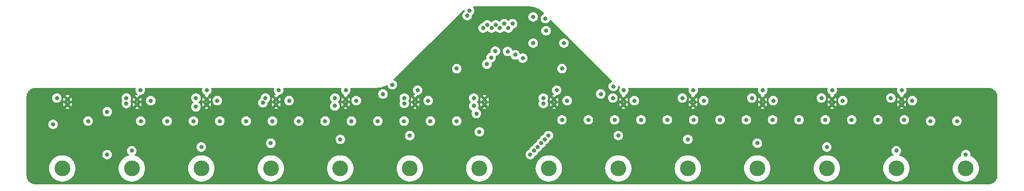
<source format=gbr>
%TF.GenerationSoftware,KiCad,Pcbnew,8.0.2*%
%TF.CreationDate,2024-06-26T21:14:31+03:00*%
%TF.ProjectId,MV_Abnehmerplatine,4d565f41-626e-4656-986d-6572706c6174,rev?*%
%TF.SameCoordinates,Original*%
%TF.FileFunction,Copper,L2,Inr*%
%TF.FilePolarity,Positive*%
%FSLAX46Y46*%
G04 Gerber Fmt 4.6, Leading zero omitted, Abs format (unit mm)*
G04 Created by KiCad (PCBNEW 8.0.2) date 2024-06-26 21:14:31*
%MOMM*%
%LPD*%
G01*
G04 APERTURE LIST*
%TA.AperFunction,ComponentPad*%
%ADD10C,0.600000*%
%TD*%
%TA.AperFunction,ComponentPad*%
%ADD11C,3.000000*%
%TD*%
%TA.AperFunction,ViaPad*%
%ADD12C,0.800000*%
%TD*%
G04 APERTURE END LIST*
D10*
%TO.N,GND*%
%TO.C,U7*%
X158490000Y-91860000D03*
X158490000Y-90860000D03*
%TD*%
D11*
%TO.N,Net-(J0-Pin_15)*%
%TO.C,H8*%
X170690002Y-104015000D03*
%TD*%
D10*
%TO.N,GND*%
%TO.C,U3*%
X105690000Y-91860000D03*
X105690000Y-90860000D03*
%TD*%
D11*
%TO.N,Net-(J0-Pin_11)*%
%TO.C,H4*%
X117890000Y-104015001D03*
%TD*%
%TO.N,Net-(J0-Pin_8)*%
%TO.C,H1*%
X78290000Y-104020000D03*
%TD*%
D10*
%TO.N,GND*%
%TO.C,U2*%
X92490000Y-91860000D03*
X92490000Y-90860000D03*
%TD*%
%TO.N,GND*%
%TO.C,U10*%
X198090000Y-91860000D03*
X198090000Y-90860000D03*
%TD*%
%TO.N,GND*%
%TO.C,U4*%
X118890000Y-91860000D03*
X118890000Y-90860000D03*
%TD*%
D11*
%TO.N,Net-(H0-Pad1)*%
%TO.C,H0*%
X65090000Y-104020000D03*
%TD*%
D10*
%TO.N,GND*%
%TO.C,U6*%
X145290000Y-91860000D03*
X145290000Y-90860000D03*
%TD*%
D11*
%TO.N,Net-(J0-Pin_17)*%
%TO.C,H10*%
X197090002Y-104015000D03*
%TD*%
%TO.N,Net-(J0-Pin_10)*%
%TO.C,H3*%
X104700000Y-104015000D03*
%TD*%
D10*
%TO.N,GND*%
%TO.C,U1*%
X79290000Y-91860000D03*
X79290000Y-90860000D03*
%TD*%
D11*
%TO.N,Net-(J0-Pin_18)*%
%TO.C,H11*%
X210290000Y-104015000D03*
%TD*%
D10*
%TO.N,GND*%
%TO.C,U12*%
X224490000Y-91860000D03*
X224490000Y-90860000D03*
%TD*%
%TO.N,GND*%
%TO.C,U8*%
X171690000Y-91860000D03*
X171690000Y-90860000D03*
%TD*%
D11*
%TO.N,Net-(J0-Pin_16)*%
%TO.C,H9*%
X183890002Y-104015000D03*
%TD*%
%TO.N,Net-(J0-Pin_9)*%
%TO.C,H2*%
X91500002Y-104020000D03*
%TD*%
%TO.N,Net-(J0-Pin_20)*%
%TO.C,H13*%
X236690002Y-104015000D03*
%TD*%
D10*
%TO.N,GND*%
%TO.C,U5*%
X132090000Y-91860000D03*
X132090000Y-90860000D03*
%TD*%
%TO.N,GND*%
%TO.C,U11*%
X211290000Y-91860000D03*
X211290000Y-90860000D03*
%TD*%
%TO.N,GND*%
%TO.C,U9*%
X184890000Y-91860000D03*
X184890000Y-90860000D03*
%TD*%
D11*
%TO.N,Net-(J0-Pin_19)*%
%TO.C,H12*%
X223490000Y-104015000D03*
%TD*%
D10*
%TO.N,GND*%
%TO.C,U0*%
X66090000Y-91860000D03*
X66090000Y-90860000D03*
%TD*%
D11*
%TO.N,Net-(J0-Pin_14)*%
%TO.C,H7*%
X157490002Y-104015000D03*
%TD*%
%TO.N,Net-(J0-Pin_12)*%
%TO.C,H5*%
X131090002Y-104020000D03*
%TD*%
%TO.N,Net-(J0-Pin_13)*%
%TO.C,H6*%
X144290002Y-104015000D03*
%TD*%
D12*
%TO.N,GND*%
X153300000Y-78545000D03*
%TO.N,/SDA*%
X73610000Y-93220000D03*
X142430000Y-73960000D03*
X169750000Y-88390000D03*
X167360000Y-89840000D03*
X127764999Y-88064999D03*
X125989998Y-89840000D03*
X156825000Y-75465000D03*
%TO.N,+3V3*%
X189999998Y-94761400D03*
X169999998Y-94761400D03*
X224999998Y-94761400D03*
X105000000Y-95000000D03*
X156970000Y-77790000D03*
X209260000Y-90610000D03*
X222460000Y-90610000D03*
X140000000Y-95000000D03*
X174999998Y-94761400D03*
X100000000Y-95000000D03*
X143250000Y-90610000D03*
X230000000Y-95000000D03*
X116860000Y-92110000D03*
X77260000Y-90610000D03*
X196060000Y-90610000D03*
X199999998Y-94761400D03*
X204999998Y-94761400D03*
X164999998Y-94761400D03*
X70000000Y-95000000D03*
X115000000Y-95000000D03*
X110000000Y-95000000D03*
X194999998Y-94761400D03*
X95000000Y-95000000D03*
X90000000Y-95000000D03*
X130000000Y-95000000D03*
X80000000Y-95000000D03*
X184999998Y-94761400D03*
X219999998Y-94761400D03*
X140000000Y-85000000D03*
X235000000Y-95000000D03*
X214999998Y-94761400D03*
X159999998Y-94761400D03*
X90459117Y-90609182D03*
X169660000Y-90610000D03*
X90459117Y-92270000D03*
X64060000Y-90610000D03*
X85000000Y-95000000D03*
X209999998Y-94761400D03*
X130060000Y-90610000D03*
X135000000Y-95000000D03*
X143250000Y-92110000D03*
X156460000Y-90610000D03*
X182860000Y-90610000D03*
X160000000Y-85000000D03*
X120000000Y-95000000D03*
X116860000Y-90610000D03*
X179999998Y-94761400D03*
X125000000Y-95000000D03*
X103660000Y-90610000D03*
X143730000Y-93560000D03*
X154510000Y-75150000D03*
%TO.N,/SCL*%
X94530000Y-91110000D03*
X81885305Y-91110000D03*
X141981258Y-74874046D03*
X154510000Y-80140000D03*
X118925000Y-89115000D03*
X130060000Y-91630000D03*
X103190000Y-91500000D03*
X108175305Y-91110000D03*
X224525000Y-89115000D03*
X106180305Y-89115000D03*
X226520000Y-91110000D03*
X173730000Y-91110000D03*
X132575000Y-89115000D03*
X160354694Y-80140000D03*
X213320000Y-91110000D03*
X120920000Y-91110000D03*
X150610000Y-76440000D03*
X156457652Y-91637652D03*
X211325000Y-89115000D03*
X92535000Y-89115000D03*
X186930000Y-91110000D03*
X79890305Y-89115000D03*
X160970000Y-91110000D03*
X134570000Y-91110000D03*
X184935000Y-89115000D03*
X200120000Y-91110000D03*
X77257652Y-91637652D03*
X158980305Y-89115000D03*
X171735000Y-89115000D03*
X198125000Y-89115000D03*
%TO.N,Net-(J0-Pin_13)*%
X144290002Y-97040000D03*
%TO.N,Net-(J0-Pin_8)*%
X78290000Y-100665000D03*
X149810000Y-77260000D03*
X152555000Y-83003351D03*
%TO.N,Net-(J0-Pin_17)*%
X156042193Y-99211400D03*
X146529999Y-82896700D03*
X197090000Y-99211400D03*
%TO.N,Net-(J0-Pin_7)*%
X73600000Y-101390000D03*
%TO.N,Net-(J0-Pin_15)*%
X147331955Y-81648045D03*
X170690000Y-97761400D03*
X157419690Y-97761400D03*
%TO.N,Net-(J0-Pin_20)*%
X145010000Y-77260000D03*
X153969998Y-101386400D03*
X236688600Y-101386400D03*
%TO.N,Net-(J0-Pin_12)*%
X149655000Y-81722653D03*
X131090002Y-97765000D03*
X148210000Y-77260000D03*
%TO.N,Net-(J0-Pin_9)*%
X91500002Y-99940000D03*
%TO.N,Net-(J0-Pin_11)*%
X117890002Y-98490000D03*
%TO.N,Net-(J0-Pin_10)*%
X149010001Y-76439996D03*
X151105000Y-82372653D03*
X104690002Y-99215000D03*
%TO.N,Net-(J0-Pin_14)*%
X147410001Y-76659998D03*
%TO.N,Net-(J0-Pin_16)*%
X156730941Y-98486400D03*
X183890000Y-98486399D03*
X146610000Y-77260000D03*
%TO.N,Net-(J0-Pin_19)*%
X223489998Y-100661400D03*
X145730000Y-84147309D03*
X154664697Y-100661400D03*
%TO.N,Net-(J0-Pin_18)*%
X210289998Y-99936400D03*
X155353445Y-99936400D03*
X145809998Y-76659998D03*
%TO.N,/SDA_SW*%
X63335000Y-95630000D03*
%TD*%
%TA.AperFunction,Conductor*%
%TO.N,GND*%
G36*
X153685885Y-73143309D02*
G01*
X153710548Y-73143309D01*
X153755435Y-73143309D01*
X153760844Y-73143426D01*
X154075180Y-73157154D01*
X154085926Y-73158094D01*
X154395206Y-73198816D01*
X154405821Y-73200688D01*
X154710360Y-73268206D01*
X154720774Y-73270996D01*
X155018283Y-73364803D01*
X155028433Y-73368498D01*
X155316615Y-73487871D01*
X155326404Y-73492436D01*
X155603079Y-73636467D01*
X155612443Y-73641874D01*
X155875513Y-73809471D01*
X155884354Y-73815662D01*
X156131820Y-74005553D01*
X156140101Y-74012502D01*
X156288248Y-74148256D01*
X156372645Y-74225592D01*
X156376552Y-74229333D01*
X156414804Y-74267585D01*
X156414810Y-74267590D01*
X156560074Y-74412854D01*
X156593559Y-74474177D01*
X156588575Y-74543869D01*
X156546703Y-74599802D01*
X156522830Y-74613814D01*
X156372267Y-74680850D01*
X156372265Y-74680851D01*
X156219129Y-74792111D01*
X156092466Y-74932785D01*
X155997821Y-75096715D01*
X155997818Y-75096722D01*
X155939327Y-75276740D01*
X155939326Y-75276744D01*
X155919540Y-75465000D01*
X155939326Y-75653256D01*
X155939327Y-75653259D01*
X155997818Y-75833277D01*
X155997821Y-75833284D01*
X156092467Y-75997216D01*
X156210030Y-76127783D01*
X156219129Y-76137888D01*
X156372265Y-76249148D01*
X156372270Y-76249151D01*
X156545192Y-76326142D01*
X156545197Y-76326144D01*
X156730354Y-76365500D01*
X156730355Y-76365500D01*
X156919644Y-76365500D01*
X156919646Y-76365500D01*
X157104803Y-76326144D01*
X157277730Y-76249151D01*
X157430871Y-76137888D01*
X157557533Y-75997216D01*
X157652179Y-75833284D01*
X157670167Y-75777923D01*
X157709604Y-75720247D01*
X157773962Y-75693048D01*
X157842809Y-75704962D01*
X157875779Y-75728559D01*
X169485075Y-87337854D01*
X169518560Y-87399177D01*
X169513576Y-87468869D01*
X169471704Y-87524802D01*
X169447830Y-87538814D01*
X169297270Y-87605848D01*
X169297265Y-87605851D01*
X169144129Y-87717111D01*
X169017466Y-87857785D01*
X168922821Y-88021715D01*
X168922818Y-88021722D01*
X168867204Y-88192885D01*
X168864326Y-88201744D01*
X168844540Y-88390000D01*
X168864326Y-88578256D01*
X168864327Y-88578259D01*
X168922818Y-88758277D01*
X168922821Y-88758284D01*
X169017467Y-88922216D01*
X169068467Y-88978857D01*
X169144129Y-89062888D01*
X169297265Y-89174148D01*
X169297270Y-89174151D01*
X169470192Y-89251142D01*
X169470197Y-89251144D01*
X169655354Y-89290500D01*
X169655355Y-89290500D01*
X169844644Y-89290500D01*
X169844646Y-89290500D01*
X170029803Y-89251144D01*
X170202730Y-89174151D01*
X170355871Y-89062888D01*
X170482533Y-88922216D01*
X170577179Y-88758284D01*
X170635674Y-88578256D01*
X170655460Y-88390000D01*
X170655459Y-88389996D01*
X170655979Y-88385056D01*
X170682563Y-88320441D01*
X170739861Y-88280456D01*
X170809680Y-88277796D01*
X170831691Y-88285629D01*
X170941743Y-88336946D01*
X170981444Y-88351395D01*
X171037707Y-88392819D01*
X171062644Y-88458087D01*
X171048336Y-88526476D01*
X171031186Y-88550887D01*
X171002466Y-88582785D01*
X170907821Y-88746715D01*
X170907818Y-88746722D01*
X170849522Y-88926141D01*
X170849326Y-88926744D01*
X170829540Y-89115000D01*
X170849326Y-89303256D01*
X170849327Y-89303259D01*
X170907818Y-89483277D01*
X170907821Y-89483284D01*
X171002467Y-89647216D01*
X171093985Y-89748857D01*
X171129129Y-89787888D01*
X171282265Y-89899148D01*
X171282267Y-89899149D01*
X171282270Y-89899151D01*
X171323434Y-89917478D01*
X171376668Y-89962726D01*
X171396990Y-90029575D01*
X171377945Y-90096799D01*
X171338967Y-90135751D01*
X171326891Y-90143338D01*
X171690000Y-90506446D01*
X171690001Y-90506446D01*
X172053107Y-90143338D01*
X172051470Y-90128807D01*
X172032063Y-90106865D01*
X172021417Y-90037811D01*
X172049794Y-89973963D01*
X172093888Y-89940932D01*
X172187730Y-89899151D01*
X172340871Y-89787888D01*
X172467533Y-89647216D01*
X172562179Y-89483284D01*
X172620674Y-89303256D01*
X172640460Y-89115000D01*
X172620674Y-88926744D01*
X172586905Y-88822817D01*
X172584911Y-88752977D01*
X172620991Y-88693144D01*
X172683692Y-88662316D01*
X172704837Y-88660500D01*
X183965163Y-88660500D01*
X184032202Y-88680185D01*
X184077957Y-88732989D01*
X184087901Y-88802147D01*
X184083094Y-88822818D01*
X184049555Y-88926040D01*
X184049326Y-88926744D01*
X184029540Y-89115000D01*
X184049326Y-89303256D01*
X184049327Y-89303259D01*
X184107818Y-89483277D01*
X184107821Y-89483284D01*
X184202467Y-89647216D01*
X184293985Y-89748857D01*
X184329129Y-89787888D01*
X184482265Y-89899148D01*
X184482267Y-89899149D01*
X184482270Y-89899151D01*
X184523434Y-89917478D01*
X184576668Y-89962726D01*
X184596990Y-90029575D01*
X184577945Y-90096799D01*
X184538967Y-90135751D01*
X184526891Y-90143338D01*
X184890000Y-90506446D01*
X184890001Y-90506446D01*
X185253107Y-90143338D01*
X185251470Y-90128807D01*
X185232063Y-90106865D01*
X185221417Y-90037811D01*
X185249794Y-89973963D01*
X185293888Y-89940932D01*
X185387730Y-89899151D01*
X185540871Y-89787888D01*
X185667533Y-89647216D01*
X185762179Y-89483284D01*
X185820674Y-89303256D01*
X185840460Y-89115000D01*
X185820674Y-88926744D01*
X185786905Y-88822817D01*
X185784911Y-88752977D01*
X185820991Y-88693144D01*
X185883692Y-88662316D01*
X185904837Y-88660500D01*
X197155163Y-88660500D01*
X197222202Y-88680185D01*
X197267957Y-88732989D01*
X197277901Y-88802147D01*
X197273094Y-88822818D01*
X197239555Y-88926040D01*
X197239326Y-88926744D01*
X197219540Y-89115000D01*
X197239326Y-89303256D01*
X197239327Y-89303259D01*
X197297818Y-89483277D01*
X197297821Y-89483284D01*
X197392467Y-89647216D01*
X197483985Y-89748857D01*
X197519129Y-89787888D01*
X197671281Y-89898433D01*
X197672270Y-89899151D01*
X197719287Y-89920084D01*
X197772521Y-89965333D01*
X197792842Y-90032182D01*
X197773797Y-90099406D01*
X197734819Y-90138356D01*
X197726891Y-90143337D01*
X197726891Y-90143338D01*
X198090000Y-90506446D01*
X198090001Y-90506446D01*
X198453107Y-90143338D01*
X198451739Y-90131194D01*
X198427917Y-90104262D01*
X198417270Y-90035209D01*
X198445646Y-89971360D01*
X198489745Y-89938325D01*
X198502615Y-89932594D01*
X198577730Y-89899151D01*
X198730871Y-89787888D01*
X198857533Y-89647216D01*
X198952179Y-89483284D01*
X199010674Y-89303256D01*
X199030460Y-89115000D01*
X199010674Y-88926744D01*
X198976905Y-88822817D01*
X198974911Y-88752977D01*
X199010991Y-88693144D01*
X199073692Y-88662316D01*
X199094837Y-88660500D01*
X210355163Y-88660500D01*
X210422202Y-88680185D01*
X210467957Y-88732989D01*
X210477901Y-88802147D01*
X210473094Y-88822818D01*
X210439555Y-88926040D01*
X210439326Y-88926744D01*
X210419540Y-89115000D01*
X210439326Y-89303256D01*
X210439327Y-89303259D01*
X210497818Y-89483277D01*
X210497821Y-89483284D01*
X210592467Y-89647216D01*
X210683985Y-89748857D01*
X210719129Y-89787888D01*
X210871281Y-89898433D01*
X210872270Y-89899151D01*
X210919287Y-89920084D01*
X210972521Y-89965333D01*
X210992842Y-90032182D01*
X210973797Y-90099406D01*
X210934819Y-90138356D01*
X210926891Y-90143337D01*
X210926891Y-90143338D01*
X211290000Y-90506446D01*
X211290001Y-90506446D01*
X211653107Y-90143338D01*
X211651739Y-90131194D01*
X211627917Y-90104262D01*
X211617270Y-90035209D01*
X211645646Y-89971360D01*
X211689745Y-89938325D01*
X211702615Y-89932594D01*
X211777730Y-89899151D01*
X211930871Y-89787888D01*
X212057533Y-89647216D01*
X212152179Y-89483284D01*
X212210674Y-89303256D01*
X212230460Y-89115000D01*
X212210674Y-88926744D01*
X212176905Y-88822817D01*
X212174911Y-88752977D01*
X212210991Y-88693144D01*
X212273692Y-88662316D01*
X212294837Y-88660500D01*
X223555163Y-88660500D01*
X223622202Y-88680185D01*
X223667957Y-88732989D01*
X223677901Y-88802147D01*
X223673094Y-88822818D01*
X223639555Y-88926040D01*
X223639326Y-88926744D01*
X223619540Y-89115000D01*
X223639326Y-89303256D01*
X223639327Y-89303259D01*
X223697818Y-89483277D01*
X223697821Y-89483284D01*
X223792467Y-89647216D01*
X223883985Y-89748857D01*
X223919129Y-89787888D01*
X224071281Y-89898433D01*
X224072270Y-89899151D01*
X224119287Y-89920084D01*
X224172521Y-89965333D01*
X224192842Y-90032182D01*
X224173797Y-90099406D01*
X224134819Y-90138356D01*
X224126891Y-90143337D01*
X224126891Y-90143338D01*
X224490000Y-90506446D01*
X224490001Y-90506446D01*
X224853107Y-90143338D01*
X224851739Y-90131194D01*
X224827917Y-90104262D01*
X224817270Y-90035209D01*
X224845646Y-89971360D01*
X224889745Y-89938325D01*
X224902615Y-89932594D01*
X224977730Y-89899151D01*
X225130871Y-89787888D01*
X225257533Y-89647216D01*
X225352179Y-89483284D01*
X225410674Y-89303256D01*
X225430460Y-89115000D01*
X225410674Y-88926744D01*
X225376905Y-88822817D01*
X225374911Y-88752977D01*
X225410991Y-88693144D01*
X225473692Y-88662316D01*
X225494837Y-88660500D01*
X240917741Y-88660500D01*
X240917745Y-88660501D01*
X240942408Y-88660501D01*
X240985575Y-88660501D01*
X240994421Y-88660817D01*
X241223024Y-88677167D01*
X241240529Y-88679684D01*
X241460144Y-88727458D01*
X241477103Y-88732437D01*
X241687699Y-88810986D01*
X241703779Y-88818330D01*
X241901039Y-88926042D01*
X241915913Y-88935600D01*
X242095839Y-89070292D01*
X242109209Y-89081878D01*
X242268124Y-89240793D01*
X242279710Y-89254164D01*
X242414394Y-89434081D01*
X242423959Y-89448964D01*
X242531668Y-89646218D01*
X242539018Y-89662312D01*
X242617558Y-89872888D01*
X242622542Y-89889863D01*
X242670314Y-90109469D01*
X242672832Y-90126980D01*
X242678647Y-90208277D01*
X242687056Y-90325849D01*
X242689186Y-90355617D01*
X242689502Y-90364464D01*
X242689502Y-105355573D01*
X242689186Y-105364420D01*
X242672835Y-105593020D01*
X242670317Y-105610531D01*
X242622546Y-105830134D01*
X242617562Y-105847110D01*
X242539018Y-106057692D01*
X242531668Y-106073785D01*
X242423961Y-106271037D01*
X242414396Y-106285920D01*
X242279712Y-106465837D01*
X242268127Y-106479208D01*
X242109209Y-106638127D01*
X242095837Y-106649713D01*
X241915921Y-106784396D01*
X241901038Y-106793961D01*
X241703786Y-106901668D01*
X241687693Y-106909018D01*
X241477111Y-106987562D01*
X241460135Y-106992546D01*
X241240533Y-107040317D01*
X241223021Y-107042835D01*
X240994433Y-107059184D01*
X240985587Y-107059500D01*
X59994430Y-107059500D01*
X59985584Y-107059184D01*
X59756981Y-107042834D01*
X59739469Y-107040316D01*
X59519867Y-106992545D01*
X59502891Y-106987561D01*
X59292309Y-106909017D01*
X59276216Y-106901667D01*
X59078964Y-106793960D01*
X59064081Y-106784395D01*
X58884164Y-106649711D01*
X58870793Y-106638125D01*
X58711877Y-106479209D01*
X58700291Y-106465839D01*
X58653114Y-106402818D01*
X58565599Y-106285913D01*
X58556038Y-106271033D01*
X58448333Y-106073784D01*
X58440983Y-106057692D01*
X58362436Y-105847102D01*
X58357457Y-105830143D01*
X58309682Y-105610527D01*
X58307165Y-105593018D01*
X58299630Y-105487666D01*
X58290816Y-105364418D01*
X58290500Y-105355572D01*
X58290500Y-104019994D01*
X62584556Y-104019994D01*
X62584556Y-104020005D01*
X62604310Y-104334004D01*
X62604311Y-104334011D01*
X62604312Y-104334015D01*
X62662315Y-104638080D01*
X62663270Y-104643083D01*
X62760497Y-104942316D01*
X62760499Y-104942321D01*
X62894461Y-105227003D01*
X62894464Y-105227009D01*
X63063051Y-105492661D01*
X63063054Y-105492665D01*
X63263606Y-105735090D01*
X63263608Y-105735092D01*
X63263610Y-105735094D01*
X63487645Y-105945477D01*
X63492968Y-105950476D01*
X63492978Y-105950484D01*
X63747504Y-106135408D01*
X63747509Y-106135410D01*
X63747516Y-106135416D01*
X64023234Y-106286994D01*
X64023239Y-106286996D01*
X64023241Y-106286997D01*
X64023242Y-106286998D01*
X64315771Y-106402818D01*
X64315774Y-106402819D01*
X64613294Y-106479209D01*
X64620527Y-106481066D01*
X64686010Y-106489338D01*
X64932670Y-106520499D01*
X64932679Y-106520499D01*
X64932682Y-106520500D01*
X64932684Y-106520500D01*
X65247316Y-106520500D01*
X65247318Y-106520500D01*
X65247321Y-106520499D01*
X65247329Y-106520499D01*
X65433593Y-106496968D01*
X65559473Y-106481066D01*
X65864225Y-106402819D01*
X65864228Y-106402818D01*
X66156757Y-106286998D01*
X66156758Y-106286997D01*
X66156756Y-106286997D01*
X66156766Y-106286994D01*
X66432484Y-106135416D01*
X66687030Y-105950478D01*
X66916390Y-105735094D01*
X67116947Y-105492663D01*
X67285537Y-105227007D01*
X67419503Y-104942315D01*
X67516731Y-104643079D01*
X67575688Y-104334015D01*
X67576003Y-104329011D01*
X67595444Y-104020005D01*
X67595444Y-104019994D01*
X75784556Y-104019994D01*
X75784556Y-104020005D01*
X75804310Y-104334004D01*
X75804311Y-104334011D01*
X75804312Y-104334015D01*
X75862315Y-104638080D01*
X75863270Y-104643083D01*
X75960497Y-104942316D01*
X75960499Y-104942321D01*
X76094461Y-105227003D01*
X76094464Y-105227009D01*
X76263051Y-105492661D01*
X76263054Y-105492665D01*
X76463606Y-105735090D01*
X76463608Y-105735092D01*
X76463610Y-105735094D01*
X76687645Y-105945477D01*
X76692968Y-105950476D01*
X76692978Y-105950484D01*
X76947504Y-106135408D01*
X76947509Y-106135410D01*
X76947516Y-106135416D01*
X77223234Y-106286994D01*
X77223239Y-106286996D01*
X77223241Y-106286997D01*
X77223242Y-106286998D01*
X77515771Y-106402818D01*
X77515774Y-106402819D01*
X77813294Y-106479209D01*
X77820527Y-106481066D01*
X77886010Y-106489338D01*
X78132670Y-106520499D01*
X78132679Y-106520499D01*
X78132682Y-106520500D01*
X78132684Y-106520500D01*
X78447316Y-106520500D01*
X78447318Y-106520500D01*
X78447321Y-106520499D01*
X78447329Y-106520499D01*
X78633593Y-106496968D01*
X78759473Y-106481066D01*
X79064225Y-106402819D01*
X79064228Y-106402818D01*
X79356757Y-106286998D01*
X79356758Y-106286997D01*
X79356756Y-106286997D01*
X79356766Y-106286994D01*
X79632484Y-106135416D01*
X79887030Y-105950478D01*
X80116390Y-105735094D01*
X80316947Y-105492663D01*
X80485537Y-105227007D01*
X80619503Y-104942315D01*
X80716731Y-104643079D01*
X80775688Y-104334015D01*
X80776003Y-104329011D01*
X80795444Y-104020005D01*
X80795444Y-104019994D01*
X88994558Y-104019994D01*
X88994558Y-104020005D01*
X89014312Y-104334004D01*
X89014313Y-104334011D01*
X89014314Y-104334015D01*
X89072317Y-104638080D01*
X89073272Y-104643083D01*
X89170499Y-104942316D01*
X89170501Y-104942321D01*
X89304463Y-105227003D01*
X89304466Y-105227009D01*
X89473053Y-105492661D01*
X89473056Y-105492665D01*
X89673608Y-105735090D01*
X89673610Y-105735092D01*
X89673612Y-105735094D01*
X89897647Y-105945477D01*
X89902970Y-105950476D01*
X89902980Y-105950484D01*
X90157506Y-106135408D01*
X90157511Y-106135410D01*
X90157518Y-106135416D01*
X90433236Y-106286994D01*
X90433241Y-106286996D01*
X90433243Y-106286997D01*
X90433244Y-106286998D01*
X90725773Y-106402818D01*
X90725776Y-106402819D01*
X91023296Y-106479209D01*
X91030529Y-106481066D01*
X91096012Y-106489338D01*
X91342672Y-106520499D01*
X91342681Y-106520499D01*
X91342684Y-106520500D01*
X91342686Y-106520500D01*
X91657318Y-106520500D01*
X91657320Y-106520500D01*
X91657323Y-106520499D01*
X91657331Y-106520499D01*
X91843595Y-106496968D01*
X91969475Y-106481066D01*
X92274227Y-106402819D01*
X92274230Y-106402818D01*
X92566759Y-106286998D01*
X92566760Y-106286997D01*
X92566758Y-106286997D01*
X92566768Y-106286994D01*
X92842486Y-106135416D01*
X93097032Y-105950478D01*
X93326392Y-105735094D01*
X93526949Y-105492663D01*
X93695539Y-105227007D01*
X93829505Y-104942315D01*
X93926733Y-104643079D01*
X93985690Y-104334015D01*
X93986005Y-104329011D01*
X94005446Y-104020005D01*
X94005446Y-104019994D01*
X94005131Y-104014994D01*
X102194556Y-104014994D01*
X102194556Y-104015005D01*
X102214310Y-104329004D01*
X102214311Y-104329011D01*
X102273270Y-104638083D01*
X102370497Y-104937316D01*
X102370499Y-104937321D01*
X102504461Y-105222003D01*
X102504464Y-105222009D01*
X102673051Y-105487661D01*
X102673054Y-105487665D01*
X102873606Y-105730090D01*
X102873608Y-105730092D01*
X102873610Y-105730094D01*
X103102970Y-105945478D01*
X103102975Y-105945481D01*
X103102978Y-105945484D01*
X103357504Y-106130408D01*
X103357506Y-106130409D01*
X103357516Y-106130416D01*
X103633234Y-106281994D01*
X103633237Y-106281995D01*
X103633241Y-106281997D01*
X103633242Y-106281998D01*
X103925771Y-106397818D01*
X103925774Y-106397819D01*
X104190695Y-106465839D01*
X104230527Y-106476066D01*
X104296010Y-106484338D01*
X104542670Y-106515499D01*
X104542679Y-106515499D01*
X104542682Y-106515500D01*
X104542684Y-106515500D01*
X104857316Y-106515500D01*
X104857318Y-106515500D01*
X104857321Y-106515499D01*
X104857329Y-106515499D01*
X105043593Y-106491968D01*
X105169473Y-106476066D01*
X105474225Y-106397819D01*
X105474228Y-106397818D01*
X105766757Y-106281998D01*
X105766758Y-106281997D01*
X105766756Y-106281997D01*
X105766766Y-106281994D01*
X106042484Y-106130416D01*
X106297030Y-105945478D01*
X106526390Y-105730094D01*
X106726947Y-105487663D01*
X106895537Y-105222007D01*
X107029503Y-104937315D01*
X107126731Y-104638079D01*
X107185688Y-104329015D01*
X107205129Y-104020005D01*
X107205444Y-104015005D01*
X107205444Y-104014995D01*
X115384556Y-104014995D01*
X115384556Y-104015006D01*
X115404310Y-104329005D01*
X115404311Y-104329012D01*
X115463270Y-104638084D01*
X115560497Y-104937317D01*
X115560499Y-104937322D01*
X115694461Y-105222004D01*
X115694464Y-105222010D01*
X115863051Y-105487662D01*
X115863054Y-105487666D01*
X116063606Y-105730091D01*
X116063608Y-105730093D01*
X116063610Y-105730095D01*
X116170141Y-105830134D01*
X116292968Y-105945477D01*
X116292978Y-105945485D01*
X116547504Y-106130409D01*
X116547509Y-106130411D01*
X116547516Y-106130417D01*
X116823234Y-106281995D01*
X116823239Y-106281997D01*
X116823241Y-106281998D01*
X116823242Y-106281999D01*
X117115771Y-106397819D01*
X117115774Y-106397820D01*
X117408336Y-106472937D01*
X117420527Y-106476067D01*
X117486010Y-106484339D01*
X117732670Y-106515500D01*
X117732679Y-106515500D01*
X117732682Y-106515501D01*
X117732684Y-106515501D01*
X118047316Y-106515501D01*
X118047318Y-106515501D01*
X118047321Y-106515500D01*
X118047329Y-106515500D01*
X118233593Y-106491969D01*
X118359473Y-106476067D01*
X118664225Y-106397820D01*
X118664228Y-106397819D01*
X118956757Y-106281999D01*
X118956758Y-106281998D01*
X118956756Y-106281998D01*
X118956766Y-106281995D01*
X119232484Y-106130417D01*
X119487030Y-105945479D01*
X119716390Y-105730095D01*
X119916947Y-105487664D01*
X120085537Y-105222008D01*
X120219503Y-104937316D01*
X120316731Y-104638080D01*
X120375688Y-104329016D01*
X120395129Y-104020005D01*
X120395130Y-104019994D01*
X128584558Y-104019994D01*
X128584558Y-104020005D01*
X128604312Y-104334004D01*
X128604313Y-104334011D01*
X128604314Y-104334015D01*
X128662317Y-104638080D01*
X128663272Y-104643083D01*
X128760499Y-104942316D01*
X128760501Y-104942321D01*
X128894463Y-105227003D01*
X128894466Y-105227009D01*
X129063053Y-105492661D01*
X129063056Y-105492665D01*
X129263608Y-105735090D01*
X129263610Y-105735092D01*
X129263612Y-105735094D01*
X129487647Y-105945477D01*
X129492970Y-105950476D01*
X129492980Y-105950484D01*
X129747506Y-106135408D01*
X129747511Y-106135410D01*
X129747518Y-106135416D01*
X130023236Y-106286994D01*
X130023241Y-106286996D01*
X130023243Y-106286997D01*
X130023244Y-106286998D01*
X130315773Y-106402818D01*
X130315776Y-106402819D01*
X130613296Y-106479209D01*
X130620529Y-106481066D01*
X130686012Y-106489338D01*
X130932672Y-106520499D01*
X130932681Y-106520499D01*
X130932684Y-106520500D01*
X130932686Y-106520500D01*
X131247318Y-106520500D01*
X131247320Y-106520500D01*
X131247323Y-106520499D01*
X131247331Y-106520499D01*
X131433595Y-106496968D01*
X131559475Y-106481066D01*
X131864227Y-106402819D01*
X131864230Y-106402818D01*
X132156759Y-106286998D01*
X132156760Y-106286997D01*
X132156758Y-106286997D01*
X132156768Y-106286994D01*
X132432486Y-106135416D01*
X132687032Y-105950478D01*
X132916392Y-105735094D01*
X133116949Y-105492663D01*
X133285539Y-105227007D01*
X133419505Y-104942315D01*
X133516733Y-104643079D01*
X133575690Y-104334015D01*
X133576005Y-104329011D01*
X133595446Y-104020005D01*
X133595446Y-104019994D01*
X133595131Y-104014994D01*
X141784558Y-104014994D01*
X141784558Y-104015005D01*
X141804312Y-104329004D01*
X141804313Y-104329011D01*
X141863272Y-104638083D01*
X141960499Y-104937316D01*
X141960501Y-104937321D01*
X142094463Y-105222003D01*
X142094466Y-105222009D01*
X142263053Y-105487661D01*
X142263056Y-105487665D01*
X142463608Y-105730090D01*
X142463610Y-105730092D01*
X142463612Y-105730094D01*
X142692972Y-105945478D01*
X142692977Y-105945481D01*
X142692980Y-105945484D01*
X142947506Y-106130408D01*
X142947508Y-106130409D01*
X142947518Y-106130416D01*
X143223236Y-106281994D01*
X143223239Y-106281995D01*
X143223243Y-106281997D01*
X143223244Y-106281998D01*
X143515773Y-106397818D01*
X143515776Y-106397819D01*
X143780697Y-106465839D01*
X143820529Y-106476066D01*
X143886012Y-106484338D01*
X144132672Y-106515499D01*
X144132681Y-106515499D01*
X144132684Y-106515500D01*
X144132686Y-106515500D01*
X144447318Y-106515500D01*
X144447320Y-106515500D01*
X144447323Y-106515499D01*
X144447331Y-106515499D01*
X144633595Y-106491968D01*
X144759475Y-106476066D01*
X145064227Y-106397819D01*
X145064230Y-106397818D01*
X145356759Y-106281998D01*
X145356760Y-106281997D01*
X145356758Y-106281997D01*
X145356768Y-106281994D01*
X145632486Y-106130416D01*
X145887032Y-105945478D01*
X146116392Y-105730094D01*
X146316949Y-105487663D01*
X146485539Y-105222007D01*
X146619505Y-104937315D01*
X146716733Y-104638079D01*
X146775690Y-104329015D01*
X146795131Y-104020005D01*
X146795446Y-104015005D01*
X146795446Y-104014994D01*
X154984558Y-104014994D01*
X154984558Y-104015005D01*
X155004312Y-104329004D01*
X155004313Y-104329011D01*
X155063272Y-104638083D01*
X155160499Y-104937316D01*
X155160501Y-104937321D01*
X155294463Y-105222003D01*
X155294466Y-105222009D01*
X155463053Y-105487661D01*
X155463056Y-105487665D01*
X155663608Y-105730090D01*
X155663610Y-105730092D01*
X155663612Y-105730094D01*
X155892972Y-105945478D01*
X155892977Y-105945481D01*
X155892980Y-105945484D01*
X156147506Y-106130408D01*
X156147508Y-106130409D01*
X156147518Y-106130416D01*
X156423236Y-106281994D01*
X156423239Y-106281995D01*
X156423243Y-106281997D01*
X156423244Y-106281998D01*
X156715773Y-106397818D01*
X156715776Y-106397819D01*
X156980697Y-106465839D01*
X157020529Y-106476066D01*
X157086012Y-106484338D01*
X157332672Y-106515499D01*
X157332681Y-106515499D01*
X157332684Y-106515500D01*
X157332686Y-106515500D01*
X157647318Y-106515500D01*
X157647320Y-106515500D01*
X157647323Y-106515499D01*
X157647331Y-106515499D01*
X157833595Y-106491968D01*
X157959475Y-106476066D01*
X158264227Y-106397819D01*
X158264230Y-106397818D01*
X158556759Y-106281998D01*
X158556760Y-106281997D01*
X158556758Y-106281997D01*
X158556768Y-106281994D01*
X158832486Y-106130416D01*
X159087032Y-105945478D01*
X159316392Y-105730094D01*
X159516949Y-105487663D01*
X159685539Y-105222007D01*
X159819505Y-104937315D01*
X159916733Y-104638079D01*
X159975690Y-104329015D01*
X159995131Y-104020005D01*
X159995446Y-104015005D01*
X159995446Y-104014994D01*
X168184558Y-104014994D01*
X168184558Y-104015005D01*
X168204312Y-104329004D01*
X168204313Y-104329011D01*
X168263272Y-104638083D01*
X168360499Y-104937316D01*
X168360501Y-104937321D01*
X168494463Y-105222003D01*
X168494466Y-105222009D01*
X168663053Y-105487661D01*
X168663056Y-105487665D01*
X168863608Y-105730090D01*
X168863610Y-105730092D01*
X168863612Y-105730094D01*
X169092972Y-105945478D01*
X169092977Y-105945481D01*
X169092980Y-105945484D01*
X169347506Y-106130408D01*
X169347508Y-106130409D01*
X169347518Y-106130416D01*
X169623236Y-106281994D01*
X169623239Y-106281995D01*
X169623243Y-106281997D01*
X169623244Y-106281998D01*
X169915773Y-106397818D01*
X169915776Y-106397819D01*
X170180697Y-106465839D01*
X170220529Y-106476066D01*
X170286012Y-106484338D01*
X170532672Y-106515499D01*
X170532681Y-106515499D01*
X170532684Y-106515500D01*
X170532686Y-106515500D01*
X170847318Y-106515500D01*
X170847320Y-106515500D01*
X170847323Y-106515499D01*
X170847331Y-106515499D01*
X171033595Y-106491968D01*
X171159475Y-106476066D01*
X171464227Y-106397819D01*
X171464230Y-106397818D01*
X171756759Y-106281998D01*
X171756760Y-106281997D01*
X171756758Y-106281997D01*
X171756768Y-106281994D01*
X172032486Y-106130416D01*
X172287032Y-105945478D01*
X172516392Y-105730094D01*
X172716949Y-105487663D01*
X172885539Y-105222007D01*
X173019505Y-104937315D01*
X173116733Y-104638079D01*
X173175690Y-104329015D01*
X173195131Y-104020005D01*
X173195446Y-104015005D01*
X173195446Y-104014994D01*
X181384558Y-104014994D01*
X181384558Y-104015005D01*
X181404312Y-104329004D01*
X181404313Y-104329011D01*
X181463272Y-104638083D01*
X181560499Y-104937316D01*
X181560501Y-104937321D01*
X181694463Y-105222003D01*
X181694466Y-105222009D01*
X181863053Y-105487661D01*
X181863056Y-105487665D01*
X182063608Y-105730090D01*
X182063610Y-105730092D01*
X182063612Y-105730094D01*
X182292972Y-105945478D01*
X182292977Y-105945481D01*
X182292980Y-105945484D01*
X182547506Y-106130408D01*
X182547508Y-106130409D01*
X182547518Y-106130416D01*
X182823236Y-106281994D01*
X182823239Y-106281995D01*
X182823243Y-106281997D01*
X182823244Y-106281998D01*
X183115773Y-106397818D01*
X183115776Y-106397819D01*
X183380697Y-106465839D01*
X183420529Y-106476066D01*
X183486012Y-106484338D01*
X183732672Y-106515499D01*
X183732681Y-106515499D01*
X183732684Y-106515500D01*
X183732686Y-106515500D01*
X184047318Y-106515500D01*
X184047320Y-106515500D01*
X184047323Y-106515499D01*
X184047331Y-106515499D01*
X184233595Y-106491968D01*
X184359475Y-106476066D01*
X184664227Y-106397819D01*
X184664230Y-106397818D01*
X184956759Y-106281998D01*
X184956760Y-106281997D01*
X184956758Y-106281997D01*
X184956768Y-106281994D01*
X185232486Y-106130416D01*
X185487032Y-105945478D01*
X185716392Y-105730094D01*
X185916949Y-105487663D01*
X186085539Y-105222007D01*
X186219505Y-104937315D01*
X186316733Y-104638079D01*
X186375690Y-104329015D01*
X186395131Y-104020005D01*
X186395446Y-104015005D01*
X186395446Y-104014994D01*
X194584558Y-104014994D01*
X194584558Y-104015005D01*
X194604312Y-104329004D01*
X194604313Y-104329011D01*
X194663272Y-104638083D01*
X194760499Y-104937316D01*
X194760501Y-104937321D01*
X194894463Y-105222003D01*
X194894466Y-105222009D01*
X195063053Y-105487661D01*
X195063056Y-105487665D01*
X195263608Y-105730090D01*
X195263610Y-105730092D01*
X195263612Y-105730094D01*
X195492972Y-105945478D01*
X195492977Y-105945481D01*
X195492980Y-105945484D01*
X195747506Y-106130408D01*
X195747508Y-106130409D01*
X195747518Y-106130416D01*
X196023236Y-106281994D01*
X196023239Y-106281995D01*
X196023243Y-106281997D01*
X196023244Y-106281998D01*
X196315773Y-106397818D01*
X196315776Y-106397819D01*
X196580697Y-106465839D01*
X196620529Y-106476066D01*
X196686012Y-106484338D01*
X196932672Y-106515499D01*
X196932681Y-106515499D01*
X196932684Y-106515500D01*
X196932686Y-106515500D01*
X197247318Y-106515500D01*
X197247320Y-106515500D01*
X197247323Y-106515499D01*
X197247331Y-106515499D01*
X197433595Y-106491968D01*
X197559475Y-106476066D01*
X197864227Y-106397819D01*
X197864230Y-106397818D01*
X198156759Y-106281998D01*
X198156760Y-106281997D01*
X198156758Y-106281997D01*
X198156768Y-106281994D01*
X198432486Y-106130416D01*
X198687032Y-105945478D01*
X198916392Y-105730094D01*
X199116949Y-105487663D01*
X199285539Y-105222007D01*
X199419505Y-104937315D01*
X199516733Y-104638079D01*
X199575690Y-104329015D01*
X199595131Y-104020005D01*
X199595446Y-104015005D01*
X199595446Y-104014994D01*
X207784556Y-104014994D01*
X207784556Y-104015005D01*
X207804310Y-104329004D01*
X207804311Y-104329011D01*
X207863270Y-104638083D01*
X207960497Y-104937316D01*
X207960499Y-104937321D01*
X208094461Y-105222003D01*
X208094464Y-105222009D01*
X208263051Y-105487661D01*
X208263054Y-105487665D01*
X208463606Y-105730090D01*
X208463608Y-105730092D01*
X208463610Y-105730094D01*
X208692970Y-105945478D01*
X208692975Y-105945481D01*
X208692978Y-105945484D01*
X208947504Y-106130408D01*
X208947506Y-106130409D01*
X208947516Y-106130416D01*
X209223234Y-106281994D01*
X209223237Y-106281995D01*
X209223241Y-106281997D01*
X209223242Y-106281998D01*
X209515771Y-106397818D01*
X209515774Y-106397819D01*
X209780695Y-106465839D01*
X209820527Y-106476066D01*
X209886010Y-106484338D01*
X210132670Y-106515499D01*
X210132679Y-106515499D01*
X210132682Y-106515500D01*
X210132684Y-106515500D01*
X210447316Y-106515500D01*
X210447318Y-106515500D01*
X210447321Y-106515499D01*
X210447329Y-106515499D01*
X210633593Y-106491968D01*
X210759473Y-106476066D01*
X211064225Y-106397819D01*
X211064228Y-106397818D01*
X211356757Y-106281998D01*
X211356758Y-106281997D01*
X211356756Y-106281997D01*
X211356766Y-106281994D01*
X211632484Y-106130416D01*
X211887030Y-105945478D01*
X212116390Y-105730094D01*
X212316947Y-105487663D01*
X212485537Y-105222007D01*
X212619503Y-104937315D01*
X212716731Y-104638079D01*
X212775688Y-104329015D01*
X212795129Y-104020005D01*
X212795444Y-104015005D01*
X212795444Y-104014994D01*
X220984556Y-104014994D01*
X220984556Y-104015005D01*
X221004310Y-104329004D01*
X221004311Y-104329011D01*
X221063270Y-104638083D01*
X221160497Y-104937316D01*
X221160499Y-104937321D01*
X221294461Y-105222003D01*
X221294464Y-105222009D01*
X221463051Y-105487661D01*
X221463054Y-105487665D01*
X221663606Y-105730090D01*
X221663608Y-105730092D01*
X221663610Y-105730094D01*
X221892970Y-105945478D01*
X221892975Y-105945481D01*
X221892978Y-105945484D01*
X222147504Y-106130408D01*
X222147506Y-106130409D01*
X222147516Y-106130416D01*
X222423234Y-106281994D01*
X222423237Y-106281995D01*
X222423241Y-106281997D01*
X222423242Y-106281998D01*
X222715771Y-106397818D01*
X222715774Y-106397819D01*
X222980695Y-106465839D01*
X223020527Y-106476066D01*
X223086010Y-106484338D01*
X223332670Y-106515499D01*
X223332679Y-106515499D01*
X223332682Y-106515500D01*
X223332684Y-106515500D01*
X223647316Y-106515500D01*
X223647318Y-106515500D01*
X223647321Y-106515499D01*
X223647329Y-106515499D01*
X223833593Y-106491968D01*
X223959473Y-106476066D01*
X224264225Y-106397819D01*
X224264228Y-106397818D01*
X224556757Y-106281998D01*
X224556758Y-106281997D01*
X224556756Y-106281997D01*
X224556766Y-106281994D01*
X224832484Y-106130416D01*
X225087030Y-105945478D01*
X225316390Y-105730094D01*
X225516947Y-105487663D01*
X225685537Y-105222007D01*
X225819503Y-104937315D01*
X225916731Y-104638079D01*
X225975688Y-104329015D01*
X225995129Y-104020005D01*
X225995444Y-104015005D01*
X225995444Y-104014994D01*
X234184558Y-104014994D01*
X234184558Y-104015005D01*
X234204312Y-104329004D01*
X234204313Y-104329011D01*
X234263272Y-104638083D01*
X234360499Y-104937316D01*
X234360501Y-104937321D01*
X234494463Y-105222003D01*
X234494466Y-105222009D01*
X234663053Y-105487661D01*
X234663056Y-105487665D01*
X234863608Y-105730090D01*
X234863610Y-105730092D01*
X234863612Y-105730094D01*
X235092972Y-105945478D01*
X235092977Y-105945481D01*
X235092980Y-105945484D01*
X235347506Y-106130408D01*
X235347508Y-106130409D01*
X235347518Y-106130416D01*
X235623236Y-106281994D01*
X235623239Y-106281995D01*
X235623243Y-106281997D01*
X235623244Y-106281998D01*
X235915773Y-106397818D01*
X235915776Y-106397819D01*
X236180697Y-106465839D01*
X236220529Y-106476066D01*
X236286012Y-106484338D01*
X236532672Y-106515499D01*
X236532681Y-106515499D01*
X236532684Y-106515500D01*
X236532686Y-106515500D01*
X236847318Y-106515500D01*
X236847320Y-106515500D01*
X236847323Y-106515499D01*
X236847331Y-106515499D01*
X237033595Y-106491968D01*
X237159475Y-106476066D01*
X237464227Y-106397819D01*
X237464230Y-106397818D01*
X237756759Y-106281998D01*
X237756760Y-106281997D01*
X237756758Y-106281997D01*
X237756768Y-106281994D01*
X238032486Y-106130416D01*
X238287032Y-105945478D01*
X238516392Y-105730094D01*
X238716949Y-105487663D01*
X238885539Y-105222007D01*
X239019505Y-104937315D01*
X239116733Y-104638079D01*
X239175690Y-104329015D01*
X239195131Y-104020005D01*
X239195446Y-104015005D01*
X239195446Y-104014994D01*
X239175691Y-103700995D01*
X239175690Y-103700988D01*
X239175690Y-103700986D01*
X239175690Y-103700985D01*
X239116733Y-103391921D01*
X239019505Y-103092685D01*
X238885539Y-102807993D01*
X238720122Y-102547337D01*
X238716950Y-102542338D01*
X238716947Y-102542334D01*
X238516395Y-102299909D01*
X238516393Y-102299907D01*
X238292358Y-102089523D01*
X238287032Y-102084522D01*
X238287024Y-102084516D01*
X238287023Y-102084515D01*
X238032497Y-101899591D01*
X238032487Y-101899585D01*
X238032486Y-101899584D01*
X237756768Y-101748006D01*
X237756765Y-101748004D01*
X237756760Y-101748002D01*
X237756759Y-101748001D01*
X237651584Y-101706360D01*
X237596498Y-101663379D01*
X237573395Y-101597440D01*
X237573910Y-101578106D01*
X237574271Y-101574662D01*
X237574274Y-101574656D01*
X237594060Y-101386400D01*
X237574274Y-101198144D01*
X237515779Y-101018116D01*
X237421133Y-100854184D01*
X237294471Y-100713512D01*
X237222745Y-100661400D01*
X237141334Y-100602251D01*
X237141329Y-100602248D01*
X236968407Y-100525257D01*
X236968402Y-100525255D01*
X236822601Y-100494265D01*
X236783246Y-100485900D01*
X236593954Y-100485900D01*
X236561497Y-100492798D01*
X236408797Y-100525255D01*
X236408792Y-100525257D01*
X236235870Y-100602248D01*
X236235865Y-100602251D01*
X236082729Y-100713511D01*
X235956066Y-100854185D01*
X235861421Y-101018115D01*
X235861418Y-101018122D01*
X235802927Y-101198140D01*
X235802926Y-101198144D01*
X235783140Y-101386400D01*
X235801274Y-101558940D01*
X235803401Y-101579172D01*
X235790831Y-101647902D01*
X235743099Y-101698925D01*
X235725728Y-101707425D01*
X235623241Y-101748003D01*
X235347518Y-101899584D01*
X235347506Y-101899591D01*
X235092980Y-102084515D01*
X235092970Y-102084523D01*
X234863610Y-102299907D01*
X234863608Y-102299909D01*
X234663056Y-102542334D01*
X234663053Y-102542338D01*
X234494466Y-102807990D01*
X234494463Y-102807996D01*
X234360501Y-103092678D01*
X234360499Y-103092683D01*
X234263272Y-103391916D01*
X234204313Y-103700988D01*
X234204312Y-103700995D01*
X234184558Y-104014994D01*
X225995444Y-104014994D01*
X225975689Y-103700995D01*
X225975688Y-103700988D01*
X225975688Y-103700986D01*
X225975688Y-103700985D01*
X225916731Y-103391921D01*
X225819503Y-103092685D01*
X225685537Y-102807993D01*
X225520120Y-102547337D01*
X225516948Y-102542338D01*
X225516945Y-102542334D01*
X225316393Y-102299909D01*
X225316391Y-102299907D01*
X225092356Y-102089523D01*
X225087030Y-102084522D01*
X225087022Y-102084516D01*
X225087021Y-102084515D01*
X224832495Y-101899591D01*
X224832485Y-101899585D01*
X224832484Y-101899584D01*
X224556766Y-101748006D01*
X224556763Y-101748004D01*
X224556758Y-101748002D01*
X224556757Y-101748001D01*
X224264228Y-101632182D01*
X224264226Y-101632181D01*
X224264225Y-101632181D01*
X224166335Y-101607047D01*
X224092110Y-101587989D01*
X224032072Y-101552251D01*
X224000887Y-101489727D01*
X224008455Y-101420268D01*
X224050061Y-101367568D01*
X224095869Y-101334288D01*
X224222531Y-101193616D01*
X224317177Y-101029684D01*
X224375672Y-100849656D01*
X224395458Y-100661400D01*
X224375672Y-100473144D01*
X224317177Y-100293116D01*
X224222531Y-100129184D01*
X224095869Y-99988512D01*
X224024143Y-99936400D01*
X223942732Y-99877251D01*
X223942727Y-99877248D01*
X223769805Y-99800257D01*
X223769800Y-99800255D01*
X223623999Y-99769265D01*
X223584644Y-99760900D01*
X223395352Y-99760900D01*
X223362895Y-99767798D01*
X223210195Y-99800255D01*
X223210190Y-99800257D01*
X223037268Y-99877248D01*
X223037263Y-99877251D01*
X222884127Y-99988511D01*
X222757464Y-100129185D01*
X222662819Y-100293115D01*
X222662816Y-100293122D01*
X222604325Y-100473140D01*
X222604324Y-100473144D01*
X222584538Y-100661400D01*
X222604324Y-100849656D01*
X222604325Y-100849659D01*
X222662816Y-101029677D01*
X222662819Y-101029684D01*
X222757465Y-101193616D01*
X222764784Y-101201744D01*
X222884127Y-101334288D01*
X222929933Y-101367568D01*
X222972599Y-101422898D01*
X222978578Y-101492511D01*
X222945973Y-101554306D01*
X222887886Y-101587990D01*
X222715771Y-101632182D01*
X222423242Y-101748001D01*
X222423241Y-101748002D01*
X222147516Y-101899584D01*
X222147504Y-101899591D01*
X221892978Y-102084515D01*
X221892968Y-102084523D01*
X221663608Y-102299907D01*
X221663606Y-102299909D01*
X221463054Y-102542334D01*
X221463051Y-102542338D01*
X221294464Y-102807990D01*
X221294461Y-102807996D01*
X221160499Y-103092678D01*
X221160497Y-103092683D01*
X221063270Y-103391916D01*
X221004311Y-103700988D01*
X221004310Y-103700995D01*
X220984556Y-104014994D01*
X212795444Y-104014994D01*
X212775689Y-103700995D01*
X212775688Y-103700988D01*
X212775688Y-103700986D01*
X212775688Y-103700985D01*
X212716731Y-103391921D01*
X212619503Y-103092685D01*
X212485537Y-102807993D01*
X212320120Y-102547337D01*
X212316948Y-102542338D01*
X212316945Y-102542334D01*
X212116393Y-102299909D01*
X212116391Y-102299907D01*
X211892356Y-102089523D01*
X211887030Y-102084522D01*
X211887022Y-102084516D01*
X211887021Y-102084515D01*
X211632495Y-101899591D01*
X211632485Y-101899585D01*
X211632484Y-101899584D01*
X211356766Y-101748006D01*
X211356763Y-101748004D01*
X211356758Y-101748002D01*
X211356757Y-101748001D01*
X211064228Y-101632181D01*
X211064225Y-101632180D01*
X210759476Y-101553934D01*
X210759463Y-101553932D01*
X210447329Y-101514500D01*
X210447318Y-101514500D01*
X210132682Y-101514500D01*
X210132670Y-101514500D01*
X209820536Y-101553932D01*
X209820523Y-101553934D01*
X209515774Y-101632180D01*
X209515771Y-101632181D01*
X209223242Y-101748001D01*
X209223241Y-101748002D01*
X208947516Y-101899584D01*
X208947504Y-101899591D01*
X208692978Y-102084515D01*
X208692968Y-102084523D01*
X208463608Y-102299907D01*
X208463606Y-102299909D01*
X208263054Y-102542334D01*
X208263051Y-102542338D01*
X208094464Y-102807990D01*
X208094461Y-102807996D01*
X207960499Y-103092678D01*
X207960497Y-103092683D01*
X207863270Y-103391916D01*
X207804311Y-103700988D01*
X207804310Y-103700995D01*
X207784556Y-104014994D01*
X199595446Y-104014994D01*
X199575691Y-103700995D01*
X199575690Y-103700988D01*
X199575690Y-103700986D01*
X199575690Y-103700985D01*
X199516733Y-103391921D01*
X199419505Y-103092685D01*
X199285539Y-102807993D01*
X199120122Y-102547337D01*
X199116950Y-102542338D01*
X199116947Y-102542334D01*
X198916395Y-102299909D01*
X198916393Y-102299907D01*
X198692358Y-102089523D01*
X198687032Y-102084522D01*
X198687024Y-102084516D01*
X198687023Y-102084515D01*
X198432497Y-101899591D01*
X198432487Y-101899585D01*
X198432486Y-101899584D01*
X198156768Y-101748006D01*
X198156765Y-101748004D01*
X198156760Y-101748002D01*
X198156759Y-101748001D01*
X197864230Y-101632181D01*
X197864227Y-101632180D01*
X197559478Y-101553934D01*
X197559465Y-101553932D01*
X197247331Y-101514500D01*
X197247320Y-101514500D01*
X196932684Y-101514500D01*
X196932672Y-101514500D01*
X196620538Y-101553932D01*
X196620525Y-101553934D01*
X196315776Y-101632180D01*
X196315773Y-101632181D01*
X196023244Y-101748001D01*
X196023243Y-101748002D01*
X195747518Y-101899584D01*
X195747506Y-101899591D01*
X195492980Y-102084515D01*
X195492970Y-102084523D01*
X195263610Y-102299907D01*
X195263608Y-102299909D01*
X195063056Y-102542334D01*
X195063053Y-102542338D01*
X194894466Y-102807990D01*
X194894463Y-102807996D01*
X194760501Y-103092678D01*
X194760499Y-103092683D01*
X194663272Y-103391916D01*
X194604313Y-103700988D01*
X194604312Y-103700995D01*
X194584558Y-104014994D01*
X186395446Y-104014994D01*
X186375691Y-103700995D01*
X186375690Y-103700988D01*
X186375690Y-103700986D01*
X186375690Y-103700985D01*
X186316733Y-103391921D01*
X186219505Y-103092685D01*
X186085539Y-102807993D01*
X185920122Y-102547337D01*
X185916950Y-102542338D01*
X185916947Y-102542334D01*
X185716395Y-102299909D01*
X185716393Y-102299907D01*
X185492358Y-102089523D01*
X185487032Y-102084522D01*
X185487024Y-102084516D01*
X185487023Y-102084515D01*
X185232497Y-101899591D01*
X185232487Y-101899585D01*
X185232486Y-101899584D01*
X184956768Y-101748006D01*
X184956765Y-101748004D01*
X184956760Y-101748002D01*
X184956759Y-101748001D01*
X184664230Y-101632181D01*
X184664227Y-101632180D01*
X184359478Y-101553934D01*
X184359465Y-101553932D01*
X184047331Y-101514500D01*
X184047320Y-101514500D01*
X183732684Y-101514500D01*
X183732672Y-101514500D01*
X183420538Y-101553932D01*
X183420525Y-101553934D01*
X183115776Y-101632180D01*
X183115773Y-101632181D01*
X182823244Y-101748001D01*
X182823243Y-101748002D01*
X182547518Y-101899584D01*
X182547506Y-101899591D01*
X182292980Y-102084515D01*
X182292970Y-102084523D01*
X182063610Y-102299907D01*
X182063608Y-102299909D01*
X181863056Y-102542334D01*
X181863053Y-102542338D01*
X181694466Y-102807990D01*
X181694463Y-102807996D01*
X181560501Y-103092678D01*
X181560499Y-103092683D01*
X181463272Y-103391916D01*
X181404313Y-103700988D01*
X181404312Y-103700995D01*
X181384558Y-104014994D01*
X173195446Y-104014994D01*
X173175691Y-103700995D01*
X173175690Y-103700988D01*
X173175690Y-103700986D01*
X173175690Y-103700985D01*
X173116733Y-103391921D01*
X173019505Y-103092685D01*
X172885539Y-102807993D01*
X172720122Y-102547337D01*
X172716950Y-102542338D01*
X172716947Y-102542334D01*
X172516395Y-102299909D01*
X172516393Y-102299907D01*
X172292358Y-102089523D01*
X172287032Y-102084522D01*
X172287024Y-102084516D01*
X172287023Y-102084515D01*
X172032497Y-101899591D01*
X172032487Y-101899585D01*
X172032486Y-101899584D01*
X171756768Y-101748006D01*
X171756765Y-101748004D01*
X171756760Y-101748002D01*
X171756759Y-101748001D01*
X171464230Y-101632181D01*
X171464227Y-101632180D01*
X171159478Y-101553934D01*
X171159465Y-101553932D01*
X170847331Y-101514500D01*
X170847320Y-101514500D01*
X170532684Y-101514500D01*
X170532672Y-101514500D01*
X170220538Y-101553932D01*
X170220525Y-101553934D01*
X169915776Y-101632180D01*
X169915773Y-101632181D01*
X169623244Y-101748001D01*
X169623243Y-101748002D01*
X169347518Y-101899584D01*
X169347506Y-101899591D01*
X169092980Y-102084515D01*
X169092970Y-102084523D01*
X168863610Y-102299907D01*
X168863608Y-102299909D01*
X168663056Y-102542334D01*
X168663053Y-102542338D01*
X168494466Y-102807990D01*
X168494463Y-102807996D01*
X168360501Y-103092678D01*
X168360499Y-103092683D01*
X168263272Y-103391916D01*
X168204313Y-103700988D01*
X168204312Y-103700995D01*
X168184558Y-104014994D01*
X159995446Y-104014994D01*
X159975691Y-103700995D01*
X159975690Y-103700988D01*
X159975690Y-103700986D01*
X159975690Y-103700985D01*
X159916733Y-103391921D01*
X159819505Y-103092685D01*
X159685539Y-102807993D01*
X159520122Y-102547337D01*
X159516950Y-102542338D01*
X159516947Y-102542334D01*
X159316395Y-102299909D01*
X159316393Y-102299907D01*
X159092358Y-102089523D01*
X159087032Y-102084522D01*
X159087024Y-102084516D01*
X159087023Y-102084515D01*
X158832497Y-101899591D01*
X158832487Y-101899585D01*
X158832486Y-101899584D01*
X158556768Y-101748006D01*
X158556765Y-101748004D01*
X158556760Y-101748002D01*
X158556759Y-101748001D01*
X158264230Y-101632181D01*
X158264227Y-101632180D01*
X157959478Y-101553934D01*
X157959465Y-101553932D01*
X157647331Y-101514500D01*
X157647320Y-101514500D01*
X157332684Y-101514500D01*
X157332672Y-101514500D01*
X157020538Y-101553932D01*
X157020525Y-101553934D01*
X156715776Y-101632180D01*
X156715773Y-101632181D01*
X156423244Y-101748001D01*
X156423243Y-101748002D01*
X156147518Y-101899584D01*
X156147506Y-101899591D01*
X155892980Y-102084515D01*
X155892970Y-102084523D01*
X155663610Y-102299907D01*
X155663608Y-102299909D01*
X155463056Y-102542334D01*
X155463053Y-102542338D01*
X155294466Y-102807990D01*
X155294463Y-102807996D01*
X155160501Y-103092678D01*
X155160499Y-103092683D01*
X155063272Y-103391916D01*
X155004313Y-103700988D01*
X155004312Y-103700995D01*
X154984558Y-104014994D01*
X146795446Y-104014994D01*
X146775691Y-103700995D01*
X146775690Y-103700988D01*
X146775690Y-103700986D01*
X146775690Y-103700985D01*
X146716733Y-103391921D01*
X146619505Y-103092685D01*
X146485539Y-102807993D01*
X146320122Y-102547337D01*
X146316950Y-102542338D01*
X146316947Y-102542334D01*
X146116395Y-102299909D01*
X146116393Y-102299907D01*
X145892358Y-102089523D01*
X145887032Y-102084522D01*
X145887024Y-102084516D01*
X145887023Y-102084515D01*
X145632497Y-101899591D01*
X145632487Y-101899585D01*
X145632486Y-101899584D01*
X145356768Y-101748006D01*
X145356765Y-101748004D01*
X145356760Y-101748002D01*
X145356759Y-101748001D01*
X145064230Y-101632181D01*
X145064227Y-101632180D01*
X144759478Y-101553934D01*
X144759465Y-101553932D01*
X144447331Y-101514500D01*
X144447320Y-101514500D01*
X144132684Y-101514500D01*
X144132672Y-101514500D01*
X143820538Y-101553932D01*
X143820525Y-101553934D01*
X143515776Y-101632180D01*
X143515773Y-101632181D01*
X143223244Y-101748001D01*
X143223243Y-101748002D01*
X142947518Y-101899584D01*
X142947506Y-101899591D01*
X142692980Y-102084515D01*
X142692970Y-102084523D01*
X142463610Y-102299907D01*
X142463608Y-102299909D01*
X142263056Y-102542334D01*
X142263053Y-102542338D01*
X142094466Y-102807990D01*
X142094463Y-102807996D01*
X141960501Y-103092678D01*
X141960499Y-103092683D01*
X141863272Y-103391916D01*
X141804313Y-103700988D01*
X141804312Y-103700995D01*
X141784558Y-104014994D01*
X133595131Y-104014994D01*
X133575691Y-103705995D01*
X133575690Y-103705988D01*
X133575690Y-103705985D01*
X133516733Y-103396921D01*
X133419505Y-103097685D01*
X133417151Y-103092683D01*
X133285540Y-102812996D01*
X133285539Y-102812993D01*
X133116949Y-102547337D01*
X133116947Y-102547334D01*
X132916395Y-102304909D01*
X132916393Y-102304907D01*
X132911068Y-102299906D01*
X132687032Y-102089522D01*
X132687029Y-102089520D01*
X132687023Y-102089515D01*
X132432497Y-101904591D01*
X132432490Y-101904586D01*
X132432486Y-101904584D01*
X132156768Y-101753006D01*
X132156765Y-101753004D01*
X132156760Y-101753002D01*
X132156759Y-101753001D01*
X131864230Y-101637181D01*
X131864227Y-101637180D01*
X131559478Y-101558934D01*
X131559465Y-101558932D01*
X131247331Y-101519500D01*
X131247320Y-101519500D01*
X130932684Y-101519500D01*
X130932672Y-101519500D01*
X130620538Y-101558932D01*
X130620525Y-101558934D01*
X130315776Y-101637180D01*
X130315773Y-101637181D01*
X130023244Y-101753001D01*
X130023243Y-101753002D01*
X129747518Y-101904584D01*
X129747506Y-101904591D01*
X129492980Y-102089515D01*
X129492970Y-102089523D01*
X129263610Y-102304907D01*
X129263608Y-102304909D01*
X129063056Y-102547334D01*
X129063053Y-102547338D01*
X128894466Y-102812990D01*
X128894463Y-102812996D01*
X128760501Y-103097678D01*
X128760499Y-103097683D01*
X128663272Y-103396916D01*
X128604313Y-103705988D01*
X128604312Y-103705995D01*
X128584558Y-104019994D01*
X120395130Y-104019994D01*
X120395444Y-104015006D01*
X120395444Y-104014995D01*
X120375689Y-103700996D01*
X120375688Y-103700989D01*
X120375688Y-103700988D01*
X120375688Y-103700986D01*
X120316731Y-103391922D01*
X120219503Y-103092686D01*
X120219499Y-103092678D01*
X120163695Y-102974088D01*
X120085537Y-102807994D01*
X119920120Y-102547338D01*
X119916948Y-102542339D01*
X119916945Y-102542335D01*
X119716393Y-102299910D01*
X119716391Y-102299908D01*
X119487031Y-102084524D01*
X119487021Y-102084516D01*
X119232495Y-101899592D01*
X119232488Y-101899587D01*
X119232484Y-101899585D01*
X118956766Y-101748007D01*
X118956763Y-101748005D01*
X118956758Y-101748003D01*
X118956757Y-101748002D01*
X118664228Y-101632182D01*
X118664225Y-101632181D01*
X118359476Y-101553935D01*
X118359463Y-101553933D01*
X118047329Y-101514501D01*
X118047318Y-101514501D01*
X117732682Y-101514501D01*
X117732670Y-101514501D01*
X117420536Y-101553933D01*
X117420523Y-101553935D01*
X117115774Y-101632181D01*
X117115771Y-101632182D01*
X116823242Y-101748002D01*
X116823241Y-101748003D01*
X116547516Y-101899585D01*
X116547504Y-101899592D01*
X116292978Y-102084516D01*
X116292968Y-102084524D01*
X116063608Y-102299908D01*
X116063606Y-102299910D01*
X115863054Y-102542335D01*
X115863051Y-102542339D01*
X115694464Y-102807991D01*
X115694461Y-102807997D01*
X115560499Y-103092679D01*
X115560497Y-103092684D01*
X115463270Y-103391917D01*
X115404311Y-103700989D01*
X115404310Y-103700996D01*
X115384556Y-104014995D01*
X107205444Y-104014995D01*
X107205444Y-104014994D01*
X107185689Y-103700995D01*
X107185688Y-103700988D01*
X107185688Y-103700986D01*
X107185688Y-103700985D01*
X107126731Y-103391921D01*
X107029503Y-103092685D01*
X106895537Y-102807993D01*
X106730120Y-102547337D01*
X106726948Y-102542338D01*
X106726945Y-102542334D01*
X106526393Y-102299909D01*
X106526391Y-102299907D01*
X106302356Y-102089523D01*
X106297030Y-102084522D01*
X106297022Y-102084516D01*
X106297021Y-102084515D01*
X106042495Y-101899591D01*
X106042485Y-101899585D01*
X106042484Y-101899584D01*
X105766766Y-101748006D01*
X105766763Y-101748004D01*
X105766758Y-101748002D01*
X105766757Y-101748001D01*
X105474228Y-101632181D01*
X105474225Y-101632180D01*
X105169476Y-101553934D01*
X105169463Y-101553932D01*
X104857329Y-101514500D01*
X104857318Y-101514500D01*
X104542682Y-101514500D01*
X104542670Y-101514500D01*
X104230536Y-101553932D01*
X104230523Y-101553934D01*
X103925774Y-101632180D01*
X103925771Y-101632181D01*
X103633242Y-101748001D01*
X103633241Y-101748002D01*
X103357516Y-101899584D01*
X103357504Y-101899591D01*
X103102978Y-102084515D01*
X103102968Y-102084523D01*
X102873608Y-102299907D01*
X102873606Y-102299909D01*
X102673054Y-102542334D01*
X102673051Y-102542338D01*
X102504464Y-102807990D01*
X102504461Y-102807996D01*
X102370499Y-103092678D01*
X102370497Y-103092683D01*
X102273270Y-103391916D01*
X102214311Y-103700988D01*
X102214310Y-103700995D01*
X102194556Y-104014994D01*
X94005131Y-104014994D01*
X93985691Y-103705995D01*
X93985690Y-103705988D01*
X93985690Y-103705985D01*
X93926733Y-103396921D01*
X93829505Y-103097685D01*
X93827151Y-103092683D01*
X93695540Y-102812996D01*
X93695539Y-102812993D01*
X93526949Y-102547337D01*
X93526947Y-102547334D01*
X93326395Y-102304909D01*
X93326393Y-102304907D01*
X93321068Y-102299906D01*
X93097032Y-102089522D01*
X93097029Y-102089520D01*
X93097023Y-102089515D01*
X92842497Y-101904591D01*
X92842490Y-101904586D01*
X92842486Y-101904584D01*
X92566768Y-101753006D01*
X92566765Y-101753004D01*
X92566760Y-101753002D01*
X92566759Y-101753001D01*
X92274230Y-101637181D01*
X92274227Y-101637180D01*
X91969478Y-101558934D01*
X91969465Y-101558932D01*
X91657331Y-101519500D01*
X91657320Y-101519500D01*
X91342684Y-101519500D01*
X91342672Y-101519500D01*
X91030538Y-101558932D01*
X91030525Y-101558934D01*
X90725776Y-101637180D01*
X90725773Y-101637181D01*
X90433244Y-101753001D01*
X90433243Y-101753002D01*
X90157518Y-101904584D01*
X90157506Y-101904591D01*
X89902980Y-102089515D01*
X89902970Y-102089523D01*
X89673610Y-102304907D01*
X89673608Y-102304909D01*
X89473056Y-102547334D01*
X89473053Y-102547338D01*
X89304466Y-102812990D01*
X89304463Y-102812996D01*
X89170501Y-103097678D01*
X89170499Y-103097683D01*
X89073272Y-103396916D01*
X89014313Y-103705988D01*
X89014312Y-103705995D01*
X88994558Y-104019994D01*
X80795444Y-104019994D01*
X80775689Y-103705995D01*
X80775688Y-103705988D01*
X80775688Y-103705985D01*
X80716731Y-103396921D01*
X80619503Y-103097685D01*
X80617149Y-103092683D01*
X80485538Y-102812996D01*
X80485537Y-102812993D01*
X80316947Y-102547337D01*
X80316945Y-102547334D01*
X80116393Y-102304909D01*
X80116391Y-102304907D01*
X80111066Y-102299906D01*
X79887030Y-102089522D01*
X79887027Y-102089520D01*
X79887021Y-102089515D01*
X79632495Y-101904591D01*
X79632488Y-101904586D01*
X79632484Y-101904584D01*
X79356766Y-101753006D01*
X79356763Y-101753004D01*
X79356758Y-101753002D01*
X79356757Y-101753001D01*
X79064228Y-101637182D01*
X79064226Y-101637181D01*
X79064225Y-101637181D01*
X78946861Y-101607047D01*
X78890688Y-101592624D01*
X78830650Y-101556886D01*
X78799465Y-101494362D01*
X78807033Y-101424904D01*
X78837431Y-101386400D01*
X153064538Y-101386400D01*
X153084324Y-101574656D01*
X153084325Y-101574659D01*
X153142816Y-101754677D01*
X153142819Y-101754684D01*
X153237465Y-101918616D01*
X153364127Y-102059288D01*
X153517263Y-102170548D01*
X153517268Y-102170551D01*
X153690190Y-102247542D01*
X153690195Y-102247544D01*
X153875352Y-102286900D01*
X153875353Y-102286900D01*
X154064642Y-102286900D01*
X154064644Y-102286900D01*
X154249801Y-102247544D01*
X154422728Y-102170551D01*
X154575869Y-102059288D01*
X154702531Y-101918616D01*
X154797177Y-101754684D01*
X154845147Y-101607045D01*
X154884584Y-101549372D01*
X154937297Y-101524075D01*
X154937804Y-101523967D01*
X154944500Y-101522544D01*
X154944502Y-101522542D01*
X154944505Y-101522542D01*
X155018207Y-101489727D01*
X155117427Y-101445551D01*
X155270568Y-101334288D01*
X155397230Y-101193616D01*
X155491876Y-101029684D01*
X155540288Y-100880687D01*
X155579724Y-100823013D01*
X155627281Y-100800191D01*
X155627073Y-100799550D01*
X155631852Y-100797997D01*
X155632438Y-100797715D01*
X155633248Y-100797544D01*
X155806175Y-100720551D01*
X155959316Y-100609288D01*
X156085978Y-100468616D01*
X156180624Y-100304684D01*
X156229036Y-100155687D01*
X156268472Y-100098013D01*
X156316029Y-100075191D01*
X156315821Y-100074550D01*
X156320600Y-100072997D01*
X156321186Y-100072715D01*
X156321996Y-100072544D01*
X156494923Y-99995551D01*
X156648064Y-99884288D01*
X156774726Y-99743616D01*
X156869372Y-99579684D01*
X156917784Y-99430687D01*
X156957220Y-99373013D01*
X157004777Y-99350191D01*
X157004569Y-99349550D01*
X157009348Y-99347997D01*
X157009934Y-99347715D01*
X157010744Y-99347544D01*
X157183671Y-99270551D01*
X157336812Y-99159288D01*
X157463474Y-99018616D01*
X157558120Y-98854684D01*
X157606532Y-98705687D01*
X157645968Y-98648013D01*
X157693526Y-98625192D01*
X157693318Y-98624550D01*
X157698107Y-98622994D01*
X157698689Y-98622714D01*
X157699493Y-98622544D01*
X157699497Y-98622542D01*
X157699498Y-98622542D01*
X157757748Y-98596606D01*
X157872420Y-98545551D01*
X158025561Y-98434288D01*
X158152223Y-98293616D01*
X158246869Y-98129684D01*
X158305364Y-97949656D01*
X158325150Y-97761400D01*
X169784540Y-97761400D01*
X169804326Y-97949656D01*
X169804327Y-97949659D01*
X169862818Y-98129677D01*
X169862821Y-98129684D01*
X169957467Y-98293616D01*
X170077790Y-98427248D01*
X170084129Y-98434288D01*
X170237265Y-98545548D01*
X170237270Y-98545551D01*
X170410192Y-98622542D01*
X170410197Y-98622544D01*
X170595354Y-98661900D01*
X170595355Y-98661900D01*
X170784644Y-98661900D01*
X170784646Y-98661900D01*
X170969803Y-98622544D01*
X171142730Y-98545551D01*
X171224146Y-98486399D01*
X182984540Y-98486399D01*
X183004326Y-98674655D01*
X183004327Y-98674658D01*
X183062818Y-98854676D01*
X183062821Y-98854683D01*
X183157467Y-99018615D01*
X183277791Y-99152248D01*
X183284129Y-99159287D01*
X183437265Y-99270547D01*
X183437270Y-99270550D01*
X183610192Y-99347541D01*
X183610197Y-99347543D01*
X183795354Y-99386899D01*
X183795355Y-99386899D01*
X183984644Y-99386899D01*
X183984646Y-99386899D01*
X184169803Y-99347543D01*
X184342730Y-99270550D01*
X184424143Y-99211400D01*
X196184540Y-99211400D01*
X196204326Y-99399656D01*
X196204327Y-99399659D01*
X196262818Y-99579677D01*
X196262821Y-99579684D01*
X196357467Y-99743616D01*
X196477790Y-99877248D01*
X196484129Y-99884288D01*
X196637265Y-99995548D01*
X196637270Y-99995551D01*
X196810192Y-100072542D01*
X196810197Y-100072544D01*
X196995354Y-100111900D01*
X196995355Y-100111900D01*
X197184644Y-100111900D01*
X197184646Y-100111900D01*
X197369803Y-100072544D01*
X197542730Y-99995551D01*
X197624145Y-99936400D01*
X209384538Y-99936400D01*
X209404324Y-100124656D01*
X209404325Y-100124659D01*
X209462816Y-100304677D01*
X209462819Y-100304684D01*
X209557465Y-100468616D01*
X209677788Y-100602248D01*
X209684127Y-100609288D01*
X209837263Y-100720548D01*
X209837268Y-100720551D01*
X210010190Y-100797542D01*
X210010195Y-100797544D01*
X210195352Y-100836900D01*
X210195353Y-100836900D01*
X210384642Y-100836900D01*
X210384644Y-100836900D01*
X210569801Y-100797544D01*
X210742728Y-100720551D01*
X210895869Y-100609288D01*
X211022531Y-100468616D01*
X211117177Y-100304684D01*
X211175672Y-100124656D01*
X211195458Y-99936400D01*
X211175672Y-99748144D01*
X211117177Y-99568116D01*
X211022531Y-99404184D01*
X210895869Y-99263512D01*
X210824143Y-99211400D01*
X210742732Y-99152251D01*
X210742727Y-99152248D01*
X210569805Y-99075257D01*
X210569800Y-99075255D01*
X210423999Y-99044265D01*
X210384644Y-99035900D01*
X210195352Y-99035900D01*
X210162895Y-99042798D01*
X210010195Y-99075255D01*
X210010190Y-99075257D01*
X209837268Y-99152248D01*
X209837263Y-99152251D01*
X209684127Y-99263511D01*
X209557464Y-99404185D01*
X209462819Y-99568115D01*
X209462816Y-99568122D01*
X209404325Y-99748140D01*
X209404324Y-99748144D01*
X209384538Y-99936400D01*
X197624145Y-99936400D01*
X197695871Y-99884288D01*
X197822533Y-99743616D01*
X197917179Y-99579684D01*
X197975674Y-99399656D01*
X197995460Y-99211400D01*
X197975674Y-99023144D01*
X197917179Y-98843116D01*
X197822533Y-98679184D01*
X197695871Y-98538512D01*
X197629100Y-98490000D01*
X197542734Y-98427251D01*
X197542729Y-98427248D01*
X197369807Y-98350257D01*
X197369802Y-98350255D01*
X197224001Y-98319265D01*
X197184646Y-98310900D01*
X196995354Y-98310900D01*
X196962897Y-98317798D01*
X196810197Y-98350255D01*
X196810192Y-98350257D01*
X196637270Y-98427248D01*
X196637265Y-98427251D01*
X196484129Y-98538511D01*
X196357466Y-98679185D01*
X196262821Y-98843115D01*
X196262818Y-98843122D01*
X196204327Y-99023140D01*
X196204326Y-99023144D01*
X196184540Y-99211400D01*
X184424143Y-99211400D01*
X184495871Y-99159287D01*
X184622533Y-99018615D01*
X184717179Y-98854683D01*
X184775674Y-98674655D01*
X184795460Y-98486399D01*
X184775674Y-98298143D01*
X184717179Y-98118115D01*
X184622533Y-97954183D01*
X184495871Y-97813511D01*
X184495870Y-97813510D01*
X184342734Y-97702250D01*
X184342729Y-97702247D01*
X184169807Y-97625256D01*
X184169802Y-97625254D01*
X184024001Y-97594264D01*
X183984646Y-97585899D01*
X183795354Y-97585899D01*
X183762897Y-97592797D01*
X183610197Y-97625254D01*
X183610192Y-97625256D01*
X183437270Y-97702247D01*
X183437265Y-97702250D01*
X183284129Y-97813510D01*
X183157466Y-97954184D01*
X183062821Y-98118114D01*
X183062818Y-98118121D01*
X183005797Y-98293616D01*
X183004326Y-98298143D01*
X182984540Y-98486399D01*
X171224146Y-98486399D01*
X171295871Y-98434288D01*
X171422533Y-98293616D01*
X171517179Y-98129684D01*
X171575674Y-97949656D01*
X171595460Y-97761400D01*
X171575674Y-97573144D01*
X171517179Y-97393116D01*
X171422533Y-97229184D01*
X171295871Y-97088512D01*
X171229100Y-97040000D01*
X171142734Y-96977251D01*
X171142729Y-96977248D01*
X170969807Y-96900257D01*
X170969802Y-96900255D01*
X170824001Y-96869265D01*
X170784646Y-96860900D01*
X170595354Y-96860900D01*
X170562897Y-96867798D01*
X170410197Y-96900255D01*
X170410192Y-96900257D01*
X170237270Y-96977248D01*
X170237265Y-96977251D01*
X170084129Y-97088511D01*
X169957466Y-97229185D01*
X169862821Y-97393115D01*
X169862818Y-97393122D01*
X169804327Y-97573140D01*
X169804326Y-97573144D01*
X169784540Y-97761400D01*
X158325150Y-97761400D01*
X158305364Y-97573144D01*
X158246869Y-97393116D01*
X158152223Y-97229184D01*
X158025561Y-97088512D01*
X157958790Y-97040000D01*
X157872424Y-96977251D01*
X157872419Y-96977248D01*
X157699497Y-96900257D01*
X157699492Y-96900255D01*
X157553691Y-96869265D01*
X157514336Y-96860900D01*
X157325044Y-96860900D01*
X157292587Y-96867798D01*
X157139887Y-96900255D01*
X157139882Y-96900257D01*
X156966960Y-96977248D01*
X156966955Y-96977251D01*
X156813819Y-97088511D01*
X156687156Y-97229185D01*
X156592511Y-97393115D01*
X156592508Y-97393122D01*
X156544099Y-97542111D01*
X156504661Y-97599787D01*
X156457107Y-97622609D01*
X156457315Y-97623249D01*
X156452545Y-97624798D01*
X156451955Y-97625082D01*
X156451139Y-97625255D01*
X156451133Y-97625257D01*
X156278211Y-97702248D01*
X156278206Y-97702251D01*
X156125070Y-97813511D01*
X155998407Y-97954185D01*
X155903762Y-98118115D01*
X155903759Y-98118122D01*
X155855350Y-98267111D01*
X155815912Y-98324787D01*
X155768359Y-98347609D01*
X155768567Y-98348249D01*
X155763800Y-98349797D01*
X155763210Y-98350081D01*
X155762394Y-98350254D01*
X155762385Y-98350257D01*
X155589463Y-98427248D01*
X155589458Y-98427251D01*
X155436322Y-98538511D01*
X155309659Y-98679185D01*
X155215014Y-98843115D01*
X155215011Y-98843122D01*
X155166602Y-98992111D01*
X155127164Y-99049787D01*
X155079611Y-99072609D01*
X155079819Y-99073249D01*
X155075052Y-99074797D01*
X155074462Y-99075081D01*
X155073646Y-99075254D01*
X155073637Y-99075257D01*
X154900715Y-99152248D01*
X154900710Y-99152251D01*
X154747574Y-99263511D01*
X154620911Y-99404185D01*
X154526266Y-99568115D01*
X154526263Y-99568122D01*
X154477854Y-99717111D01*
X154438416Y-99774787D01*
X154390863Y-99797609D01*
X154391071Y-99798249D01*
X154386304Y-99799797D01*
X154385714Y-99800081D01*
X154384898Y-99800254D01*
X154384889Y-99800257D01*
X154211967Y-99877248D01*
X154211962Y-99877251D01*
X154058826Y-99988511D01*
X153932163Y-100129185D01*
X153837518Y-100293115D01*
X153837516Y-100293119D01*
X153789547Y-100440753D01*
X153750109Y-100498428D01*
X153697405Y-100523723D01*
X153690193Y-100525256D01*
X153690190Y-100525257D01*
X153517268Y-100602248D01*
X153517263Y-100602251D01*
X153364127Y-100713511D01*
X153237464Y-100854185D01*
X153142819Y-101018115D01*
X153142816Y-101018122D01*
X153084325Y-101198140D01*
X153084324Y-101198144D01*
X153064538Y-101386400D01*
X78837431Y-101386400D01*
X78848640Y-101372202D01*
X78895871Y-101337888D01*
X79022533Y-101197216D01*
X79117179Y-101033284D01*
X79175674Y-100853256D01*
X79195460Y-100665000D01*
X79175674Y-100476744D01*
X79117179Y-100296716D01*
X79022533Y-100132784D01*
X78895871Y-99992112D01*
X78824145Y-99940000D01*
X90594542Y-99940000D01*
X90614328Y-100128256D01*
X90614329Y-100128259D01*
X90672820Y-100308277D01*
X90672823Y-100308284D01*
X90767469Y-100472216D01*
X90818469Y-100528857D01*
X90894131Y-100612888D01*
X91047267Y-100724148D01*
X91047272Y-100724151D01*
X91220194Y-100801142D01*
X91220199Y-100801144D01*
X91405356Y-100840500D01*
X91405357Y-100840500D01*
X91594646Y-100840500D01*
X91594648Y-100840500D01*
X91779805Y-100801144D01*
X91952732Y-100724151D01*
X92105873Y-100612888D01*
X92232535Y-100472216D01*
X92327181Y-100308284D01*
X92385676Y-100128256D01*
X92405462Y-99940000D01*
X92385676Y-99751744D01*
X92327181Y-99571716D01*
X92232535Y-99407784D01*
X92105873Y-99267112D01*
X92034147Y-99215000D01*
X103784542Y-99215000D01*
X103804328Y-99403256D01*
X103804329Y-99403259D01*
X103862820Y-99583277D01*
X103862823Y-99583284D01*
X103957469Y-99747216D01*
X104008469Y-99803857D01*
X104084131Y-99887888D01*
X104237267Y-99999148D01*
X104237272Y-99999151D01*
X104410194Y-100076142D01*
X104410199Y-100076144D01*
X104595356Y-100115500D01*
X104595357Y-100115500D01*
X104784646Y-100115500D01*
X104784648Y-100115500D01*
X104969805Y-100076144D01*
X105142732Y-99999151D01*
X105295873Y-99887888D01*
X105422535Y-99747216D01*
X105517181Y-99583284D01*
X105575676Y-99403256D01*
X105595462Y-99215000D01*
X105575676Y-99026744D01*
X105517181Y-98846716D01*
X105422535Y-98682784D01*
X105295873Y-98542112D01*
X105224147Y-98490000D01*
X116984542Y-98490000D01*
X117004328Y-98678256D01*
X117004329Y-98678259D01*
X117062820Y-98858277D01*
X117062823Y-98858284D01*
X117157469Y-99022216D01*
X117208469Y-99078857D01*
X117284131Y-99162888D01*
X117437267Y-99274148D01*
X117437272Y-99274151D01*
X117610194Y-99351142D01*
X117610199Y-99351144D01*
X117795356Y-99390500D01*
X117795357Y-99390500D01*
X117984646Y-99390500D01*
X117984648Y-99390500D01*
X118169805Y-99351144D01*
X118342732Y-99274151D01*
X118495873Y-99162888D01*
X118622535Y-99022216D01*
X118717181Y-98858284D01*
X118775676Y-98678256D01*
X118795462Y-98490000D01*
X118775676Y-98301744D01*
X118717181Y-98121716D01*
X118622535Y-97957784D01*
X118495873Y-97817112D01*
X118490917Y-97813511D01*
X118424147Y-97765000D01*
X130184542Y-97765000D01*
X130204328Y-97953256D01*
X130204329Y-97953259D01*
X130262820Y-98133277D01*
X130262823Y-98133284D01*
X130357469Y-98297216D01*
X130408469Y-98353857D01*
X130484131Y-98437888D01*
X130637267Y-98549148D01*
X130637272Y-98549151D01*
X130810194Y-98626142D01*
X130810199Y-98626144D01*
X130995356Y-98665500D01*
X130995357Y-98665500D01*
X131184646Y-98665500D01*
X131184648Y-98665500D01*
X131369805Y-98626144D01*
X131542732Y-98549151D01*
X131695873Y-98437888D01*
X131822535Y-98297216D01*
X131917181Y-98133284D01*
X131975676Y-97953256D01*
X131995462Y-97765000D01*
X131975676Y-97576744D01*
X131917181Y-97396716D01*
X131822535Y-97232784D01*
X131695873Y-97092112D01*
X131624147Y-97040000D01*
X143384542Y-97040000D01*
X143404328Y-97228256D01*
X143404329Y-97228259D01*
X143462820Y-97408277D01*
X143462823Y-97408284D01*
X143557469Y-97572216D01*
X143674553Y-97702251D01*
X143684131Y-97712888D01*
X143837267Y-97824148D01*
X143837272Y-97824151D01*
X144010194Y-97901142D01*
X144010199Y-97901144D01*
X144195356Y-97940500D01*
X144195357Y-97940500D01*
X144384646Y-97940500D01*
X144384648Y-97940500D01*
X144569805Y-97901144D01*
X144742732Y-97824151D01*
X144895873Y-97712888D01*
X145022535Y-97572216D01*
X145117181Y-97408284D01*
X145175676Y-97228256D01*
X145195462Y-97040000D01*
X145175676Y-96851744D01*
X145117181Y-96671716D01*
X145022535Y-96507784D01*
X144895873Y-96367112D01*
X144895872Y-96367111D01*
X144742736Y-96255851D01*
X144742731Y-96255848D01*
X144569809Y-96178857D01*
X144569804Y-96178855D01*
X144424003Y-96147865D01*
X144384648Y-96139500D01*
X144195356Y-96139500D01*
X144162899Y-96146398D01*
X144010199Y-96178855D01*
X144010194Y-96178857D01*
X143837272Y-96255848D01*
X143837267Y-96255851D01*
X143684131Y-96367111D01*
X143557468Y-96507785D01*
X143462823Y-96671715D01*
X143462820Y-96671722D01*
X143404329Y-96851740D01*
X143404328Y-96851744D01*
X143384542Y-97040000D01*
X131624147Y-97040000D01*
X131542736Y-96980851D01*
X131542731Y-96980848D01*
X131369809Y-96903857D01*
X131369804Y-96903855D01*
X131224003Y-96872865D01*
X131184648Y-96864500D01*
X130995356Y-96864500D01*
X130962899Y-96871398D01*
X130810199Y-96903855D01*
X130810194Y-96903857D01*
X130637272Y-96980848D01*
X130637267Y-96980851D01*
X130484131Y-97092111D01*
X130357468Y-97232785D01*
X130262823Y-97396715D01*
X130262820Y-97396722D01*
X130204329Y-97576740D01*
X130204328Y-97576744D01*
X130184542Y-97765000D01*
X118424147Y-97765000D01*
X118342736Y-97705851D01*
X118342731Y-97705848D01*
X118169809Y-97628857D01*
X118169804Y-97628855D01*
X118024003Y-97597865D01*
X117984648Y-97589500D01*
X117795356Y-97589500D01*
X117762899Y-97596398D01*
X117610199Y-97628855D01*
X117610194Y-97628857D01*
X117437272Y-97705848D01*
X117437267Y-97705851D01*
X117284131Y-97817111D01*
X117157468Y-97957785D01*
X117062823Y-98121715D01*
X117062820Y-98121722D01*
X117004329Y-98301740D01*
X117004328Y-98301744D01*
X116984542Y-98490000D01*
X105224147Y-98490000D01*
X105142736Y-98430851D01*
X105142731Y-98430848D01*
X104969809Y-98353857D01*
X104969804Y-98353855D01*
X104824003Y-98322865D01*
X104784648Y-98314500D01*
X104595356Y-98314500D01*
X104562899Y-98321398D01*
X104410199Y-98353855D01*
X104410194Y-98353857D01*
X104237272Y-98430848D01*
X104237267Y-98430851D01*
X104084131Y-98542111D01*
X103957468Y-98682785D01*
X103862823Y-98846715D01*
X103862820Y-98846722D01*
X103804329Y-99026740D01*
X103804328Y-99026744D01*
X103784542Y-99215000D01*
X92034147Y-99215000D01*
X91952736Y-99155851D01*
X91952731Y-99155848D01*
X91779809Y-99078857D01*
X91779804Y-99078855D01*
X91634003Y-99047865D01*
X91594648Y-99039500D01*
X91405356Y-99039500D01*
X91372899Y-99046398D01*
X91220199Y-99078855D01*
X91220194Y-99078857D01*
X91047272Y-99155848D01*
X91047267Y-99155851D01*
X90894131Y-99267111D01*
X90767468Y-99407785D01*
X90672823Y-99571715D01*
X90672820Y-99571722D01*
X90614329Y-99751740D01*
X90614328Y-99751744D01*
X90594542Y-99940000D01*
X78824145Y-99940000D01*
X78742734Y-99880851D01*
X78742729Y-99880848D01*
X78569807Y-99803857D01*
X78569802Y-99803855D01*
X78424001Y-99772865D01*
X78384646Y-99764500D01*
X78195354Y-99764500D01*
X78162897Y-99771398D01*
X78010197Y-99803855D01*
X78010192Y-99803857D01*
X77837270Y-99880848D01*
X77837265Y-99880851D01*
X77684129Y-99992111D01*
X77557466Y-100132785D01*
X77462821Y-100296715D01*
X77462818Y-100296722D01*
X77404327Y-100476740D01*
X77404326Y-100476744D01*
X77384540Y-100665000D01*
X77404326Y-100853256D01*
X77404327Y-100853259D01*
X77462818Y-101033277D01*
X77462821Y-101033284D01*
X77557467Y-101197216D01*
X77680887Y-101334287D01*
X77684129Y-101337888D01*
X77731358Y-101372202D01*
X77774024Y-101427532D01*
X77780003Y-101497145D01*
X77747397Y-101558940D01*
X77689311Y-101592624D01*
X77515771Y-101637182D01*
X77223242Y-101753001D01*
X77223241Y-101753002D01*
X76947516Y-101904584D01*
X76947504Y-101904591D01*
X76692978Y-102089515D01*
X76692968Y-102089523D01*
X76463608Y-102304907D01*
X76463606Y-102304909D01*
X76263054Y-102547334D01*
X76263051Y-102547338D01*
X76094464Y-102812990D01*
X76094461Y-102812996D01*
X75960499Y-103097678D01*
X75960497Y-103097683D01*
X75863270Y-103396916D01*
X75804311Y-103705988D01*
X75804310Y-103705995D01*
X75784556Y-104019994D01*
X67595444Y-104019994D01*
X67575689Y-103705995D01*
X67575688Y-103705988D01*
X67575688Y-103705985D01*
X67516731Y-103396921D01*
X67419503Y-103097685D01*
X67417149Y-103092683D01*
X67285538Y-102812996D01*
X67285537Y-102812993D01*
X67116947Y-102547337D01*
X67116945Y-102547334D01*
X66916393Y-102304909D01*
X66916391Y-102304907D01*
X66911066Y-102299906D01*
X66687030Y-102089522D01*
X66687027Y-102089520D01*
X66687021Y-102089515D01*
X66432495Y-101904591D01*
X66432488Y-101904586D01*
X66432484Y-101904584D01*
X66156766Y-101753006D01*
X66156763Y-101753004D01*
X66156758Y-101753002D01*
X66156757Y-101753001D01*
X65864228Y-101637181D01*
X65864225Y-101637180D01*
X65559476Y-101558934D01*
X65559463Y-101558932D01*
X65247329Y-101519500D01*
X65247318Y-101519500D01*
X64932682Y-101519500D01*
X64932670Y-101519500D01*
X64620536Y-101558932D01*
X64620523Y-101558934D01*
X64315774Y-101637180D01*
X64315771Y-101637181D01*
X64023242Y-101753001D01*
X64023241Y-101753002D01*
X63747516Y-101904584D01*
X63747504Y-101904591D01*
X63492978Y-102089515D01*
X63492968Y-102089523D01*
X63263608Y-102304907D01*
X63263606Y-102304909D01*
X63063054Y-102547334D01*
X63063051Y-102547338D01*
X62894464Y-102812990D01*
X62894461Y-102812996D01*
X62760499Y-103097678D01*
X62760497Y-103097683D01*
X62663270Y-103396916D01*
X62604311Y-103705988D01*
X62604310Y-103705995D01*
X62584556Y-104019994D01*
X58290500Y-104019994D01*
X58290500Y-101390000D01*
X72694540Y-101390000D01*
X72714326Y-101578256D01*
X72714327Y-101578259D01*
X72772818Y-101758277D01*
X72772821Y-101758284D01*
X72867467Y-101922216D01*
X72990888Y-102059288D01*
X72994129Y-102062888D01*
X73147265Y-102174148D01*
X73147270Y-102174151D01*
X73320192Y-102251142D01*
X73320197Y-102251144D01*
X73505354Y-102290500D01*
X73505355Y-102290500D01*
X73694644Y-102290500D01*
X73694646Y-102290500D01*
X73879803Y-102251144D01*
X74052730Y-102174151D01*
X74205871Y-102062888D01*
X74332533Y-101922216D01*
X74427179Y-101758284D01*
X74485674Y-101578256D01*
X74505460Y-101390000D01*
X74485674Y-101201744D01*
X74427179Y-101021716D01*
X74332533Y-100857784D01*
X74205871Y-100717112D01*
X74134145Y-100665000D01*
X74052734Y-100605851D01*
X74052729Y-100605848D01*
X73879807Y-100528857D01*
X73879802Y-100528855D01*
X73734001Y-100497865D01*
X73694646Y-100489500D01*
X73505354Y-100489500D01*
X73472897Y-100496398D01*
X73320197Y-100528855D01*
X73320192Y-100528857D01*
X73147270Y-100605848D01*
X73147265Y-100605851D01*
X72994129Y-100717111D01*
X72867466Y-100857785D01*
X72772821Y-101021715D01*
X72772818Y-101021722D01*
X72714327Y-101201740D01*
X72714326Y-101201744D01*
X72694540Y-101390000D01*
X58290500Y-101390000D01*
X58290500Y-97901142D01*
X58290500Y-95630000D01*
X62429540Y-95630000D01*
X62449326Y-95818256D01*
X62449327Y-95818259D01*
X62507818Y-95998277D01*
X62507821Y-95998284D01*
X62602467Y-96162216D01*
X62617450Y-96178856D01*
X62729129Y-96302888D01*
X62882265Y-96414148D01*
X62882270Y-96414151D01*
X63055192Y-96491142D01*
X63055197Y-96491144D01*
X63240354Y-96530500D01*
X63240355Y-96530500D01*
X63429644Y-96530500D01*
X63429646Y-96530500D01*
X63614803Y-96491144D01*
X63787730Y-96414151D01*
X63940871Y-96302888D01*
X64067533Y-96162216D01*
X64162179Y-95998284D01*
X64220674Y-95818256D01*
X64240460Y-95630000D01*
X64220674Y-95441744D01*
X64162179Y-95261716D01*
X64067533Y-95097784D01*
X63979488Y-95000000D01*
X69094540Y-95000000D01*
X69114326Y-95188256D01*
X69114327Y-95188259D01*
X69172818Y-95368277D01*
X69172821Y-95368284D01*
X69267467Y-95532216D01*
X69384235Y-95661900D01*
X69394129Y-95672888D01*
X69547265Y-95784148D01*
X69547270Y-95784151D01*
X69720192Y-95861142D01*
X69720197Y-95861144D01*
X69905354Y-95900500D01*
X69905355Y-95900500D01*
X70094644Y-95900500D01*
X70094646Y-95900500D01*
X70279803Y-95861144D01*
X70452730Y-95784151D01*
X70605871Y-95672888D01*
X70732533Y-95532216D01*
X70827179Y-95368284D01*
X70885674Y-95188256D01*
X70905460Y-95000000D01*
X79094540Y-95000000D01*
X79114326Y-95188256D01*
X79114327Y-95188259D01*
X79172818Y-95368277D01*
X79172821Y-95368284D01*
X79267467Y-95532216D01*
X79384235Y-95661900D01*
X79394129Y-95672888D01*
X79547265Y-95784148D01*
X79547270Y-95784151D01*
X79720192Y-95861142D01*
X79720197Y-95861144D01*
X79905354Y-95900500D01*
X79905355Y-95900500D01*
X80094644Y-95900500D01*
X80094646Y-95900500D01*
X80279803Y-95861144D01*
X80452730Y-95784151D01*
X80605871Y-95672888D01*
X80732533Y-95532216D01*
X80827179Y-95368284D01*
X80885674Y-95188256D01*
X80905460Y-95000000D01*
X84094540Y-95000000D01*
X84114326Y-95188256D01*
X84114327Y-95188259D01*
X84172818Y-95368277D01*
X84172821Y-95368284D01*
X84267467Y-95532216D01*
X84384235Y-95661900D01*
X84394129Y-95672888D01*
X84547265Y-95784148D01*
X84547270Y-95784151D01*
X84720192Y-95861142D01*
X84720197Y-95861144D01*
X84905354Y-95900500D01*
X84905355Y-95900500D01*
X85094644Y-95900500D01*
X85094646Y-95900500D01*
X85279803Y-95861144D01*
X85452730Y-95784151D01*
X85605871Y-95672888D01*
X85732533Y-95532216D01*
X85827179Y-95368284D01*
X85885674Y-95188256D01*
X85905460Y-95000000D01*
X89094540Y-95000000D01*
X89114326Y-95188256D01*
X89114327Y-95188259D01*
X89172818Y-95368277D01*
X89172821Y-95368284D01*
X89267467Y-95532216D01*
X89384235Y-95661900D01*
X89394129Y-95672888D01*
X89547265Y-95784148D01*
X89547270Y-95784151D01*
X89720192Y-95861142D01*
X89720197Y-95861144D01*
X89905354Y-95900500D01*
X89905355Y-95900500D01*
X90094644Y-95900500D01*
X90094646Y-95900500D01*
X90279803Y-95861144D01*
X90452730Y-95784151D01*
X90605871Y-95672888D01*
X90732533Y-95532216D01*
X90827179Y-95368284D01*
X90885674Y-95188256D01*
X90905460Y-95000000D01*
X94094540Y-95000000D01*
X94114326Y-95188256D01*
X94114327Y-95188259D01*
X94172818Y-95368277D01*
X94172821Y-95368284D01*
X94267467Y-95532216D01*
X94384235Y-95661900D01*
X94394129Y-95672888D01*
X94547265Y-95784148D01*
X94547270Y-95784151D01*
X94720192Y-95861142D01*
X94720197Y-95861144D01*
X94905354Y-95900500D01*
X94905355Y-95900500D01*
X95094644Y-95900500D01*
X95094646Y-95900500D01*
X95279803Y-95861144D01*
X95452730Y-95784151D01*
X95605871Y-95672888D01*
X95732533Y-95532216D01*
X95827179Y-95368284D01*
X95885674Y-95188256D01*
X95905460Y-95000000D01*
X99094540Y-95000000D01*
X99114326Y-95188256D01*
X99114327Y-95188259D01*
X99172818Y-95368277D01*
X99172821Y-95368284D01*
X99267467Y-95532216D01*
X99384235Y-95661900D01*
X99394129Y-95672888D01*
X99547265Y-95784148D01*
X99547270Y-95784151D01*
X99720192Y-95861142D01*
X99720197Y-95861144D01*
X99905354Y-95900500D01*
X99905355Y-95900500D01*
X100094644Y-95900500D01*
X100094646Y-95900500D01*
X100279803Y-95861144D01*
X100452730Y-95784151D01*
X100605871Y-95672888D01*
X100732533Y-95532216D01*
X100827179Y-95368284D01*
X100885674Y-95188256D01*
X100905460Y-95000000D01*
X104094540Y-95000000D01*
X104114326Y-95188256D01*
X104114327Y-95188259D01*
X104172818Y-95368277D01*
X104172821Y-95368284D01*
X104267467Y-95532216D01*
X104384235Y-95661900D01*
X104394129Y-95672888D01*
X104547265Y-95784148D01*
X104547270Y-95784151D01*
X104720192Y-95861142D01*
X104720197Y-95861144D01*
X104905354Y-95900500D01*
X104905355Y-95900500D01*
X105094644Y-95900500D01*
X105094646Y-95900500D01*
X105279803Y-95861144D01*
X105452730Y-95784151D01*
X105605871Y-95672888D01*
X105732533Y-95532216D01*
X105827179Y-95368284D01*
X105885674Y-95188256D01*
X105905460Y-95000000D01*
X109094540Y-95000000D01*
X109114326Y-95188256D01*
X109114327Y-95188259D01*
X109172818Y-95368277D01*
X109172821Y-95368284D01*
X109267467Y-95532216D01*
X109384235Y-95661900D01*
X109394129Y-95672888D01*
X109547265Y-95784148D01*
X109547270Y-95784151D01*
X109720192Y-95861142D01*
X109720197Y-95861144D01*
X109905354Y-95900500D01*
X109905355Y-95900500D01*
X110094644Y-95900500D01*
X110094646Y-95900500D01*
X110279803Y-95861144D01*
X110452730Y-95784151D01*
X110605871Y-95672888D01*
X110732533Y-95532216D01*
X110827179Y-95368284D01*
X110885674Y-95188256D01*
X110905460Y-95000000D01*
X114094540Y-95000000D01*
X114114326Y-95188256D01*
X114114327Y-95188259D01*
X114172818Y-95368277D01*
X114172821Y-95368284D01*
X114267467Y-95532216D01*
X114384235Y-95661900D01*
X114394129Y-95672888D01*
X114547265Y-95784148D01*
X114547270Y-95784151D01*
X114720192Y-95861142D01*
X114720197Y-95861144D01*
X114905354Y-95900500D01*
X114905355Y-95900500D01*
X115094644Y-95900500D01*
X115094646Y-95900500D01*
X115279803Y-95861144D01*
X115452730Y-95784151D01*
X115605871Y-95672888D01*
X115732533Y-95532216D01*
X115827179Y-95368284D01*
X115885674Y-95188256D01*
X115905460Y-95000000D01*
X119094540Y-95000000D01*
X119114326Y-95188256D01*
X119114327Y-95188259D01*
X119172818Y-95368277D01*
X119172821Y-95368284D01*
X119267467Y-95532216D01*
X119384235Y-95661900D01*
X119394129Y-95672888D01*
X119547265Y-95784148D01*
X119547270Y-95784151D01*
X119720192Y-95861142D01*
X119720197Y-95861144D01*
X119905354Y-95900500D01*
X119905355Y-95900500D01*
X120094644Y-95900500D01*
X120094646Y-95900500D01*
X120279803Y-95861144D01*
X120452730Y-95784151D01*
X120605871Y-95672888D01*
X120732533Y-95532216D01*
X120827179Y-95368284D01*
X120885674Y-95188256D01*
X120905460Y-95000000D01*
X124094540Y-95000000D01*
X124114326Y-95188256D01*
X124114327Y-95188259D01*
X124172818Y-95368277D01*
X124172821Y-95368284D01*
X124267467Y-95532216D01*
X124384235Y-95661900D01*
X124394129Y-95672888D01*
X124547265Y-95784148D01*
X124547270Y-95784151D01*
X124720192Y-95861142D01*
X124720197Y-95861144D01*
X124905354Y-95900500D01*
X124905355Y-95900500D01*
X125094644Y-95900500D01*
X125094646Y-95900500D01*
X125279803Y-95861144D01*
X125452730Y-95784151D01*
X125605871Y-95672888D01*
X125732533Y-95532216D01*
X125827179Y-95368284D01*
X125885674Y-95188256D01*
X125905460Y-95000000D01*
X129094540Y-95000000D01*
X129114326Y-95188256D01*
X129114327Y-95188259D01*
X129172818Y-95368277D01*
X129172821Y-95368284D01*
X129267467Y-95532216D01*
X129384235Y-95661900D01*
X129394129Y-95672888D01*
X129547265Y-95784148D01*
X129547270Y-95784151D01*
X129720192Y-95861142D01*
X129720197Y-95861144D01*
X129905354Y-95900500D01*
X129905355Y-95900500D01*
X130094644Y-95900500D01*
X130094646Y-95900500D01*
X130279803Y-95861144D01*
X130452730Y-95784151D01*
X130605871Y-95672888D01*
X130732533Y-95532216D01*
X130827179Y-95368284D01*
X130885674Y-95188256D01*
X130905460Y-95000000D01*
X134094540Y-95000000D01*
X134114326Y-95188256D01*
X134114327Y-95188259D01*
X134172818Y-95368277D01*
X134172821Y-95368284D01*
X134267467Y-95532216D01*
X134384235Y-95661900D01*
X134394129Y-95672888D01*
X134547265Y-95784148D01*
X134547270Y-95784151D01*
X134720192Y-95861142D01*
X134720197Y-95861144D01*
X134905354Y-95900500D01*
X134905355Y-95900500D01*
X135094644Y-95900500D01*
X135094646Y-95900500D01*
X135279803Y-95861144D01*
X135452730Y-95784151D01*
X135605871Y-95672888D01*
X135732533Y-95532216D01*
X135827179Y-95368284D01*
X135885674Y-95188256D01*
X135905460Y-95000000D01*
X139094540Y-95000000D01*
X139114326Y-95188256D01*
X139114327Y-95188259D01*
X139172818Y-95368277D01*
X139172821Y-95368284D01*
X139267467Y-95532216D01*
X139384235Y-95661900D01*
X139394129Y-95672888D01*
X139547265Y-95784148D01*
X139547270Y-95784151D01*
X139720192Y-95861142D01*
X139720197Y-95861144D01*
X139905354Y-95900500D01*
X139905355Y-95900500D01*
X140094644Y-95900500D01*
X140094646Y-95900500D01*
X140279803Y-95861144D01*
X140452730Y-95784151D01*
X140605871Y-95672888D01*
X140732533Y-95532216D01*
X140827179Y-95368284D01*
X140885674Y-95188256D01*
X140905460Y-95000000D01*
X140885674Y-94811744D01*
X140869316Y-94761400D01*
X159094538Y-94761400D01*
X159114324Y-94949656D01*
X159114325Y-94949659D01*
X159172816Y-95129677D01*
X159172819Y-95129684D01*
X159267465Y-95293616D01*
X159334697Y-95368284D01*
X159394127Y-95434288D01*
X159547263Y-95545548D01*
X159547268Y-95545551D01*
X159720190Y-95622542D01*
X159720195Y-95622544D01*
X159905352Y-95661900D01*
X159905353Y-95661900D01*
X160094642Y-95661900D01*
X160094644Y-95661900D01*
X160279801Y-95622544D01*
X160452728Y-95545551D01*
X160605869Y-95434288D01*
X160732531Y-95293616D01*
X160827177Y-95129684D01*
X160885672Y-94949656D01*
X160905458Y-94761400D01*
X164094538Y-94761400D01*
X164114324Y-94949656D01*
X164114325Y-94949659D01*
X164172816Y-95129677D01*
X164172819Y-95129684D01*
X164267465Y-95293616D01*
X164334697Y-95368284D01*
X164394127Y-95434288D01*
X164547263Y-95545548D01*
X164547268Y-95545551D01*
X164720190Y-95622542D01*
X164720195Y-95622544D01*
X164905352Y-95661900D01*
X164905353Y-95661900D01*
X165094642Y-95661900D01*
X165094644Y-95661900D01*
X165279801Y-95622544D01*
X165452728Y-95545551D01*
X165605869Y-95434288D01*
X165732531Y-95293616D01*
X165827177Y-95129684D01*
X165885672Y-94949656D01*
X165905458Y-94761400D01*
X169094538Y-94761400D01*
X169114324Y-94949656D01*
X169114325Y-94949659D01*
X169172816Y-95129677D01*
X169172819Y-95129684D01*
X169267465Y-95293616D01*
X169334697Y-95368284D01*
X169394127Y-95434288D01*
X169547263Y-95545548D01*
X169547268Y-95545551D01*
X169720190Y-95622542D01*
X169720195Y-95622544D01*
X169905352Y-95661900D01*
X169905353Y-95661900D01*
X170094642Y-95661900D01*
X170094644Y-95661900D01*
X170279801Y-95622544D01*
X170452728Y-95545551D01*
X170605869Y-95434288D01*
X170732531Y-95293616D01*
X170827177Y-95129684D01*
X170885672Y-94949656D01*
X170905458Y-94761400D01*
X174094538Y-94761400D01*
X174114324Y-94949656D01*
X174114325Y-94949659D01*
X174172816Y-95129677D01*
X174172819Y-95129684D01*
X174267465Y-95293616D01*
X174334697Y-95368284D01*
X174394127Y-95434288D01*
X174547263Y-95545548D01*
X174547268Y-95545551D01*
X174720190Y-95622542D01*
X174720195Y-95622544D01*
X174905352Y-95661900D01*
X174905353Y-95661900D01*
X175094642Y-95661900D01*
X175094644Y-95661900D01*
X175279801Y-95622544D01*
X175452728Y-95545551D01*
X175605869Y-95434288D01*
X175732531Y-95293616D01*
X175827177Y-95129684D01*
X175885672Y-94949656D01*
X175905458Y-94761400D01*
X179094538Y-94761400D01*
X179114324Y-94949656D01*
X179114325Y-94949659D01*
X179172816Y-95129677D01*
X179172819Y-95129684D01*
X179267465Y-95293616D01*
X179334697Y-95368284D01*
X179394127Y-95434288D01*
X179547263Y-95545548D01*
X179547268Y-95545551D01*
X179720190Y-95622542D01*
X179720195Y-95622544D01*
X179905352Y-95661900D01*
X179905353Y-95661900D01*
X180094642Y-95661900D01*
X180094644Y-95661900D01*
X180279801Y-95622544D01*
X180452728Y-95545551D01*
X180605869Y-95434288D01*
X180732531Y-95293616D01*
X180827177Y-95129684D01*
X180885672Y-94949656D01*
X180905458Y-94761400D01*
X184094538Y-94761400D01*
X184114324Y-94949656D01*
X184114325Y-94949659D01*
X184172816Y-95129677D01*
X184172819Y-95129684D01*
X184267465Y-95293616D01*
X184334697Y-95368284D01*
X184394127Y-95434288D01*
X184547263Y-95545548D01*
X184547268Y-95545551D01*
X184720190Y-95622542D01*
X184720195Y-95622544D01*
X184905352Y-95661900D01*
X184905353Y-95661900D01*
X185094642Y-95661900D01*
X185094644Y-95661900D01*
X185279801Y-95622544D01*
X185452728Y-95545551D01*
X185605869Y-95434288D01*
X185732531Y-95293616D01*
X185827177Y-95129684D01*
X185885672Y-94949656D01*
X185905458Y-94761400D01*
X189094538Y-94761400D01*
X189114324Y-94949656D01*
X189114325Y-94949659D01*
X189172816Y-95129677D01*
X189172819Y-95129684D01*
X189267465Y-95293616D01*
X189334697Y-95368284D01*
X189394127Y-95434288D01*
X189547263Y-95545548D01*
X189547268Y-95545551D01*
X189720190Y-95622542D01*
X189720195Y-95622544D01*
X189905352Y-95661900D01*
X189905353Y-95661900D01*
X190094642Y-95661900D01*
X190094644Y-95661900D01*
X190279801Y-95622544D01*
X190452728Y-95545551D01*
X190605869Y-95434288D01*
X190732531Y-95293616D01*
X190827177Y-95129684D01*
X190885672Y-94949656D01*
X190905458Y-94761400D01*
X194094538Y-94761400D01*
X194114324Y-94949656D01*
X194114325Y-94949659D01*
X194172816Y-95129677D01*
X194172819Y-95129684D01*
X194267465Y-95293616D01*
X194334697Y-95368284D01*
X194394127Y-95434288D01*
X194547263Y-95545548D01*
X194547268Y-95545551D01*
X194720190Y-95622542D01*
X194720195Y-95622544D01*
X194905352Y-95661900D01*
X194905353Y-95661900D01*
X195094642Y-95661900D01*
X195094644Y-95661900D01*
X195279801Y-95622544D01*
X195452728Y-95545551D01*
X195605869Y-95434288D01*
X195732531Y-95293616D01*
X195827177Y-95129684D01*
X195885672Y-94949656D01*
X195905458Y-94761400D01*
X199094538Y-94761400D01*
X199114324Y-94949656D01*
X199114325Y-94949659D01*
X199172816Y-95129677D01*
X199172819Y-95129684D01*
X199267465Y-95293616D01*
X199334697Y-95368284D01*
X199394127Y-95434288D01*
X199547263Y-95545548D01*
X199547268Y-95545551D01*
X199720190Y-95622542D01*
X199720195Y-95622544D01*
X199905352Y-95661900D01*
X199905353Y-95661900D01*
X200094642Y-95661900D01*
X200094644Y-95661900D01*
X200279801Y-95622544D01*
X200452728Y-95545551D01*
X200605869Y-95434288D01*
X200732531Y-95293616D01*
X200827177Y-95129684D01*
X200885672Y-94949656D01*
X200905458Y-94761400D01*
X204094538Y-94761400D01*
X204114324Y-94949656D01*
X204114325Y-94949659D01*
X204172816Y-95129677D01*
X204172819Y-95129684D01*
X204267465Y-95293616D01*
X204334697Y-95368284D01*
X204394127Y-95434288D01*
X204547263Y-95545548D01*
X204547268Y-95545551D01*
X204720190Y-95622542D01*
X204720195Y-95622544D01*
X204905352Y-95661900D01*
X204905353Y-95661900D01*
X205094642Y-95661900D01*
X205094644Y-95661900D01*
X205279801Y-95622544D01*
X205452728Y-95545551D01*
X205605869Y-95434288D01*
X205732531Y-95293616D01*
X205827177Y-95129684D01*
X205885672Y-94949656D01*
X205905458Y-94761400D01*
X209094538Y-94761400D01*
X209114324Y-94949656D01*
X209114325Y-94949659D01*
X209172816Y-95129677D01*
X209172819Y-95129684D01*
X209267465Y-95293616D01*
X209334697Y-95368284D01*
X209394127Y-95434288D01*
X209547263Y-95545548D01*
X209547268Y-95545551D01*
X209720190Y-95622542D01*
X209720195Y-95622544D01*
X209905352Y-95661900D01*
X209905353Y-95661900D01*
X210094642Y-95661900D01*
X210094644Y-95661900D01*
X210279801Y-95622544D01*
X210452728Y-95545551D01*
X210605869Y-95434288D01*
X210732531Y-95293616D01*
X210827177Y-95129684D01*
X210885672Y-94949656D01*
X210905458Y-94761400D01*
X214094538Y-94761400D01*
X214114324Y-94949656D01*
X214114325Y-94949659D01*
X214172816Y-95129677D01*
X214172819Y-95129684D01*
X214267465Y-95293616D01*
X214334697Y-95368284D01*
X214394127Y-95434288D01*
X214547263Y-95545548D01*
X214547268Y-95545551D01*
X214720190Y-95622542D01*
X214720195Y-95622544D01*
X214905352Y-95661900D01*
X214905353Y-95661900D01*
X215094642Y-95661900D01*
X215094644Y-95661900D01*
X215279801Y-95622544D01*
X215452728Y-95545551D01*
X215605869Y-95434288D01*
X215732531Y-95293616D01*
X215827177Y-95129684D01*
X215885672Y-94949656D01*
X215905458Y-94761400D01*
X219094538Y-94761400D01*
X219114324Y-94949656D01*
X219114325Y-94949659D01*
X219172816Y-95129677D01*
X219172819Y-95129684D01*
X219267465Y-95293616D01*
X219334697Y-95368284D01*
X219394127Y-95434288D01*
X219547263Y-95545548D01*
X219547268Y-95545551D01*
X219720190Y-95622542D01*
X219720195Y-95622544D01*
X219905352Y-95661900D01*
X219905353Y-95661900D01*
X220094642Y-95661900D01*
X220094644Y-95661900D01*
X220279801Y-95622544D01*
X220452728Y-95545551D01*
X220605869Y-95434288D01*
X220732531Y-95293616D01*
X220827177Y-95129684D01*
X220885672Y-94949656D01*
X220905458Y-94761400D01*
X224094538Y-94761400D01*
X224114324Y-94949656D01*
X224114325Y-94949659D01*
X224172816Y-95129677D01*
X224172819Y-95129684D01*
X224267465Y-95293616D01*
X224334697Y-95368284D01*
X224394127Y-95434288D01*
X224547263Y-95545548D01*
X224547268Y-95545551D01*
X224720190Y-95622542D01*
X224720195Y-95622544D01*
X224905352Y-95661900D01*
X224905353Y-95661900D01*
X225094642Y-95661900D01*
X225094644Y-95661900D01*
X225279801Y-95622544D01*
X225452728Y-95545551D01*
X225605869Y-95434288D01*
X225732531Y-95293616D01*
X225827177Y-95129684D01*
X225869314Y-95000000D01*
X229094540Y-95000000D01*
X229114326Y-95188256D01*
X229114327Y-95188259D01*
X229172818Y-95368277D01*
X229172821Y-95368284D01*
X229267467Y-95532216D01*
X229384235Y-95661900D01*
X229394129Y-95672888D01*
X229547265Y-95784148D01*
X229547270Y-95784151D01*
X229720192Y-95861142D01*
X229720197Y-95861144D01*
X229905354Y-95900500D01*
X229905355Y-95900500D01*
X230094644Y-95900500D01*
X230094646Y-95900500D01*
X230279803Y-95861144D01*
X230452730Y-95784151D01*
X230605871Y-95672888D01*
X230732533Y-95532216D01*
X230827179Y-95368284D01*
X230885674Y-95188256D01*
X230905460Y-95000000D01*
X234094540Y-95000000D01*
X234114326Y-95188256D01*
X234114327Y-95188259D01*
X234172818Y-95368277D01*
X234172821Y-95368284D01*
X234267467Y-95532216D01*
X234384235Y-95661900D01*
X234394129Y-95672888D01*
X234547265Y-95784148D01*
X234547270Y-95784151D01*
X234720192Y-95861142D01*
X234720197Y-95861144D01*
X234905354Y-95900500D01*
X234905355Y-95900500D01*
X235094644Y-95900500D01*
X235094646Y-95900500D01*
X235279803Y-95861144D01*
X235452730Y-95784151D01*
X235605871Y-95672888D01*
X235732533Y-95532216D01*
X235827179Y-95368284D01*
X235885674Y-95188256D01*
X235905460Y-95000000D01*
X235885674Y-94811744D01*
X235827179Y-94631716D01*
X235732533Y-94467784D01*
X235605871Y-94327112D01*
X235605870Y-94327111D01*
X235452734Y-94215851D01*
X235452729Y-94215848D01*
X235279807Y-94138857D01*
X235279802Y-94138855D01*
X235134001Y-94107865D01*
X235094646Y-94099500D01*
X234905354Y-94099500D01*
X234872897Y-94106398D01*
X234720197Y-94138855D01*
X234720192Y-94138857D01*
X234547270Y-94215848D01*
X234547265Y-94215851D01*
X234394129Y-94327111D01*
X234267466Y-94467785D01*
X234172821Y-94631715D01*
X234172818Y-94631722D01*
X234114327Y-94811740D01*
X234114326Y-94811744D01*
X234094540Y-95000000D01*
X230905460Y-95000000D01*
X230885674Y-94811744D01*
X230827179Y-94631716D01*
X230732533Y-94467784D01*
X230605871Y-94327112D01*
X230605870Y-94327111D01*
X230452734Y-94215851D01*
X230452729Y-94215848D01*
X230279807Y-94138857D01*
X230279802Y-94138855D01*
X230134001Y-94107865D01*
X230094646Y-94099500D01*
X229905354Y-94099500D01*
X229872897Y-94106398D01*
X229720197Y-94138855D01*
X229720192Y-94138857D01*
X229547270Y-94215848D01*
X229547265Y-94215851D01*
X229394129Y-94327111D01*
X229267466Y-94467785D01*
X229172821Y-94631715D01*
X229172818Y-94631722D01*
X229114327Y-94811740D01*
X229114326Y-94811744D01*
X229094540Y-95000000D01*
X225869314Y-95000000D01*
X225885672Y-94949656D01*
X225905458Y-94761400D01*
X225885672Y-94573144D01*
X225827177Y-94393116D01*
X225732531Y-94229184D01*
X225605869Y-94088512D01*
X225595725Y-94081142D01*
X225452732Y-93977251D01*
X225452727Y-93977248D01*
X225279805Y-93900257D01*
X225279800Y-93900255D01*
X225133999Y-93869265D01*
X225094644Y-93860900D01*
X224905352Y-93860900D01*
X224872895Y-93867798D01*
X224720195Y-93900255D01*
X224720190Y-93900257D01*
X224547268Y-93977248D01*
X224547263Y-93977251D01*
X224394127Y-94088511D01*
X224267464Y-94229185D01*
X224172819Y-94393115D01*
X224172816Y-94393122D01*
X224148557Y-94467785D01*
X224114324Y-94573144D01*
X224094538Y-94761400D01*
X220905458Y-94761400D01*
X220885672Y-94573144D01*
X220827177Y-94393116D01*
X220732531Y-94229184D01*
X220605869Y-94088512D01*
X220595725Y-94081142D01*
X220452732Y-93977251D01*
X220452727Y-93977248D01*
X220279805Y-93900257D01*
X220279800Y-93900255D01*
X220133999Y-93869265D01*
X220094644Y-93860900D01*
X219905352Y-93860900D01*
X219872895Y-93867798D01*
X219720195Y-93900255D01*
X219720190Y-93900257D01*
X219547268Y-93977248D01*
X219547263Y-93977251D01*
X219394127Y-94088511D01*
X219267464Y-94229185D01*
X219172819Y-94393115D01*
X219172816Y-94393122D01*
X219148557Y-94467785D01*
X219114324Y-94573144D01*
X219094538Y-94761400D01*
X215905458Y-94761400D01*
X215885672Y-94573144D01*
X215827177Y-94393116D01*
X215732531Y-94229184D01*
X215605869Y-94088512D01*
X215595725Y-94081142D01*
X215452732Y-93977251D01*
X215452727Y-93977248D01*
X215279805Y-93900257D01*
X215279800Y-93900255D01*
X215133999Y-93869265D01*
X215094644Y-93860900D01*
X214905352Y-93860900D01*
X214872895Y-93867798D01*
X214720195Y-93900255D01*
X214720190Y-93900257D01*
X214547268Y-93977248D01*
X214547263Y-93977251D01*
X214394127Y-94088511D01*
X214267464Y-94229185D01*
X214172819Y-94393115D01*
X214172816Y-94393122D01*
X214148557Y-94467785D01*
X214114324Y-94573144D01*
X214094538Y-94761400D01*
X210905458Y-94761400D01*
X210885672Y-94573144D01*
X210827177Y-94393116D01*
X210732531Y-94229184D01*
X210605869Y-94088512D01*
X210595725Y-94081142D01*
X210452732Y-93977251D01*
X210452727Y-93977248D01*
X210279805Y-93900257D01*
X210279800Y-93900255D01*
X210133999Y-93869265D01*
X210094644Y-93860900D01*
X209905352Y-93860900D01*
X209872895Y-93867798D01*
X209720195Y-93900255D01*
X209720190Y-93900257D01*
X209547268Y-93977248D01*
X209547263Y-93977251D01*
X209394127Y-94088511D01*
X209267464Y-94229185D01*
X209172819Y-94393115D01*
X209172816Y-94393122D01*
X209148557Y-94467785D01*
X209114324Y-94573144D01*
X209094538Y-94761400D01*
X205905458Y-94761400D01*
X205885672Y-94573144D01*
X205827177Y-94393116D01*
X205732531Y-94229184D01*
X205605869Y-94088512D01*
X205595725Y-94081142D01*
X205452732Y-93977251D01*
X205452727Y-93977248D01*
X205279805Y-93900257D01*
X205279800Y-93900255D01*
X205133999Y-93869265D01*
X205094644Y-93860900D01*
X204905352Y-93860900D01*
X204872895Y-93867798D01*
X204720195Y-93900255D01*
X204720190Y-93900257D01*
X204547268Y-93977248D01*
X204547263Y-93977251D01*
X204394127Y-94088511D01*
X204267464Y-94229185D01*
X204172819Y-94393115D01*
X204172816Y-94393122D01*
X204148557Y-94467785D01*
X204114324Y-94573144D01*
X204094538Y-94761400D01*
X200905458Y-94761400D01*
X200885672Y-94573144D01*
X200827177Y-94393116D01*
X200732531Y-94229184D01*
X200605869Y-94088512D01*
X200595725Y-94081142D01*
X200452732Y-93977251D01*
X200452727Y-93977248D01*
X200279805Y-93900257D01*
X200279800Y-93900255D01*
X200133999Y-93869265D01*
X200094644Y-93860900D01*
X199905352Y-93860900D01*
X199872895Y-93867798D01*
X199720195Y-93900255D01*
X199720190Y-93900257D01*
X199547268Y-93977248D01*
X199547263Y-93977251D01*
X199394127Y-94088511D01*
X199267464Y-94229185D01*
X199172819Y-94393115D01*
X199172816Y-94393122D01*
X199148557Y-94467785D01*
X199114324Y-94573144D01*
X199094538Y-94761400D01*
X195905458Y-94761400D01*
X195885672Y-94573144D01*
X195827177Y-94393116D01*
X195732531Y-94229184D01*
X195605869Y-94088512D01*
X195595725Y-94081142D01*
X195452732Y-93977251D01*
X195452727Y-93977248D01*
X195279805Y-93900257D01*
X195279800Y-93900255D01*
X195133999Y-93869265D01*
X195094644Y-93860900D01*
X194905352Y-93860900D01*
X194872895Y-93867798D01*
X194720195Y-93900255D01*
X194720190Y-93900257D01*
X194547268Y-93977248D01*
X194547263Y-93977251D01*
X194394127Y-94088511D01*
X194267464Y-94229185D01*
X194172819Y-94393115D01*
X194172816Y-94393122D01*
X194148557Y-94467785D01*
X194114324Y-94573144D01*
X194094538Y-94761400D01*
X190905458Y-94761400D01*
X190885672Y-94573144D01*
X190827177Y-94393116D01*
X190732531Y-94229184D01*
X190605869Y-94088512D01*
X190595725Y-94081142D01*
X190452732Y-93977251D01*
X190452727Y-93977248D01*
X190279805Y-93900257D01*
X190279800Y-93900255D01*
X190133999Y-93869265D01*
X190094644Y-93860900D01*
X189905352Y-93860900D01*
X189872895Y-93867798D01*
X189720195Y-93900255D01*
X189720190Y-93900257D01*
X189547268Y-93977248D01*
X189547263Y-93977251D01*
X189394127Y-94088511D01*
X189267464Y-94229185D01*
X189172819Y-94393115D01*
X189172816Y-94393122D01*
X189148557Y-94467785D01*
X189114324Y-94573144D01*
X189094538Y-94761400D01*
X185905458Y-94761400D01*
X185885672Y-94573144D01*
X185827177Y-94393116D01*
X185732531Y-94229184D01*
X185605869Y-94088512D01*
X185595725Y-94081142D01*
X185452732Y-93977251D01*
X185452727Y-93977248D01*
X185279805Y-93900257D01*
X185279800Y-93900255D01*
X185133999Y-93869265D01*
X185094644Y-93860900D01*
X184905352Y-93860900D01*
X184872895Y-93867798D01*
X184720195Y-93900255D01*
X184720190Y-93900257D01*
X184547268Y-93977248D01*
X184547263Y-93977251D01*
X184394127Y-94088511D01*
X184267464Y-94229185D01*
X184172819Y-94393115D01*
X184172816Y-94393122D01*
X184148557Y-94467785D01*
X184114324Y-94573144D01*
X184094538Y-94761400D01*
X180905458Y-94761400D01*
X180885672Y-94573144D01*
X180827177Y-94393116D01*
X180732531Y-94229184D01*
X180605869Y-94088512D01*
X180595725Y-94081142D01*
X180452732Y-93977251D01*
X180452727Y-93977248D01*
X180279805Y-93900257D01*
X180279800Y-93900255D01*
X180133999Y-93869265D01*
X180094644Y-93860900D01*
X179905352Y-93860900D01*
X179872895Y-93867798D01*
X179720195Y-93900255D01*
X179720190Y-93900257D01*
X179547268Y-93977248D01*
X179547263Y-93977251D01*
X179394127Y-94088511D01*
X179267464Y-94229185D01*
X179172819Y-94393115D01*
X179172816Y-94393122D01*
X179148557Y-94467785D01*
X179114324Y-94573144D01*
X179094538Y-94761400D01*
X175905458Y-94761400D01*
X175885672Y-94573144D01*
X175827177Y-94393116D01*
X175732531Y-94229184D01*
X175605869Y-94088512D01*
X175595725Y-94081142D01*
X175452732Y-93977251D01*
X175452727Y-93977248D01*
X175279805Y-93900257D01*
X175279800Y-93900255D01*
X175133999Y-93869265D01*
X175094644Y-93860900D01*
X174905352Y-93860900D01*
X174872895Y-93867798D01*
X174720195Y-93900255D01*
X174720190Y-93900257D01*
X174547268Y-93977248D01*
X174547263Y-93977251D01*
X174394127Y-94088511D01*
X174267464Y-94229185D01*
X174172819Y-94393115D01*
X174172816Y-94393122D01*
X174148557Y-94467785D01*
X174114324Y-94573144D01*
X174094538Y-94761400D01*
X170905458Y-94761400D01*
X170885672Y-94573144D01*
X170827177Y-94393116D01*
X170732531Y-94229184D01*
X170605869Y-94088512D01*
X170595725Y-94081142D01*
X170452732Y-93977251D01*
X170452727Y-93977248D01*
X170279805Y-93900257D01*
X170279800Y-93900255D01*
X170133999Y-93869265D01*
X170094644Y-93860900D01*
X169905352Y-93860900D01*
X169872895Y-93867798D01*
X169720195Y-93900255D01*
X169720190Y-93900257D01*
X169547268Y-93977248D01*
X169547263Y-93977251D01*
X169394127Y-94088511D01*
X169267464Y-94229185D01*
X169172819Y-94393115D01*
X169172816Y-94393122D01*
X169148557Y-94467785D01*
X169114324Y-94573144D01*
X169094538Y-94761400D01*
X165905458Y-94761400D01*
X165885672Y-94573144D01*
X165827177Y-94393116D01*
X165732531Y-94229184D01*
X165605869Y-94088512D01*
X165595725Y-94081142D01*
X165452732Y-93977251D01*
X165452727Y-93977248D01*
X165279805Y-93900257D01*
X165279800Y-93900255D01*
X165133999Y-93869265D01*
X165094644Y-93860900D01*
X164905352Y-93860900D01*
X164872895Y-93867798D01*
X164720195Y-93900255D01*
X164720190Y-93900257D01*
X164547268Y-93977248D01*
X164547263Y-93977251D01*
X164394127Y-94088511D01*
X164267464Y-94229185D01*
X164172819Y-94393115D01*
X164172816Y-94393122D01*
X164148557Y-94467785D01*
X164114324Y-94573144D01*
X164094538Y-94761400D01*
X160905458Y-94761400D01*
X160885672Y-94573144D01*
X160827177Y-94393116D01*
X160732531Y-94229184D01*
X160605869Y-94088512D01*
X160595725Y-94081142D01*
X160452732Y-93977251D01*
X160452727Y-93977248D01*
X160279805Y-93900257D01*
X160279800Y-93900255D01*
X160133999Y-93869265D01*
X160094644Y-93860900D01*
X159905352Y-93860900D01*
X159872895Y-93867798D01*
X159720195Y-93900255D01*
X159720190Y-93900257D01*
X159547268Y-93977248D01*
X159547263Y-93977251D01*
X159394127Y-94088511D01*
X159267464Y-94229185D01*
X159172819Y-94393115D01*
X159172816Y-94393122D01*
X159148557Y-94467785D01*
X159114324Y-94573144D01*
X159094538Y-94761400D01*
X140869316Y-94761400D01*
X140827179Y-94631716D01*
X140732533Y-94467784D01*
X140605871Y-94327112D01*
X140605870Y-94327111D01*
X140452734Y-94215851D01*
X140452729Y-94215848D01*
X140279807Y-94138857D01*
X140279802Y-94138855D01*
X140134001Y-94107865D01*
X140094646Y-94099500D01*
X139905354Y-94099500D01*
X139872897Y-94106398D01*
X139720197Y-94138855D01*
X139720192Y-94138857D01*
X139547270Y-94215848D01*
X139547265Y-94215851D01*
X139394129Y-94327111D01*
X139267466Y-94467785D01*
X139172821Y-94631715D01*
X139172818Y-94631722D01*
X139114327Y-94811740D01*
X139114326Y-94811744D01*
X139094540Y-95000000D01*
X135905460Y-95000000D01*
X135885674Y-94811744D01*
X135827179Y-94631716D01*
X135732533Y-94467784D01*
X135605871Y-94327112D01*
X135605870Y-94327111D01*
X135452734Y-94215851D01*
X135452729Y-94215848D01*
X135279807Y-94138857D01*
X135279802Y-94138855D01*
X135134001Y-94107865D01*
X135094646Y-94099500D01*
X134905354Y-94099500D01*
X134872897Y-94106398D01*
X134720197Y-94138855D01*
X134720192Y-94138857D01*
X134547270Y-94215848D01*
X134547265Y-94215851D01*
X134394129Y-94327111D01*
X134267466Y-94467785D01*
X134172821Y-94631715D01*
X134172818Y-94631722D01*
X134114327Y-94811740D01*
X134114326Y-94811744D01*
X134094540Y-95000000D01*
X130905460Y-95000000D01*
X130885674Y-94811744D01*
X130827179Y-94631716D01*
X130732533Y-94467784D01*
X130605871Y-94327112D01*
X130605870Y-94327111D01*
X130452734Y-94215851D01*
X130452729Y-94215848D01*
X130279807Y-94138857D01*
X130279802Y-94138855D01*
X130134001Y-94107865D01*
X130094646Y-94099500D01*
X129905354Y-94099500D01*
X129872897Y-94106398D01*
X129720197Y-94138855D01*
X129720192Y-94138857D01*
X129547270Y-94215848D01*
X129547265Y-94215851D01*
X129394129Y-94327111D01*
X129267466Y-94467785D01*
X129172821Y-94631715D01*
X129172818Y-94631722D01*
X129114327Y-94811740D01*
X129114326Y-94811744D01*
X129094540Y-95000000D01*
X125905460Y-95000000D01*
X125885674Y-94811744D01*
X125827179Y-94631716D01*
X125732533Y-94467784D01*
X125605871Y-94327112D01*
X125605870Y-94327111D01*
X125452734Y-94215851D01*
X125452729Y-94215848D01*
X125279807Y-94138857D01*
X125279802Y-94138855D01*
X125134001Y-94107865D01*
X125094646Y-94099500D01*
X124905354Y-94099500D01*
X124872897Y-94106398D01*
X124720197Y-94138855D01*
X124720192Y-94138857D01*
X124547270Y-94215848D01*
X124547265Y-94215851D01*
X124394129Y-94327111D01*
X124267466Y-94467785D01*
X124172821Y-94631715D01*
X124172818Y-94631722D01*
X124114327Y-94811740D01*
X124114326Y-94811744D01*
X124094540Y-95000000D01*
X120905460Y-95000000D01*
X120885674Y-94811744D01*
X120827179Y-94631716D01*
X120732533Y-94467784D01*
X120605871Y-94327112D01*
X120605870Y-94327111D01*
X120452734Y-94215851D01*
X120452729Y-94215848D01*
X120279807Y-94138857D01*
X120279802Y-94138855D01*
X120134001Y-94107865D01*
X120094646Y-94099500D01*
X119905354Y-94099500D01*
X119872897Y-94106398D01*
X119720197Y-94138855D01*
X119720192Y-94138857D01*
X119547270Y-94215848D01*
X119547265Y-94215851D01*
X119394129Y-94327111D01*
X119267466Y-94467785D01*
X119172821Y-94631715D01*
X119172818Y-94631722D01*
X119114327Y-94811740D01*
X119114326Y-94811744D01*
X119094540Y-95000000D01*
X115905460Y-95000000D01*
X115885674Y-94811744D01*
X115827179Y-94631716D01*
X115732533Y-94467784D01*
X115605871Y-94327112D01*
X115605870Y-94327111D01*
X115452734Y-94215851D01*
X115452729Y-94215848D01*
X115279807Y-94138857D01*
X115279802Y-94138855D01*
X115134001Y-94107865D01*
X115094646Y-94099500D01*
X114905354Y-94099500D01*
X114872897Y-94106398D01*
X114720197Y-94138855D01*
X114720192Y-94138857D01*
X114547270Y-94215848D01*
X114547265Y-94215851D01*
X114394129Y-94327111D01*
X114267466Y-94467785D01*
X114172821Y-94631715D01*
X114172818Y-94631722D01*
X114114327Y-94811740D01*
X114114326Y-94811744D01*
X114094540Y-95000000D01*
X110905460Y-95000000D01*
X110885674Y-94811744D01*
X110827179Y-94631716D01*
X110732533Y-94467784D01*
X110605871Y-94327112D01*
X110605870Y-94327111D01*
X110452734Y-94215851D01*
X110452729Y-94215848D01*
X110279807Y-94138857D01*
X110279802Y-94138855D01*
X110134001Y-94107865D01*
X110094646Y-94099500D01*
X109905354Y-94099500D01*
X109872897Y-94106398D01*
X109720197Y-94138855D01*
X109720192Y-94138857D01*
X109547270Y-94215848D01*
X109547265Y-94215851D01*
X109394129Y-94327111D01*
X109267466Y-94467785D01*
X109172821Y-94631715D01*
X109172818Y-94631722D01*
X109114327Y-94811740D01*
X109114326Y-94811744D01*
X109094540Y-95000000D01*
X105905460Y-95000000D01*
X105885674Y-94811744D01*
X105827179Y-94631716D01*
X105732533Y-94467784D01*
X105605871Y-94327112D01*
X105605870Y-94327111D01*
X105452734Y-94215851D01*
X105452729Y-94215848D01*
X105279807Y-94138857D01*
X105279802Y-94138855D01*
X105134001Y-94107865D01*
X105094646Y-94099500D01*
X104905354Y-94099500D01*
X104872897Y-94106398D01*
X104720197Y-94138855D01*
X104720192Y-94138857D01*
X104547270Y-94215848D01*
X104547265Y-94215851D01*
X104394129Y-94327111D01*
X104267466Y-94467785D01*
X104172821Y-94631715D01*
X104172818Y-94631722D01*
X104114327Y-94811740D01*
X104114326Y-94811744D01*
X104094540Y-95000000D01*
X100905460Y-95000000D01*
X100885674Y-94811744D01*
X100827179Y-94631716D01*
X100732533Y-94467784D01*
X100605871Y-94327112D01*
X100605870Y-94327111D01*
X100452734Y-94215851D01*
X100452729Y-94215848D01*
X100279807Y-94138857D01*
X100279802Y-94138855D01*
X100134001Y-94107865D01*
X100094646Y-94099500D01*
X99905354Y-94099500D01*
X99872897Y-94106398D01*
X99720197Y-94138855D01*
X99720192Y-94138857D01*
X99547270Y-94215848D01*
X99547265Y-94215851D01*
X99394129Y-94327111D01*
X99267466Y-94467785D01*
X99172821Y-94631715D01*
X99172818Y-94631722D01*
X99114327Y-94811740D01*
X99114326Y-94811744D01*
X99094540Y-95000000D01*
X95905460Y-95000000D01*
X95885674Y-94811744D01*
X95827179Y-94631716D01*
X95732533Y-94467784D01*
X95605871Y-94327112D01*
X95605870Y-94327111D01*
X95452734Y-94215851D01*
X95452729Y-94215848D01*
X95279807Y-94138857D01*
X95279802Y-94138855D01*
X95134001Y-94107865D01*
X95094646Y-94099500D01*
X94905354Y-94099500D01*
X94872897Y-94106398D01*
X94720197Y-94138855D01*
X94720192Y-94138857D01*
X94547270Y-94215848D01*
X94547265Y-94215851D01*
X94394129Y-94327111D01*
X94267466Y-94467785D01*
X94172821Y-94631715D01*
X94172818Y-94631722D01*
X94114327Y-94811740D01*
X94114326Y-94811744D01*
X94094540Y-95000000D01*
X90905460Y-95000000D01*
X90885674Y-94811744D01*
X90827179Y-94631716D01*
X90732533Y-94467784D01*
X90605871Y-94327112D01*
X90605870Y-94327111D01*
X90452734Y-94215851D01*
X90452729Y-94215848D01*
X90279807Y-94138857D01*
X90279802Y-94138855D01*
X90134001Y-94107865D01*
X90094646Y-94099500D01*
X89905354Y-94099500D01*
X89872897Y-94106398D01*
X89720197Y-94138855D01*
X89720192Y-94138857D01*
X89547270Y-94215848D01*
X89547265Y-94215851D01*
X89394129Y-94327111D01*
X89267466Y-94467785D01*
X89172821Y-94631715D01*
X89172818Y-94631722D01*
X89114327Y-94811740D01*
X89114326Y-94811744D01*
X89094540Y-95000000D01*
X85905460Y-95000000D01*
X85885674Y-94811744D01*
X85827179Y-94631716D01*
X85732533Y-94467784D01*
X85605871Y-94327112D01*
X85605870Y-94327111D01*
X85452734Y-94215851D01*
X85452729Y-94215848D01*
X85279807Y-94138857D01*
X85279802Y-94138855D01*
X85134001Y-94107865D01*
X85094646Y-94099500D01*
X84905354Y-94099500D01*
X84872897Y-94106398D01*
X84720197Y-94138855D01*
X84720192Y-94138857D01*
X84547270Y-94215848D01*
X84547265Y-94215851D01*
X84394129Y-94327111D01*
X84267466Y-94467785D01*
X84172821Y-94631715D01*
X84172818Y-94631722D01*
X84114327Y-94811740D01*
X84114326Y-94811744D01*
X84094540Y-95000000D01*
X80905460Y-95000000D01*
X80885674Y-94811744D01*
X80827179Y-94631716D01*
X80732533Y-94467784D01*
X80605871Y-94327112D01*
X80605870Y-94327111D01*
X80452734Y-94215851D01*
X80452729Y-94215848D01*
X80279807Y-94138857D01*
X80279802Y-94138855D01*
X80134001Y-94107865D01*
X80094646Y-94099500D01*
X79905354Y-94099500D01*
X79872897Y-94106398D01*
X79720197Y-94138855D01*
X79720192Y-94138857D01*
X79547270Y-94215848D01*
X79547265Y-94215851D01*
X79394129Y-94327111D01*
X79267466Y-94467785D01*
X79172821Y-94631715D01*
X79172818Y-94631722D01*
X79114327Y-94811740D01*
X79114326Y-94811744D01*
X79094540Y-95000000D01*
X70905460Y-95000000D01*
X70885674Y-94811744D01*
X70827179Y-94631716D01*
X70732533Y-94467784D01*
X70605871Y-94327112D01*
X70605870Y-94327111D01*
X70452734Y-94215851D01*
X70452729Y-94215848D01*
X70279807Y-94138857D01*
X70279802Y-94138855D01*
X70134001Y-94107865D01*
X70094646Y-94099500D01*
X69905354Y-94099500D01*
X69872897Y-94106398D01*
X69720197Y-94138855D01*
X69720192Y-94138857D01*
X69547270Y-94215848D01*
X69547265Y-94215851D01*
X69394129Y-94327111D01*
X69267466Y-94467785D01*
X69172821Y-94631715D01*
X69172818Y-94631722D01*
X69114327Y-94811740D01*
X69114326Y-94811744D01*
X69094540Y-95000000D01*
X63979488Y-95000000D01*
X63940871Y-94957112D01*
X63930609Y-94949656D01*
X63787734Y-94845851D01*
X63787729Y-94845848D01*
X63614807Y-94768857D01*
X63614802Y-94768855D01*
X63469001Y-94737865D01*
X63429646Y-94729500D01*
X63240354Y-94729500D01*
X63207897Y-94736398D01*
X63055197Y-94768855D01*
X63055192Y-94768857D01*
X62882270Y-94845848D01*
X62882265Y-94845851D01*
X62729129Y-94957111D01*
X62602466Y-95097785D01*
X62507821Y-95261715D01*
X62507818Y-95261722D01*
X62449327Y-95441740D01*
X62449326Y-95441744D01*
X62429540Y-95630000D01*
X58290500Y-95630000D01*
X58290500Y-93220000D01*
X72704540Y-93220000D01*
X72724326Y-93408256D01*
X72724327Y-93408259D01*
X72782818Y-93588277D01*
X72782821Y-93588284D01*
X72877467Y-93752216D01*
X72975327Y-93860900D01*
X73004129Y-93892888D01*
X73157265Y-94004148D01*
X73157270Y-94004151D01*
X73330192Y-94081142D01*
X73330197Y-94081144D01*
X73515354Y-94120500D01*
X73515355Y-94120500D01*
X73704644Y-94120500D01*
X73704646Y-94120500D01*
X73889803Y-94081144D01*
X74062730Y-94004151D01*
X74215871Y-93892888D01*
X74342533Y-93752216D01*
X74437179Y-93588284D01*
X74495674Y-93408256D01*
X74515460Y-93220000D01*
X74495674Y-93031744D01*
X74437179Y-92851716D01*
X74342533Y-92687784D01*
X74242476Y-92576660D01*
X78926892Y-92576660D01*
X78926892Y-92576661D01*
X78940692Y-92585333D01*
X78940691Y-92585333D01*
X79110861Y-92644878D01*
X79289997Y-92665062D01*
X79290003Y-92665062D01*
X79469138Y-92644878D01*
X79469141Y-92644877D01*
X79639305Y-92585334D01*
X79639306Y-92585334D01*
X79653106Y-92576661D01*
X79653106Y-92576660D01*
X79290001Y-92213553D01*
X79290000Y-92213553D01*
X78926892Y-92576660D01*
X74242476Y-92576660D01*
X74215871Y-92547112D01*
X74203539Y-92538152D01*
X74062734Y-92435851D01*
X74062729Y-92435848D01*
X73889807Y-92358857D01*
X73889802Y-92358855D01*
X73744001Y-92327865D01*
X73704646Y-92319500D01*
X73515354Y-92319500D01*
X73482897Y-92326398D01*
X73330197Y-92358855D01*
X73330192Y-92358857D01*
X73157270Y-92435848D01*
X73157265Y-92435851D01*
X73004129Y-92547111D01*
X72877466Y-92687785D01*
X72782821Y-92851715D01*
X72782818Y-92851722D01*
X72725612Y-93027785D01*
X72724326Y-93031744D01*
X72704540Y-93220000D01*
X58290500Y-93220000D01*
X58290500Y-92576660D01*
X65726892Y-92576660D01*
X65726892Y-92576661D01*
X65740692Y-92585333D01*
X65740691Y-92585333D01*
X65910861Y-92644878D01*
X66089997Y-92665062D01*
X66090003Y-92665062D01*
X66269138Y-92644878D01*
X66269141Y-92644877D01*
X66439305Y-92585334D01*
X66439306Y-92585334D01*
X66453106Y-92576661D01*
X66453106Y-92576660D01*
X66090001Y-92213553D01*
X66090000Y-92213553D01*
X65726892Y-92576660D01*
X58290500Y-92576660D01*
X58290500Y-91859997D01*
X65284938Y-91859997D01*
X65284938Y-91860002D01*
X65305121Y-92039138D01*
X65364665Y-92209304D01*
X65373338Y-92223107D01*
X65736446Y-91860000D01*
X65736446Y-91859999D01*
X65711583Y-91835136D01*
X65965000Y-91835136D01*
X65965000Y-91884864D01*
X65984030Y-91930807D01*
X66019193Y-91965970D01*
X66065136Y-91985000D01*
X66114864Y-91985000D01*
X66160807Y-91965970D01*
X66195970Y-91930807D01*
X66215000Y-91884864D01*
X66215000Y-91860000D01*
X66443552Y-91860000D01*
X66806660Y-92223106D01*
X66806661Y-92223106D01*
X66815334Y-92209306D01*
X66815334Y-92209305D01*
X66874877Y-92039141D01*
X66874878Y-92039138D01*
X66895062Y-91860002D01*
X66895062Y-91859997D01*
X66874878Y-91680861D01*
X66859758Y-91637652D01*
X76352192Y-91637652D01*
X76371978Y-91825908D01*
X76371979Y-91825911D01*
X76430470Y-92005929D01*
X76430473Y-92005936D01*
X76525119Y-92169868D01*
X76628020Y-92284151D01*
X76651781Y-92310540D01*
X76804917Y-92421800D01*
X76804922Y-92421803D01*
X76977844Y-92498794D01*
X76977849Y-92498796D01*
X77163006Y-92538152D01*
X77163007Y-92538152D01*
X77352296Y-92538152D01*
X77352298Y-92538152D01*
X77537455Y-92498796D01*
X77710382Y-92421803D01*
X77863523Y-92310540D01*
X77990185Y-92169868D01*
X78084831Y-92005936D01*
X78132250Y-91859997D01*
X78484938Y-91859997D01*
X78484938Y-91860002D01*
X78505121Y-92039138D01*
X78564665Y-92209304D01*
X78573338Y-92223107D01*
X78936446Y-91860000D01*
X78936446Y-91859999D01*
X78911583Y-91835136D01*
X79165000Y-91835136D01*
X79165000Y-91884864D01*
X79184030Y-91930807D01*
X79219193Y-91965970D01*
X79265136Y-91985000D01*
X79314864Y-91985000D01*
X79360807Y-91965970D01*
X79395970Y-91930807D01*
X79415000Y-91884864D01*
X79415000Y-91860000D01*
X79643553Y-91860000D01*
X80006660Y-92223106D01*
X80006661Y-92223106D01*
X80015334Y-92209306D01*
X80015334Y-92209305D01*
X80074877Y-92039141D01*
X80074878Y-92039138D01*
X80095062Y-91860002D01*
X80095062Y-91859997D01*
X80074878Y-91680861D01*
X80015333Y-91510692D01*
X80006661Y-91496892D01*
X80006660Y-91496892D01*
X79643553Y-91860000D01*
X79415000Y-91860000D01*
X79415000Y-91835136D01*
X79395970Y-91789193D01*
X79360807Y-91754030D01*
X79314864Y-91735000D01*
X79265136Y-91735000D01*
X79219193Y-91754030D01*
X79184030Y-91789193D01*
X79165000Y-91835136D01*
X78911583Y-91835136D01*
X78573338Y-91496891D01*
X78573337Y-91496891D01*
X78564667Y-91510691D01*
X78564662Y-91510701D01*
X78505122Y-91680858D01*
X78505121Y-91680861D01*
X78484938Y-91859997D01*
X78132250Y-91859997D01*
X78143326Y-91825908D01*
X78163112Y-91637652D01*
X78143326Y-91449396D01*
X78114279Y-91359999D01*
X79143553Y-91359999D01*
X79290000Y-91506446D01*
X79436446Y-91360001D01*
X79436446Y-91360000D01*
X79290000Y-91213553D01*
X79143553Y-91359999D01*
X78114279Y-91359999D01*
X78084831Y-91269368D01*
X78037770Y-91187856D01*
X78021298Y-91119959D01*
X78037769Y-91063863D01*
X78087179Y-90978284D01*
X78125613Y-90859997D01*
X78484938Y-90859997D01*
X78484938Y-90860002D01*
X78505121Y-91039138D01*
X78564665Y-91209304D01*
X78573338Y-91223107D01*
X78936446Y-90860000D01*
X78936446Y-90859999D01*
X78911583Y-90835136D01*
X79165000Y-90835136D01*
X79165000Y-90884864D01*
X79184030Y-90930807D01*
X79219193Y-90965970D01*
X79265136Y-90985000D01*
X79314864Y-90985000D01*
X79360807Y-90965970D01*
X79395970Y-90930807D01*
X79415000Y-90884864D01*
X79415000Y-90860000D01*
X79643552Y-90860000D01*
X80006660Y-91223106D01*
X80006661Y-91223106D01*
X80015334Y-91209306D01*
X80015334Y-91209305D01*
X80050082Y-91110000D01*
X80979845Y-91110000D01*
X80999631Y-91298256D01*
X80999632Y-91298259D01*
X81058123Y-91478277D01*
X81058126Y-91478284D01*
X81152772Y-91642216D01*
X81242368Y-91741722D01*
X81279434Y-91782888D01*
X81432570Y-91894148D01*
X81432575Y-91894151D01*
X81605497Y-91971142D01*
X81605502Y-91971144D01*
X81790659Y-92010500D01*
X81790660Y-92010500D01*
X81979949Y-92010500D01*
X81979951Y-92010500D01*
X82165108Y-91971144D01*
X82338035Y-91894151D01*
X82491176Y-91782888D01*
X82617838Y-91642216D01*
X82712484Y-91478284D01*
X82770979Y-91298256D01*
X82790765Y-91110000D01*
X82770979Y-90921744D01*
X82712484Y-90741716D01*
X82635966Y-90609182D01*
X89553657Y-90609182D01*
X89573443Y-90797438D01*
X89573444Y-90797441D01*
X89631935Y-90977459D01*
X89631938Y-90977466D01*
X89726584Y-91141398D01*
X89828014Y-91254048D01*
X89841804Y-91269363D01*
X89853246Y-91282070D01*
X89894089Y-91311744D01*
X89931979Y-91339273D01*
X89974644Y-91394603D01*
X89980623Y-91464217D01*
X89948017Y-91526012D01*
X89931979Y-91539909D01*
X89853244Y-91597113D01*
X89726583Y-91737785D01*
X89631938Y-91901715D01*
X89631935Y-91901722D01*
X89573444Y-92081740D01*
X89573443Y-92081744D01*
X89553657Y-92270000D01*
X89573443Y-92458256D01*
X89573444Y-92458259D01*
X89631935Y-92638277D01*
X89631938Y-92638284D01*
X89726584Y-92802216D01*
X89771160Y-92851722D01*
X89853246Y-92942888D01*
X90006382Y-93054148D01*
X90006387Y-93054151D01*
X90179309Y-93131142D01*
X90179314Y-93131144D01*
X90364471Y-93170500D01*
X90364472Y-93170500D01*
X90553761Y-93170500D01*
X90553763Y-93170500D01*
X90738920Y-93131144D01*
X90911847Y-93054151D01*
X91064988Y-92942888D01*
X91191650Y-92802216D01*
X91286296Y-92638284D01*
X91306319Y-92576660D01*
X92126892Y-92576660D01*
X92126892Y-92576661D01*
X92140692Y-92585333D01*
X92140691Y-92585333D01*
X92310861Y-92644878D01*
X92489997Y-92665062D01*
X92490003Y-92665062D01*
X92669138Y-92644878D01*
X92669141Y-92644877D01*
X92839305Y-92585334D01*
X92839306Y-92585334D01*
X92853106Y-92576661D01*
X92853106Y-92576660D01*
X105326892Y-92576660D01*
X105326892Y-92576661D01*
X105340692Y-92585333D01*
X105340691Y-92585333D01*
X105510861Y-92644878D01*
X105689997Y-92665062D01*
X105690003Y-92665062D01*
X105869138Y-92644878D01*
X105869141Y-92644877D01*
X106039305Y-92585334D01*
X106039306Y-92585334D01*
X106053106Y-92576661D01*
X106053106Y-92576660D01*
X105690001Y-92213553D01*
X105690000Y-92213553D01*
X105326892Y-92576660D01*
X92853106Y-92576660D01*
X92490001Y-92213553D01*
X92490000Y-92213553D01*
X92126892Y-92576660D01*
X91306319Y-92576660D01*
X91344791Y-92458256D01*
X91364577Y-92270000D01*
X91344791Y-92081744D01*
X91286296Y-91901716D01*
X91262210Y-91859997D01*
X91684938Y-91859997D01*
X91684938Y-91860002D01*
X91705121Y-92039138D01*
X91764665Y-92209304D01*
X91773338Y-92223107D01*
X92136446Y-91860000D01*
X92136446Y-91859999D01*
X92111583Y-91835136D01*
X92365000Y-91835136D01*
X92365000Y-91884864D01*
X92384030Y-91930807D01*
X92419193Y-91965970D01*
X92465136Y-91985000D01*
X92514864Y-91985000D01*
X92560807Y-91965970D01*
X92595970Y-91930807D01*
X92615000Y-91884864D01*
X92615000Y-91860000D01*
X92843553Y-91860000D01*
X93206660Y-92223106D01*
X93206661Y-92223106D01*
X93215334Y-92209306D01*
X93215334Y-92209305D01*
X93274877Y-92039141D01*
X93274878Y-92039138D01*
X93295062Y-91860002D01*
X93295062Y-91859997D01*
X93274878Y-91680861D01*
X93215333Y-91510692D01*
X93206661Y-91496892D01*
X93206660Y-91496892D01*
X92843553Y-91860000D01*
X92615000Y-91860000D01*
X92615000Y-91835136D01*
X92595970Y-91789193D01*
X92560807Y-91754030D01*
X92514864Y-91735000D01*
X92465136Y-91735000D01*
X92419193Y-91754030D01*
X92384030Y-91789193D01*
X92365000Y-91835136D01*
X92111583Y-91835136D01*
X91773338Y-91496891D01*
X91773337Y-91496891D01*
X91764667Y-91510691D01*
X91764662Y-91510701D01*
X91705122Y-91680858D01*
X91705121Y-91680861D01*
X91684938Y-91859997D01*
X91262210Y-91859997D01*
X91191650Y-91737784D01*
X91064988Y-91597112D01*
X91038387Y-91577785D01*
X90986255Y-91539909D01*
X90943589Y-91484579D01*
X90937610Y-91414966D01*
X90966613Y-91359999D01*
X92343553Y-91359999D01*
X92490000Y-91506446D01*
X92636446Y-91360001D01*
X92636446Y-91360000D01*
X92490000Y-91213553D01*
X92343553Y-91359999D01*
X90966613Y-91359999D01*
X90970216Y-91353171D01*
X90986255Y-91339273D01*
X91024145Y-91311744D01*
X91064988Y-91282070D01*
X91191650Y-91141398D01*
X91286296Y-90977466D01*
X91324464Y-90859997D01*
X91684938Y-90859997D01*
X91684938Y-90860002D01*
X91705121Y-91039138D01*
X91764665Y-91209304D01*
X91773338Y-91223107D01*
X92136446Y-90860000D01*
X92136446Y-90859999D01*
X92111583Y-90835136D01*
X92365000Y-90835136D01*
X92365000Y-90884864D01*
X92384030Y-90930807D01*
X92419193Y-90965970D01*
X92465136Y-90985000D01*
X92514864Y-90985000D01*
X92560807Y-90965970D01*
X92595970Y-90930807D01*
X92615000Y-90884864D01*
X92615000Y-90860000D01*
X92843553Y-90860000D01*
X93206660Y-91223106D01*
X93206661Y-91223106D01*
X93215334Y-91209306D01*
X93215334Y-91209305D01*
X93250082Y-91110000D01*
X93624540Y-91110000D01*
X93644326Y-91298256D01*
X93644327Y-91298259D01*
X93702818Y-91478277D01*
X93702821Y-91478284D01*
X93797467Y-91642216D01*
X93887063Y-91741722D01*
X93924129Y-91782888D01*
X94077265Y-91894148D01*
X94077270Y-91894151D01*
X94250192Y-91971142D01*
X94250197Y-91971144D01*
X94435354Y-92010500D01*
X94435355Y-92010500D01*
X94624644Y-92010500D01*
X94624646Y-92010500D01*
X94809803Y-91971144D01*
X94982730Y-91894151D01*
X95135871Y-91782888D01*
X95262533Y-91642216D01*
X95344641Y-91500000D01*
X102284540Y-91500000D01*
X102304326Y-91688256D01*
X102304327Y-91688259D01*
X102362818Y-91868277D01*
X102362821Y-91868284D01*
X102457467Y-92032216D01*
X102574518Y-92162214D01*
X102584129Y-92172888D01*
X102737265Y-92284148D01*
X102737270Y-92284151D01*
X102910192Y-92361142D01*
X102910197Y-92361144D01*
X103095354Y-92400500D01*
X103095355Y-92400500D01*
X103284644Y-92400500D01*
X103284646Y-92400500D01*
X103469803Y-92361144D01*
X103642730Y-92284151D01*
X103795871Y-92172888D01*
X103922533Y-92032216D01*
X104017179Y-91868284D01*
X104019872Y-91859997D01*
X104884938Y-91859997D01*
X104884938Y-91860002D01*
X104905121Y-92039138D01*
X104964665Y-92209304D01*
X104973338Y-92223107D01*
X105336446Y-91860000D01*
X105336446Y-91859999D01*
X105311583Y-91835136D01*
X105565000Y-91835136D01*
X105565000Y-91884864D01*
X105584030Y-91930807D01*
X105619193Y-91965970D01*
X105665136Y-91985000D01*
X105714864Y-91985000D01*
X105760807Y-91965970D01*
X105795970Y-91930807D01*
X105815000Y-91884864D01*
X105815000Y-91860000D01*
X106043553Y-91860000D01*
X106406660Y-92223106D01*
X106406661Y-92223106D01*
X106415334Y-92209306D01*
X106415334Y-92209305D01*
X106474877Y-92039141D01*
X106474878Y-92039138D01*
X106495062Y-91860002D01*
X106495062Y-91859997D01*
X106474878Y-91680861D01*
X106415333Y-91510692D01*
X106406661Y-91496892D01*
X106406660Y-91496892D01*
X106043553Y-91860000D01*
X105815000Y-91860000D01*
X105815000Y-91835136D01*
X105795970Y-91789193D01*
X105760807Y-91754030D01*
X105714864Y-91735000D01*
X105665136Y-91735000D01*
X105619193Y-91754030D01*
X105584030Y-91789193D01*
X105565000Y-91835136D01*
X105311583Y-91835136D01*
X104973338Y-91496891D01*
X104973337Y-91496891D01*
X104964667Y-91510691D01*
X104964662Y-91510701D01*
X104905122Y-91680858D01*
X104905121Y-91680861D01*
X104884938Y-91859997D01*
X104019872Y-91859997D01*
X104075674Y-91688256D01*
X104095460Y-91500000D01*
X104095133Y-91496892D01*
X104093833Y-91484519D01*
X104106401Y-91415789D01*
X104144267Y-91371238D01*
X104159736Y-91359999D01*
X105543553Y-91359999D01*
X105690000Y-91506446D01*
X105836446Y-91360001D01*
X105836446Y-91360000D01*
X105690000Y-91213553D01*
X105543553Y-91359999D01*
X104159736Y-91359999D01*
X104265871Y-91282888D01*
X104392533Y-91142216D01*
X104487179Y-90978284D01*
X104525613Y-90859997D01*
X104884938Y-90859997D01*
X104884938Y-90860002D01*
X104905121Y-91039138D01*
X104964665Y-91209304D01*
X104973338Y-91223107D01*
X105336446Y-90860000D01*
X105336446Y-90859999D01*
X105311583Y-90835136D01*
X105565000Y-90835136D01*
X105565000Y-90884864D01*
X105584030Y-90930807D01*
X105619193Y-90965970D01*
X105665136Y-90985000D01*
X105714864Y-90985000D01*
X105760807Y-90965970D01*
X105795970Y-90930807D01*
X105815000Y-90884864D01*
X105815000Y-90860000D01*
X106043553Y-90860000D01*
X106406660Y-91223106D01*
X106406661Y-91223106D01*
X106415334Y-91209306D01*
X106415334Y-91209305D01*
X106450082Y-91110000D01*
X107269845Y-91110000D01*
X107289631Y-91298256D01*
X107289632Y-91298259D01*
X107348123Y-91478277D01*
X107348126Y-91478284D01*
X107442772Y-91642216D01*
X107532368Y-91741722D01*
X107569434Y-91782888D01*
X107722570Y-91894148D01*
X107722575Y-91894151D01*
X107895497Y-91971142D01*
X107895502Y-91971144D01*
X108080659Y-92010500D01*
X108080660Y-92010500D01*
X108269949Y-92010500D01*
X108269951Y-92010500D01*
X108455108Y-91971144D01*
X108628035Y-91894151D01*
X108781176Y-91782888D01*
X108907838Y-91642216D01*
X109002484Y-91478284D01*
X109060979Y-91298256D01*
X109080765Y-91110000D01*
X109060979Y-90921744D01*
X109002484Y-90741716D01*
X108926438Y-90610000D01*
X115954540Y-90610000D01*
X115974326Y-90798256D01*
X115974327Y-90798259D01*
X116032818Y-90978277D01*
X116032821Y-90978284D01*
X116127466Y-91142215D01*
X116248851Y-91277028D01*
X116279081Y-91340020D01*
X116270455Y-91409355D01*
X116248851Y-91442972D01*
X116127466Y-91577784D01*
X116032821Y-91741715D01*
X116032818Y-91741722D01*
X115974327Y-91921740D01*
X115974326Y-91921744D01*
X115954540Y-92110000D01*
X115974326Y-92298256D01*
X115974327Y-92298259D01*
X116032818Y-92478277D01*
X116032821Y-92478284D01*
X116127467Y-92642216D01*
X116209775Y-92733628D01*
X116254129Y-92782888D01*
X116407265Y-92894148D01*
X116407270Y-92894151D01*
X116580192Y-92971142D01*
X116580197Y-92971144D01*
X116765354Y-93010500D01*
X116765355Y-93010500D01*
X116954644Y-93010500D01*
X116954646Y-93010500D01*
X117139803Y-92971144D01*
X117312730Y-92894151D01*
X117465871Y-92782888D01*
X117592533Y-92642216D01*
X117630382Y-92576660D01*
X118526892Y-92576660D01*
X118526892Y-92576661D01*
X118540692Y-92585333D01*
X118540691Y-92585333D01*
X118710861Y-92644878D01*
X118889997Y-92665062D01*
X118890003Y-92665062D01*
X119069138Y-92644878D01*
X119069141Y-92644877D01*
X119239305Y-92585334D01*
X119239306Y-92585334D01*
X119253106Y-92576661D01*
X119253106Y-92576660D01*
X131726892Y-92576660D01*
X131726892Y-92576661D01*
X131740692Y-92585333D01*
X131740691Y-92585333D01*
X131910861Y-92644878D01*
X132089997Y-92665062D01*
X132090003Y-92665062D01*
X132269138Y-92644878D01*
X132269141Y-92644877D01*
X132439305Y-92585334D01*
X132439306Y-92585334D01*
X132453106Y-92576661D01*
X132453106Y-92576660D01*
X132090001Y-92213553D01*
X132090000Y-92213553D01*
X131726892Y-92576660D01*
X119253106Y-92576660D01*
X118890001Y-92213553D01*
X118890000Y-92213553D01*
X118526892Y-92576660D01*
X117630382Y-92576660D01*
X117687179Y-92478284D01*
X117745674Y-92298256D01*
X117765460Y-92110000D01*
X117745674Y-91921744D01*
X117725611Y-91859997D01*
X118084938Y-91859997D01*
X118084938Y-91860002D01*
X118105121Y-92039138D01*
X118164665Y-92209304D01*
X118173338Y-92223107D01*
X118536446Y-91860000D01*
X118536446Y-91859999D01*
X118511583Y-91835136D01*
X118765000Y-91835136D01*
X118765000Y-91884864D01*
X118784030Y-91930807D01*
X118819193Y-91965970D01*
X118865136Y-91985000D01*
X118914864Y-91985000D01*
X118960807Y-91965970D01*
X118995970Y-91930807D01*
X119015000Y-91884864D01*
X119015000Y-91860000D01*
X119243552Y-91860000D01*
X119606660Y-92223106D01*
X119606661Y-92223106D01*
X119615334Y-92209306D01*
X119615334Y-92209305D01*
X119674877Y-92039141D01*
X119674878Y-92039138D01*
X119695062Y-91860002D01*
X119695062Y-91859997D01*
X119674878Y-91680861D01*
X119615333Y-91510692D01*
X119606661Y-91496892D01*
X119606660Y-91496892D01*
X119243552Y-91860000D01*
X119015000Y-91860000D01*
X119015000Y-91835136D01*
X118995970Y-91789193D01*
X118960807Y-91754030D01*
X118914864Y-91735000D01*
X118865136Y-91735000D01*
X118819193Y-91754030D01*
X118784030Y-91789193D01*
X118765000Y-91835136D01*
X118511583Y-91835136D01*
X118173338Y-91496891D01*
X118173337Y-91496891D01*
X118164667Y-91510691D01*
X118164662Y-91510701D01*
X118105122Y-91680858D01*
X118105121Y-91680861D01*
X118084938Y-91859997D01*
X117725611Y-91859997D01*
X117687179Y-91741716D01*
X117592533Y-91577784D01*
X117471146Y-91442971D01*
X117440917Y-91379981D01*
X117443403Y-91359999D01*
X118743553Y-91359999D01*
X118890000Y-91506446D01*
X119036446Y-91360001D01*
X119036446Y-91360000D01*
X118890000Y-91213553D01*
X118743553Y-91359999D01*
X117443403Y-91359999D01*
X117449542Y-91310646D01*
X117471147Y-91277028D01*
X117478049Y-91269363D01*
X117592533Y-91142216D01*
X117687179Y-90978284D01*
X117725613Y-90859997D01*
X118084938Y-90859997D01*
X118084938Y-90860002D01*
X118105121Y-91039138D01*
X118164665Y-91209304D01*
X118173338Y-91223107D01*
X118536446Y-90860000D01*
X118536446Y-90859999D01*
X118511583Y-90835136D01*
X118765000Y-90835136D01*
X118765000Y-90884864D01*
X118784030Y-90930807D01*
X118819193Y-90965970D01*
X118865136Y-90985000D01*
X118914864Y-90985000D01*
X118960807Y-90965970D01*
X118995970Y-90930807D01*
X119015000Y-90884864D01*
X119015000Y-90860000D01*
X119243553Y-90860000D01*
X119606660Y-91223106D01*
X119606661Y-91223106D01*
X119615334Y-91209306D01*
X119615334Y-91209305D01*
X119650082Y-91110000D01*
X120014540Y-91110000D01*
X120034326Y-91298256D01*
X120034327Y-91298259D01*
X120092818Y-91478277D01*
X120092821Y-91478284D01*
X120187467Y-91642216D01*
X120277063Y-91741722D01*
X120314129Y-91782888D01*
X120467265Y-91894148D01*
X120467270Y-91894151D01*
X120640192Y-91971142D01*
X120640197Y-91971144D01*
X120825354Y-92010500D01*
X120825355Y-92010500D01*
X121014644Y-92010500D01*
X121014646Y-92010500D01*
X121199803Y-91971144D01*
X121372730Y-91894151D01*
X121525871Y-91782888D01*
X121652533Y-91642216D01*
X121747179Y-91478284D01*
X121805674Y-91298256D01*
X121825460Y-91110000D01*
X121805674Y-90921744D01*
X121747179Y-90741716D01*
X121652533Y-90577784D01*
X121525871Y-90437112D01*
X121504719Y-90421744D01*
X121372734Y-90325851D01*
X121372729Y-90325848D01*
X121199807Y-90248857D01*
X121199802Y-90248855D01*
X121054001Y-90217865D01*
X121014646Y-90209500D01*
X120825354Y-90209500D01*
X120792897Y-90216398D01*
X120640197Y-90248855D01*
X120640192Y-90248857D01*
X120467270Y-90325848D01*
X120467265Y-90325851D01*
X120314129Y-90437111D01*
X120187466Y-90577785D01*
X120092821Y-90741715D01*
X120092818Y-90741722D01*
X120054387Y-90860002D01*
X120034326Y-90921744D01*
X120014540Y-91110000D01*
X119650082Y-91110000D01*
X119674877Y-91039141D01*
X119674878Y-91039138D01*
X119695062Y-90860002D01*
X119695062Y-90859997D01*
X119674878Y-90680861D01*
X119615333Y-90510692D01*
X119606661Y-90496892D01*
X119606660Y-90496892D01*
X119243553Y-90860000D01*
X119015000Y-90860000D01*
X119015000Y-90835136D01*
X118995970Y-90789193D01*
X118960807Y-90754030D01*
X118914864Y-90735000D01*
X118865136Y-90735000D01*
X118819193Y-90754030D01*
X118784030Y-90789193D01*
X118765000Y-90835136D01*
X118511583Y-90835136D01*
X118173338Y-90496891D01*
X118173337Y-90496891D01*
X118164667Y-90510691D01*
X118164662Y-90510701D01*
X118105122Y-90680858D01*
X118105121Y-90680861D01*
X118084938Y-90859997D01*
X117725613Y-90859997D01*
X117745674Y-90798256D01*
X117765460Y-90610000D01*
X117745674Y-90421744D01*
X117687179Y-90241716D01*
X117592533Y-90077784D01*
X117465871Y-89937112D01*
X117464744Y-89936293D01*
X117312734Y-89825851D01*
X117312729Y-89825848D01*
X117139807Y-89748857D01*
X117139802Y-89748855D01*
X116994001Y-89717865D01*
X116954646Y-89709500D01*
X116765354Y-89709500D01*
X116732897Y-89716398D01*
X116580197Y-89748855D01*
X116580192Y-89748857D01*
X116407270Y-89825848D01*
X116407265Y-89825851D01*
X116254129Y-89937111D01*
X116127466Y-90077785D01*
X116032821Y-90241715D01*
X116032818Y-90241722D01*
X115974327Y-90421740D01*
X115974326Y-90421744D01*
X115954540Y-90610000D01*
X108926438Y-90610000D01*
X108907838Y-90577784D01*
X108781176Y-90437112D01*
X108760024Y-90421744D01*
X108628039Y-90325851D01*
X108628034Y-90325848D01*
X108455112Y-90248857D01*
X108455107Y-90248855D01*
X108309306Y-90217865D01*
X108269951Y-90209500D01*
X108080659Y-90209500D01*
X108048202Y-90216398D01*
X107895502Y-90248855D01*
X107895497Y-90248857D01*
X107722575Y-90325848D01*
X107722570Y-90325851D01*
X107569434Y-90437111D01*
X107442771Y-90577785D01*
X107348126Y-90741715D01*
X107348123Y-90741722D01*
X107309692Y-90860002D01*
X107289631Y-90921744D01*
X107269845Y-91110000D01*
X106450082Y-91110000D01*
X106474877Y-91039141D01*
X106474878Y-91039138D01*
X106495062Y-90860002D01*
X106495062Y-90859997D01*
X106474878Y-90680861D01*
X106415333Y-90510692D01*
X106406661Y-90496892D01*
X106406660Y-90496892D01*
X106043553Y-90860000D01*
X105815000Y-90860000D01*
X105815000Y-90835136D01*
X105795970Y-90789193D01*
X105760807Y-90754030D01*
X105714864Y-90735000D01*
X105665136Y-90735000D01*
X105619193Y-90754030D01*
X105584030Y-90789193D01*
X105565000Y-90835136D01*
X105311583Y-90835136D01*
X104973338Y-90496891D01*
X104973337Y-90496891D01*
X104964667Y-90510691D01*
X104964662Y-90510701D01*
X104905122Y-90680858D01*
X104905121Y-90680861D01*
X104884938Y-90859997D01*
X104525613Y-90859997D01*
X104545674Y-90798256D01*
X104565460Y-90610000D01*
X104545674Y-90421744D01*
X104487179Y-90241716D01*
X104392533Y-90077784D01*
X104265871Y-89937112D01*
X104264744Y-89936293D01*
X104112734Y-89825851D01*
X104112729Y-89825848D01*
X103939807Y-89748857D01*
X103939802Y-89748855D01*
X103794001Y-89717865D01*
X103754646Y-89709500D01*
X103565354Y-89709500D01*
X103532897Y-89716398D01*
X103380197Y-89748855D01*
X103380192Y-89748857D01*
X103207270Y-89825848D01*
X103207265Y-89825851D01*
X103054129Y-89937111D01*
X102927466Y-90077785D01*
X102832821Y-90241715D01*
X102832818Y-90241722D01*
X102774327Y-90421740D01*
X102774326Y-90421744D01*
X102764747Y-90512888D01*
X102754540Y-90610002D01*
X102756167Y-90625486D01*
X102743596Y-90694215D01*
X102705732Y-90738762D01*
X102584127Y-90827113D01*
X102457466Y-90967785D01*
X102362821Y-91131715D01*
X102362818Y-91131722D01*
X102304327Y-91311740D01*
X102304326Y-91311744D01*
X102284540Y-91500000D01*
X95344641Y-91500000D01*
X95357179Y-91478284D01*
X95415674Y-91298256D01*
X95435460Y-91110000D01*
X95415674Y-90921744D01*
X95357179Y-90741716D01*
X95262533Y-90577784D01*
X95135871Y-90437112D01*
X95114719Y-90421744D01*
X94982734Y-90325851D01*
X94982729Y-90325848D01*
X94809807Y-90248857D01*
X94809802Y-90248855D01*
X94664001Y-90217865D01*
X94624646Y-90209500D01*
X94435354Y-90209500D01*
X94402897Y-90216398D01*
X94250197Y-90248855D01*
X94250192Y-90248857D01*
X94077270Y-90325848D01*
X94077265Y-90325851D01*
X93924129Y-90437111D01*
X93797466Y-90577785D01*
X93702821Y-90741715D01*
X93702818Y-90741722D01*
X93664387Y-90860002D01*
X93644326Y-90921744D01*
X93624540Y-91110000D01*
X93250082Y-91110000D01*
X93274877Y-91039141D01*
X93274878Y-91039138D01*
X93295062Y-90860002D01*
X93295062Y-90859997D01*
X93274878Y-90680861D01*
X93215333Y-90510692D01*
X93206661Y-90496892D01*
X93206660Y-90496892D01*
X92843553Y-90860000D01*
X92615000Y-90860000D01*
X92615000Y-90835136D01*
X92595970Y-90789193D01*
X92560807Y-90754030D01*
X92514864Y-90735000D01*
X92465136Y-90735000D01*
X92419193Y-90754030D01*
X92384030Y-90789193D01*
X92365000Y-90835136D01*
X92111583Y-90835136D01*
X91773338Y-90496891D01*
X91773337Y-90496891D01*
X91764667Y-90510691D01*
X91764662Y-90510701D01*
X91705122Y-90680858D01*
X91705121Y-90680861D01*
X91684938Y-90859997D01*
X91324464Y-90859997D01*
X91344791Y-90797438D01*
X91364577Y-90609182D01*
X91344791Y-90420926D01*
X91286562Y-90241716D01*
X91286298Y-90240904D01*
X91286297Y-90240903D01*
X91286296Y-90240898D01*
X91191650Y-90076966D01*
X91064988Y-89936294D01*
X91064987Y-89936293D01*
X90911851Y-89825033D01*
X90911846Y-89825030D01*
X90738924Y-89748039D01*
X90738919Y-89748037D01*
X90557611Y-89709500D01*
X90553763Y-89708682D01*
X90364471Y-89708682D01*
X90360623Y-89709500D01*
X90179314Y-89748037D01*
X90179309Y-89748039D01*
X90006387Y-89825030D01*
X90006382Y-89825033D01*
X89853246Y-89936293D01*
X89726583Y-90076967D01*
X89631938Y-90240897D01*
X89631935Y-90240904D01*
X89573444Y-90420922D01*
X89573443Y-90420926D01*
X89553657Y-90609182D01*
X82635966Y-90609182D01*
X82617838Y-90577784D01*
X82491176Y-90437112D01*
X82470024Y-90421744D01*
X82338039Y-90325851D01*
X82338034Y-90325848D01*
X82165112Y-90248857D01*
X82165107Y-90248855D01*
X82019306Y-90217865D01*
X81979951Y-90209500D01*
X81790659Y-90209500D01*
X81758202Y-90216398D01*
X81605502Y-90248855D01*
X81605497Y-90248857D01*
X81432575Y-90325848D01*
X81432570Y-90325851D01*
X81279434Y-90437111D01*
X81152771Y-90577785D01*
X81058126Y-90741715D01*
X81058123Y-90741722D01*
X81019692Y-90860002D01*
X80999631Y-90921744D01*
X80979845Y-91110000D01*
X80050082Y-91110000D01*
X80074877Y-91039141D01*
X80074878Y-91039138D01*
X80095062Y-90860002D01*
X80095062Y-90859997D01*
X80074878Y-90680861D01*
X80015333Y-90510692D01*
X80006661Y-90496892D01*
X80006660Y-90496892D01*
X79643552Y-90860000D01*
X79415000Y-90860000D01*
X79415000Y-90835136D01*
X79395970Y-90789193D01*
X79360807Y-90754030D01*
X79314864Y-90735000D01*
X79265136Y-90735000D01*
X79219193Y-90754030D01*
X79184030Y-90789193D01*
X79165000Y-90835136D01*
X78911583Y-90835136D01*
X78573338Y-90496891D01*
X78573337Y-90496891D01*
X78564667Y-90510691D01*
X78564662Y-90510701D01*
X78505122Y-90680858D01*
X78505121Y-90680861D01*
X78484938Y-90859997D01*
X78125613Y-90859997D01*
X78145674Y-90798256D01*
X78165460Y-90610000D01*
X78145674Y-90421744D01*
X78087179Y-90241716D01*
X77992533Y-90077784D01*
X77865871Y-89937112D01*
X77864744Y-89936293D01*
X77712734Y-89825851D01*
X77712729Y-89825848D01*
X77539807Y-89748857D01*
X77539802Y-89748855D01*
X77394001Y-89717865D01*
X77354646Y-89709500D01*
X77165354Y-89709500D01*
X77132897Y-89716398D01*
X76980197Y-89748855D01*
X76980192Y-89748857D01*
X76807270Y-89825848D01*
X76807265Y-89825851D01*
X76654129Y-89937111D01*
X76527466Y-90077785D01*
X76432821Y-90241715D01*
X76432818Y-90241722D01*
X76374327Y-90421740D01*
X76374326Y-90421744D01*
X76354540Y-90610000D01*
X76374326Y-90798256D01*
X76374327Y-90798259D01*
X76432818Y-90978277D01*
X76432819Y-90978279D01*
X76432821Y-90978284D01*
X76467955Y-91039138D01*
X76479880Y-91059793D01*
X76496351Y-91127693D01*
X76479879Y-91183791D01*
X76430474Y-91269363D01*
X76430473Y-91269365D01*
X76374464Y-91441744D01*
X76371978Y-91449396D01*
X76352192Y-91637652D01*
X66859758Y-91637652D01*
X66815333Y-91510692D01*
X66806661Y-91496892D01*
X66806660Y-91496892D01*
X66443552Y-91860000D01*
X66215000Y-91860000D01*
X66215000Y-91835136D01*
X66195970Y-91789193D01*
X66160807Y-91754030D01*
X66114864Y-91735000D01*
X66065136Y-91735000D01*
X66019193Y-91754030D01*
X65984030Y-91789193D01*
X65965000Y-91835136D01*
X65711583Y-91835136D01*
X65373338Y-91496891D01*
X65373337Y-91496891D01*
X65364667Y-91510691D01*
X65364662Y-91510701D01*
X65305122Y-91680858D01*
X65305121Y-91680861D01*
X65284938Y-91859997D01*
X58290500Y-91859997D01*
X58290500Y-90610000D01*
X63154540Y-90610000D01*
X63174326Y-90798256D01*
X63174327Y-90798259D01*
X63232818Y-90978277D01*
X63232819Y-90978279D01*
X63232821Y-90978284D01*
X63327467Y-91142216D01*
X63400301Y-91223106D01*
X63454129Y-91282888D01*
X63607265Y-91394148D01*
X63607270Y-91394151D01*
X63780192Y-91471142D01*
X63780197Y-91471144D01*
X63965354Y-91510500D01*
X63965355Y-91510500D01*
X64154644Y-91510500D01*
X64154646Y-91510500D01*
X64339803Y-91471144D01*
X64512730Y-91394151D01*
X64559736Y-91359999D01*
X65943553Y-91359999D01*
X66090000Y-91506446D01*
X66236446Y-91360001D01*
X66236446Y-91360000D01*
X66090000Y-91213553D01*
X65943553Y-91359999D01*
X64559736Y-91359999D01*
X64665871Y-91282888D01*
X64792533Y-91142216D01*
X64887179Y-90978284D01*
X64925613Y-90859997D01*
X65284938Y-90859997D01*
X65284938Y-90860002D01*
X65305121Y-91039138D01*
X65364665Y-91209304D01*
X65373338Y-91223107D01*
X65736446Y-90860000D01*
X65736446Y-90859999D01*
X65711583Y-90835136D01*
X65965000Y-90835136D01*
X65965000Y-90884864D01*
X65984030Y-90930807D01*
X66019193Y-90965970D01*
X66065136Y-90985000D01*
X66114864Y-90985000D01*
X66160807Y-90965970D01*
X66195970Y-90930807D01*
X66215000Y-90884864D01*
X66215000Y-90860000D01*
X66443553Y-90860000D01*
X66806660Y-91223106D01*
X66806661Y-91223106D01*
X66815334Y-91209306D01*
X66815334Y-91209305D01*
X66874877Y-91039141D01*
X66874878Y-91039138D01*
X66895062Y-90860002D01*
X66895062Y-90859997D01*
X66874878Y-90680861D01*
X66815333Y-90510692D01*
X66806661Y-90496892D01*
X66806660Y-90496892D01*
X66443553Y-90860000D01*
X66215000Y-90860000D01*
X66215000Y-90835136D01*
X66195970Y-90789193D01*
X66160807Y-90754030D01*
X66114864Y-90735000D01*
X66065136Y-90735000D01*
X66019193Y-90754030D01*
X65984030Y-90789193D01*
X65965000Y-90835136D01*
X65711583Y-90835136D01*
X65373338Y-90496891D01*
X65373337Y-90496891D01*
X65364667Y-90510691D01*
X65364662Y-90510701D01*
X65305122Y-90680858D01*
X65305121Y-90680861D01*
X65284938Y-90859997D01*
X64925613Y-90859997D01*
X64945674Y-90798256D01*
X64965460Y-90610000D01*
X64945674Y-90421744D01*
X64887179Y-90241716D01*
X64830380Y-90143337D01*
X65726891Y-90143337D01*
X65726891Y-90143338D01*
X66090000Y-90506446D01*
X66090001Y-90506446D01*
X66453107Y-90143338D01*
X66439304Y-90134665D01*
X66269138Y-90075121D01*
X66090003Y-90054938D01*
X66089997Y-90054938D01*
X65910861Y-90075121D01*
X65910858Y-90075122D01*
X65740701Y-90134662D01*
X65740691Y-90134667D01*
X65726891Y-90143337D01*
X64830380Y-90143337D01*
X64792533Y-90077784D01*
X64665871Y-89937112D01*
X64664744Y-89936293D01*
X64512734Y-89825851D01*
X64512729Y-89825848D01*
X64339807Y-89748857D01*
X64339802Y-89748855D01*
X64194001Y-89717865D01*
X64154646Y-89709500D01*
X63965354Y-89709500D01*
X63932897Y-89716398D01*
X63780197Y-89748855D01*
X63780192Y-89748857D01*
X63607270Y-89825848D01*
X63607265Y-89825851D01*
X63454129Y-89937111D01*
X63327466Y-90077785D01*
X63232821Y-90241715D01*
X63232818Y-90241722D01*
X63174327Y-90421740D01*
X63174326Y-90421744D01*
X63154540Y-90610000D01*
X58290500Y-90610000D01*
X58290500Y-90364398D01*
X58290814Y-90355609D01*
X58307166Y-90126976D01*
X58309684Y-90109470D01*
X58357459Y-89889855D01*
X58362438Y-89872896D01*
X58440986Y-89662300D01*
X58448326Y-89646228D01*
X58556042Y-89448961D01*
X58565600Y-89434087D01*
X58700298Y-89254153D01*
X58711865Y-89240804D01*
X58870808Y-89081860D01*
X58884156Y-89070295D01*
X59064087Y-88935600D01*
X59078956Y-88926044D01*
X59276222Y-88818330D01*
X59292304Y-88810985D01*
X59502903Y-88732435D01*
X59519854Y-88727458D01*
X59739478Y-88679682D01*
X59756977Y-88677166D01*
X59874765Y-88668742D01*
X59985603Y-88660816D01*
X59994448Y-88660500D01*
X60037596Y-88660500D01*
X78920468Y-88660500D01*
X78987507Y-88680185D01*
X79033262Y-88732989D01*
X79043206Y-88802147D01*
X79038399Y-88822818D01*
X79004860Y-88926040D01*
X79004631Y-88926744D01*
X78984845Y-89115000D01*
X79004631Y-89303256D01*
X79004632Y-89303259D01*
X79063123Y-89483277D01*
X79063126Y-89483284D01*
X79157772Y-89647216D01*
X79284434Y-89787888D01*
X79335556Y-89825030D01*
X79344951Y-89831856D01*
X79387616Y-89887186D01*
X79393595Y-89956800D01*
X79360989Y-90018595D01*
X79300150Y-90052952D01*
X79285949Y-90055394D01*
X79110861Y-90075121D01*
X79110858Y-90075122D01*
X78940701Y-90134662D01*
X78940691Y-90134667D01*
X78926891Y-90143337D01*
X78926891Y-90143338D01*
X79290000Y-90506446D01*
X79290001Y-90506446D01*
X79656176Y-90140269D01*
X79666152Y-90083317D01*
X79713501Y-90031937D01*
X79781111Y-90014312D01*
X79790293Y-90014935D01*
X79795655Y-90015499D01*
X79795659Y-90015500D01*
X79795663Y-90015500D01*
X79984949Y-90015500D01*
X79984951Y-90015500D01*
X80170108Y-89976144D01*
X80343035Y-89899151D01*
X80496176Y-89787888D01*
X80622838Y-89647216D01*
X80717484Y-89483284D01*
X80775979Y-89303256D01*
X80795765Y-89115000D01*
X80775979Y-88926744D01*
X80742210Y-88822817D01*
X80740216Y-88752977D01*
X80776296Y-88693144D01*
X80838997Y-88662316D01*
X80860142Y-88660500D01*
X91565163Y-88660500D01*
X91632202Y-88680185D01*
X91677957Y-88732989D01*
X91687901Y-88802147D01*
X91683094Y-88822818D01*
X91649555Y-88926040D01*
X91649326Y-88926744D01*
X91629540Y-89115000D01*
X91649326Y-89303256D01*
X91649327Y-89303259D01*
X91707818Y-89483277D01*
X91707821Y-89483284D01*
X91802467Y-89647216D01*
X91893985Y-89748857D01*
X91929129Y-89787888D01*
X92082265Y-89899148D01*
X92082267Y-89899149D01*
X92082270Y-89899151D01*
X92123434Y-89917478D01*
X92176668Y-89962726D01*
X92196990Y-90029575D01*
X92177945Y-90096799D01*
X92138967Y-90135751D01*
X92126891Y-90143338D01*
X92490000Y-90506446D01*
X92490001Y-90506446D01*
X92853107Y-90143338D01*
X92851470Y-90128807D01*
X92832063Y-90106865D01*
X92821417Y-90037811D01*
X92849794Y-89973963D01*
X92893888Y-89940932D01*
X92987730Y-89899151D01*
X93140871Y-89787888D01*
X93267533Y-89647216D01*
X93362179Y-89483284D01*
X93420674Y-89303256D01*
X93440460Y-89115000D01*
X93420674Y-88926744D01*
X93386905Y-88822817D01*
X93384911Y-88752977D01*
X93420991Y-88693144D01*
X93483692Y-88662316D01*
X93504837Y-88660500D01*
X105210468Y-88660500D01*
X105277507Y-88680185D01*
X105323262Y-88732989D01*
X105333206Y-88802147D01*
X105328399Y-88822818D01*
X105294860Y-88926040D01*
X105294631Y-88926744D01*
X105274845Y-89115000D01*
X105294631Y-89303256D01*
X105294632Y-89303259D01*
X105353123Y-89483277D01*
X105353126Y-89483284D01*
X105447772Y-89647216D01*
X105539290Y-89748857D01*
X105574434Y-89787888D01*
X105649719Y-89842586D01*
X105692385Y-89897916D01*
X105698364Y-89967529D01*
X105665758Y-90029324D01*
X105604920Y-90063681D01*
X105590718Y-90066124D01*
X105510861Y-90075121D01*
X105510858Y-90075122D01*
X105340701Y-90134662D01*
X105340691Y-90134667D01*
X105326891Y-90143337D01*
X105326891Y-90143338D01*
X105690000Y-90506446D01*
X105690001Y-90506446D01*
X106056612Y-90139833D01*
X106066294Y-90084561D01*
X106113643Y-90033182D01*
X106177459Y-90015500D01*
X106274949Y-90015500D01*
X106274951Y-90015500D01*
X106460108Y-89976144D01*
X106633035Y-89899151D01*
X106786176Y-89787888D01*
X106912838Y-89647216D01*
X107007484Y-89483284D01*
X107065979Y-89303256D01*
X107085765Y-89115000D01*
X107065979Y-88926744D01*
X107032210Y-88822817D01*
X107030216Y-88752977D01*
X107066296Y-88693144D01*
X107128997Y-88662316D01*
X107150142Y-88660500D01*
X117955163Y-88660500D01*
X118022202Y-88680185D01*
X118067957Y-88732989D01*
X118077901Y-88802147D01*
X118073094Y-88822818D01*
X118039555Y-88926040D01*
X118039326Y-88926744D01*
X118019540Y-89115000D01*
X118039326Y-89303256D01*
X118039327Y-89303259D01*
X118097818Y-89483277D01*
X118097821Y-89483284D01*
X118192467Y-89647216D01*
X118283985Y-89748857D01*
X118319129Y-89787888D01*
X118471281Y-89898433D01*
X118472270Y-89899151D01*
X118519287Y-89920084D01*
X118572521Y-89965333D01*
X118592842Y-90032182D01*
X118573797Y-90099406D01*
X118534819Y-90138356D01*
X118526891Y-90143337D01*
X118526891Y-90143338D01*
X118890000Y-90506446D01*
X118890001Y-90506446D01*
X119253107Y-90143338D01*
X119251739Y-90131194D01*
X119227917Y-90104262D01*
X119217270Y-90035209D01*
X119245646Y-89971360D01*
X119289745Y-89938325D01*
X119302615Y-89932594D01*
X119377730Y-89899151D01*
X119459145Y-89840000D01*
X125084538Y-89840000D01*
X125104324Y-90028256D01*
X125104325Y-90028259D01*
X125162816Y-90208277D01*
X125162819Y-90208284D01*
X125257465Y-90372216D01*
X125315897Y-90437111D01*
X125384127Y-90512888D01*
X125537263Y-90624148D01*
X125537268Y-90624151D01*
X125710190Y-90701142D01*
X125710195Y-90701144D01*
X125895352Y-90740500D01*
X125895353Y-90740500D01*
X126084642Y-90740500D01*
X126084644Y-90740500D01*
X126269801Y-90701144D01*
X126442728Y-90624151D01*
X126462205Y-90610000D01*
X129154540Y-90610000D01*
X129174326Y-90798256D01*
X129174327Y-90798259D01*
X129232821Y-90978285D01*
X129278844Y-91058000D01*
X129295317Y-91125901D01*
X129278844Y-91182000D01*
X129232821Y-91261714D01*
X129174327Y-91441740D01*
X129174326Y-91441744D01*
X129154540Y-91630000D01*
X129174326Y-91818256D01*
X129174327Y-91818259D01*
X129232818Y-91998277D01*
X129232821Y-91998284D01*
X129327467Y-92162216D01*
X129437255Y-92284148D01*
X129454129Y-92302888D01*
X129607265Y-92414148D01*
X129607270Y-92414151D01*
X129780192Y-92491142D01*
X129780197Y-92491144D01*
X129965354Y-92530500D01*
X129965355Y-92530500D01*
X130154644Y-92530500D01*
X130154646Y-92530500D01*
X130339803Y-92491144D01*
X130512730Y-92414151D01*
X130665871Y-92302888D01*
X130792533Y-92162216D01*
X130887179Y-91998284D01*
X130932111Y-91859997D01*
X131284938Y-91859997D01*
X131284938Y-91860002D01*
X131305121Y-92039138D01*
X131364665Y-92209304D01*
X131373338Y-92223107D01*
X131736446Y-91860000D01*
X131736446Y-91859999D01*
X131711583Y-91835136D01*
X131965000Y-91835136D01*
X131965000Y-91884864D01*
X131984030Y-91930807D01*
X132019193Y-91965970D01*
X132065136Y-91985000D01*
X132114864Y-91985000D01*
X132160807Y-91965970D01*
X132195970Y-91930807D01*
X132215000Y-91884864D01*
X132215000Y-91860000D01*
X132443553Y-91860000D01*
X132806660Y-92223106D01*
X132806661Y-92223106D01*
X132815334Y-92209306D01*
X132815334Y-92209305D01*
X132874877Y-92039141D01*
X132874878Y-92039138D01*
X132895062Y-91860002D01*
X132895062Y-91859997D01*
X132874878Y-91680861D01*
X132815333Y-91510692D01*
X132806661Y-91496892D01*
X132806660Y-91496892D01*
X132443553Y-91860000D01*
X132215000Y-91860000D01*
X132215000Y-91835136D01*
X132195970Y-91789193D01*
X132160807Y-91754030D01*
X132114864Y-91735000D01*
X132065136Y-91735000D01*
X132019193Y-91754030D01*
X131984030Y-91789193D01*
X131965000Y-91835136D01*
X131711583Y-91835136D01*
X131373338Y-91496891D01*
X131373337Y-91496891D01*
X131364667Y-91510691D01*
X131364662Y-91510701D01*
X131305122Y-91680858D01*
X131305121Y-91680861D01*
X131284938Y-91859997D01*
X130932111Y-91859997D01*
X130945674Y-91818256D01*
X130965460Y-91630000D01*
X130945674Y-91441744D01*
X130919113Y-91359999D01*
X131943553Y-91359999D01*
X132090000Y-91506446D01*
X132236446Y-91360001D01*
X132236446Y-91360000D01*
X132090000Y-91213553D01*
X131943553Y-91359999D01*
X130919113Y-91359999D01*
X130887179Y-91261716D01*
X130841152Y-91181996D01*
X130824681Y-91114101D01*
X130841152Y-91058003D01*
X130887179Y-90978284D01*
X130925613Y-90859997D01*
X131284938Y-90859997D01*
X131284938Y-90860002D01*
X131305121Y-91039138D01*
X131364665Y-91209304D01*
X131373338Y-91223107D01*
X131736446Y-90860000D01*
X131736446Y-90859999D01*
X131711583Y-90835136D01*
X131965000Y-90835136D01*
X131965000Y-90884864D01*
X131984030Y-90930807D01*
X132019193Y-90965970D01*
X132065136Y-90985000D01*
X132114864Y-90985000D01*
X132160807Y-90965970D01*
X132195970Y-90930807D01*
X132215000Y-90884864D01*
X132215000Y-90860000D01*
X132443552Y-90860000D01*
X132806660Y-91223106D01*
X132806661Y-91223106D01*
X132815334Y-91209306D01*
X132815334Y-91209305D01*
X132850082Y-91110000D01*
X133664540Y-91110000D01*
X133684326Y-91298256D01*
X133684327Y-91298259D01*
X133742818Y-91478277D01*
X133742821Y-91478284D01*
X133837467Y-91642216D01*
X133927063Y-91741722D01*
X133964129Y-91782888D01*
X134117265Y-91894148D01*
X134117270Y-91894151D01*
X134290192Y-91971142D01*
X134290197Y-91971144D01*
X134475354Y-92010500D01*
X134475355Y-92010500D01*
X134664644Y-92010500D01*
X134664646Y-92010500D01*
X134849803Y-91971144D01*
X135022730Y-91894151D01*
X135175871Y-91782888D01*
X135302533Y-91642216D01*
X135397179Y-91478284D01*
X135455674Y-91298256D01*
X135475460Y-91110000D01*
X135455674Y-90921744D01*
X135397179Y-90741716D01*
X135321133Y-90610000D01*
X142344540Y-90610000D01*
X142364326Y-90798256D01*
X142364327Y-90798259D01*
X142422818Y-90978277D01*
X142422821Y-90978284D01*
X142517466Y-91142215D01*
X142638851Y-91277028D01*
X142669081Y-91340020D01*
X142660455Y-91409355D01*
X142638851Y-91442972D01*
X142517466Y-91577784D01*
X142422821Y-91741715D01*
X142422818Y-91741722D01*
X142364327Y-91921740D01*
X142364326Y-91921744D01*
X142344540Y-92110000D01*
X142364326Y-92298256D01*
X142364327Y-92298259D01*
X142422818Y-92478277D01*
X142422821Y-92478284D01*
X142517467Y-92642216D01*
X142599775Y-92733628D01*
X142644129Y-92782888D01*
X142797265Y-92894148D01*
X142797270Y-92894151D01*
X142892096Y-92936371D01*
X142945333Y-92981621D01*
X142965654Y-93048470D01*
X142949047Y-93111650D01*
X142902821Y-93191715D01*
X142902818Y-93191722D01*
X142844327Y-93371740D01*
X142844326Y-93371744D01*
X142824540Y-93560000D01*
X142844326Y-93748256D01*
X142844327Y-93748259D01*
X142902818Y-93928277D01*
X142902821Y-93928284D01*
X142997467Y-94092216D01*
X143039463Y-94138857D01*
X143124129Y-94232888D01*
X143277265Y-94344148D01*
X143277270Y-94344151D01*
X143450192Y-94421142D01*
X143450197Y-94421144D01*
X143635354Y-94460500D01*
X143635355Y-94460500D01*
X143824644Y-94460500D01*
X143824646Y-94460500D01*
X144009803Y-94421144D01*
X144182730Y-94344151D01*
X144335871Y-94232888D01*
X144462533Y-94092216D01*
X144557179Y-93928284D01*
X144615674Y-93748256D01*
X144635460Y-93560000D01*
X144615674Y-93371744D01*
X144557179Y-93191716D01*
X144462533Y-93027784D01*
X144335871Y-92887112D01*
X144287161Y-92851722D01*
X144182734Y-92775851D01*
X144182732Y-92775850D01*
X144087903Y-92733628D01*
X144034666Y-92688377D01*
X144014346Y-92621528D01*
X144026139Y-92576660D01*
X144926892Y-92576660D01*
X144926892Y-92576661D01*
X144940692Y-92585333D01*
X144940691Y-92585333D01*
X145110861Y-92644878D01*
X145289997Y-92665062D01*
X145290003Y-92665062D01*
X145469138Y-92644878D01*
X145469141Y-92644877D01*
X145639305Y-92585334D01*
X145639306Y-92585334D01*
X145653106Y-92576661D01*
X145653106Y-92576660D01*
X158126892Y-92576660D01*
X158126892Y-92576661D01*
X158140692Y-92585333D01*
X158140691Y-92585333D01*
X158310861Y-92644878D01*
X158489997Y-92665062D01*
X158490003Y-92665062D01*
X158669138Y-92644878D01*
X158669141Y-92644877D01*
X158839305Y-92585334D01*
X158839306Y-92585334D01*
X158853106Y-92576661D01*
X158853106Y-92576660D01*
X171326892Y-92576660D01*
X171326892Y-92576661D01*
X171340692Y-92585333D01*
X171340691Y-92585333D01*
X171510861Y-92644878D01*
X171689997Y-92665062D01*
X171690003Y-92665062D01*
X171869138Y-92644878D01*
X171869141Y-92644877D01*
X172039305Y-92585334D01*
X172039306Y-92585334D01*
X172053106Y-92576661D01*
X172053106Y-92576660D01*
X184526892Y-92576660D01*
X184526892Y-92576661D01*
X184540692Y-92585333D01*
X184540691Y-92585333D01*
X184710861Y-92644878D01*
X184889997Y-92665062D01*
X184890003Y-92665062D01*
X185069138Y-92644878D01*
X185069141Y-92644877D01*
X185239305Y-92585334D01*
X185239306Y-92585334D01*
X185253106Y-92576661D01*
X185253106Y-92576660D01*
X197726892Y-92576660D01*
X197726892Y-92576661D01*
X197740692Y-92585333D01*
X197740691Y-92585333D01*
X197910861Y-92644878D01*
X198089997Y-92665062D01*
X198090003Y-92665062D01*
X198269138Y-92644878D01*
X198269141Y-92644877D01*
X198439305Y-92585334D01*
X198439306Y-92585334D01*
X198453106Y-92576661D01*
X198453106Y-92576660D01*
X210926892Y-92576660D01*
X210926892Y-92576661D01*
X210940692Y-92585333D01*
X210940691Y-92585333D01*
X211110861Y-92644878D01*
X211289997Y-92665062D01*
X211290003Y-92665062D01*
X211469138Y-92644878D01*
X211469141Y-92644877D01*
X211639305Y-92585334D01*
X211639306Y-92585334D01*
X211653106Y-92576661D01*
X211653106Y-92576660D01*
X224126892Y-92576660D01*
X224126892Y-92576661D01*
X224140692Y-92585333D01*
X224140691Y-92585333D01*
X224310861Y-92644878D01*
X224489997Y-92665062D01*
X224490003Y-92665062D01*
X224669138Y-92644878D01*
X224669141Y-92644877D01*
X224839305Y-92585334D01*
X224839306Y-92585334D01*
X224853106Y-92576661D01*
X224853106Y-92576660D01*
X224490001Y-92213553D01*
X224490000Y-92213553D01*
X224126892Y-92576660D01*
X211653106Y-92576660D01*
X211290001Y-92213553D01*
X211290000Y-92213553D01*
X210926892Y-92576660D01*
X198453106Y-92576660D01*
X198090001Y-92213553D01*
X198090000Y-92213553D01*
X197726892Y-92576660D01*
X185253106Y-92576660D01*
X184890001Y-92213553D01*
X184890000Y-92213553D01*
X184526892Y-92576660D01*
X172053106Y-92576660D01*
X171690001Y-92213553D01*
X171690000Y-92213553D01*
X171326892Y-92576660D01*
X158853106Y-92576660D01*
X158490001Y-92213553D01*
X158490000Y-92213553D01*
X158126892Y-92576660D01*
X145653106Y-92576660D01*
X145290001Y-92213553D01*
X145290000Y-92213553D01*
X144926892Y-92576660D01*
X144026139Y-92576660D01*
X144030952Y-92558350D01*
X144077179Y-92478284D01*
X144135674Y-92298256D01*
X144155460Y-92110000D01*
X144135674Y-91921744D01*
X144115611Y-91859997D01*
X144484938Y-91859997D01*
X144484938Y-91860002D01*
X144505121Y-92039138D01*
X144564665Y-92209304D01*
X144573338Y-92223107D01*
X144936446Y-91860000D01*
X144936446Y-91859999D01*
X144911583Y-91835136D01*
X145165000Y-91835136D01*
X145165000Y-91884864D01*
X145184030Y-91930807D01*
X145219193Y-91965970D01*
X145265136Y-91985000D01*
X145314864Y-91985000D01*
X145360807Y-91965970D01*
X145395970Y-91930807D01*
X145415000Y-91884864D01*
X145415000Y-91860000D01*
X145643553Y-91860000D01*
X146006660Y-92223106D01*
X146006661Y-92223106D01*
X146015334Y-92209306D01*
X146015334Y-92209305D01*
X146074877Y-92039141D01*
X146074878Y-92039138D01*
X146095062Y-91860002D01*
X146095062Y-91859997D01*
X146074878Y-91680861D01*
X146059758Y-91637652D01*
X155552192Y-91637652D01*
X155571978Y-91825908D01*
X155571979Y-91825911D01*
X155630470Y-92005929D01*
X155630473Y-92005936D01*
X155725119Y-92169868D01*
X155828020Y-92284151D01*
X155851781Y-92310540D01*
X156004917Y-92421800D01*
X156004922Y-92421803D01*
X156177844Y-92498794D01*
X156177849Y-92498796D01*
X156363006Y-92538152D01*
X156363007Y-92538152D01*
X156552296Y-92538152D01*
X156552298Y-92538152D01*
X156737455Y-92498796D01*
X156910382Y-92421803D01*
X157063523Y-92310540D01*
X157190185Y-92169868D01*
X157284831Y-92005936D01*
X157332250Y-91859997D01*
X157684938Y-91859997D01*
X157684938Y-91860002D01*
X157705121Y-92039138D01*
X157764665Y-92209304D01*
X157773338Y-92223107D01*
X158136446Y-91860000D01*
X158136446Y-91859999D01*
X158111583Y-91835136D01*
X158365000Y-91835136D01*
X158365000Y-91884864D01*
X158384030Y-91930807D01*
X158419193Y-91965970D01*
X158465136Y-91985000D01*
X158514864Y-91985000D01*
X158560807Y-91965970D01*
X158595970Y-91930807D01*
X158615000Y-91884864D01*
X158615000Y-91860000D01*
X158843552Y-91860000D01*
X159206660Y-92223106D01*
X159206661Y-92223106D01*
X159215334Y-92209306D01*
X159215334Y-92209305D01*
X159274877Y-92039141D01*
X159274878Y-92039138D01*
X159295062Y-91860002D01*
X159295062Y-91859997D01*
X159274878Y-91680861D01*
X159215333Y-91510692D01*
X159206661Y-91496892D01*
X159206660Y-91496892D01*
X158843552Y-91860000D01*
X158615000Y-91860000D01*
X158615000Y-91835136D01*
X158595970Y-91789193D01*
X158560807Y-91754030D01*
X158514864Y-91735000D01*
X158465136Y-91735000D01*
X158419193Y-91754030D01*
X158384030Y-91789193D01*
X158365000Y-91835136D01*
X158111583Y-91835136D01*
X157773338Y-91496891D01*
X157773337Y-91496891D01*
X157764667Y-91510691D01*
X157764662Y-91510701D01*
X157705122Y-91680858D01*
X157705121Y-91680861D01*
X157684938Y-91859997D01*
X157332250Y-91859997D01*
X157343326Y-91825908D01*
X157363112Y-91637652D01*
X157343326Y-91449396D01*
X157314279Y-91359999D01*
X158343553Y-91359999D01*
X158490000Y-91506446D01*
X158636446Y-91360001D01*
X158636446Y-91360000D01*
X158490000Y-91213553D01*
X158343553Y-91359999D01*
X157314279Y-91359999D01*
X157284831Y-91269368D01*
X157237770Y-91187856D01*
X157221298Y-91119959D01*
X157237769Y-91063863D01*
X157287179Y-90978284D01*
X157325613Y-90859997D01*
X157684938Y-90859997D01*
X157684938Y-90860002D01*
X157705121Y-91039138D01*
X157764665Y-91209304D01*
X157773338Y-91223107D01*
X158136446Y-90860000D01*
X158136446Y-90859999D01*
X158111583Y-90835136D01*
X158365000Y-90835136D01*
X158365000Y-90884864D01*
X158384030Y-90930807D01*
X158419193Y-90965970D01*
X158465136Y-90985000D01*
X158514864Y-90985000D01*
X158560807Y-90965970D01*
X158595970Y-90930807D01*
X158615000Y-90884864D01*
X158615000Y-90860000D01*
X158843552Y-90860000D01*
X159206660Y-91223106D01*
X159206661Y-91223106D01*
X159215334Y-91209306D01*
X159215334Y-91209305D01*
X159250082Y-91110000D01*
X160064540Y-91110000D01*
X160084326Y-91298256D01*
X160084327Y-91298259D01*
X160142818Y-91478277D01*
X160142821Y-91478284D01*
X160237467Y-91642216D01*
X160327063Y-91741722D01*
X160364129Y-91782888D01*
X160517265Y-91894148D01*
X160517270Y-91894151D01*
X160690192Y-91971142D01*
X160690197Y-91971144D01*
X160875354Y-92010500D01*
X160875355Y-92010500D01*
X161064644Y-92010500D01*
X161064646Y-92010500D01*
X161249803Y-91971144D01*
X161422730Y-91894151D01*
X161469739Y-91859997D01*
X170884938Y-91859997D01*
X170884938Y-91860002D01*
X170905121Y-92039138D01*
X170964665Y-92209304D01*
X170973338Y-92223107D01*
X171336446Y-91860000D01*
X171336446Y-91859999D01*
X171311583Y-91835136D01*
X171565000Y-91835136D01*
X171565000Y-91884864D01*
X171584030Y-91930807D01*
X171619193Y-91965970D01*
X171665136Y-91985000D01*
X171714864Y-91985000D01*
X171760807Y-91965970D01*
X171795970Y-91930807D01*
X171815000Y-91884864D01*
X171815000Y-91860000D01*
X172043552Y-91860000D01*
X172406660Y-92223106D01*
X172406661Y-92223106D01*
X172415334Y-92209306D01*
X172415334Y-92209305D01*
X172474877Y-92039141D01*
X172474878Y-92039138D01*
X172495062Y-91860002D01*
X172495062Y-91859997D01*
X172474878Y-91680861D01*
X172415333Y-91510692D01*
X172406661Y-91496892D01*
X172406660Y-91496892D01*
X172043552Y-91860000D01*
X171815000Y-91860000D01*
X171815000Y-91835136D01*
X171795970Y-91789193D01*
X171760807Y-91754030D01*
X171714864Y-91735000D01*
X171665136Y-91735000D01*
X171619193Y-91754030D01*
X171584030Y-91789193D01*
X171565000Y-91835136D01*
X171311583Y-91835136D01*
X170973338Y-91496891D01*
X170973337Y-91496891D01*
X170964667Y-91510691D01*
X170964662Y-91510701D01*
X170905122Y-91680858D01*
X170905121Y-91680861D01*
X170884938Y-91859997D01*
X161469739Y-91859997D01*
X161575871Y-91782888D01*
X161702533Y-91642216D01*
X161797179Y-91478284D01*
X161855674Y-91298256D01*
X161875460Y-91110000D01*
X161855674Y-90921744D01*
X161797179Y-90741716D01*
X161702533Y-90577784D01*
X161575871Y-90437112D01*
X161554719Y-90421744D01*
X161422734Y-90325851D01*
X161422729Y-90325848D01*
X161249807Y-90248857D01*
X161249802Y-90248855D01*
X161104001Y-90217865D01*
X161064646Y-90209500D01*
X160875354Y-90209500D01*
X160842897Y-90216398D01*
X160690197Y-90248855D01*
X160690192Y-90248857D01*
X160517270Y-90325848D01*
X160517265Y-90325851D01*
X160364129Y-90437111D01*
X160237466Y-90577785D01*
X160142821Y-90741715D01*
X160142818Y-90741722D01*
X160104387Y-90860002D01*
X160084326Y-90921744D01*
X160064540Y-91110000D01*
X159250082Y-91110000D01*
X159274877Y-91039141D01*
X159274878Y-91039138D01*
X159295062Y-90860002D01*
X159295062Y-90859997D01*
X159274878Y-90680861D01*
X159215333Y-90510692D01*
X159206661Y-90496892D01*
X159206660Y-90496892D01*
X158843552Y-90860000D01*
X158615000Y-90860000D01*
X158615000Y-90835136D01*
X158595970Y-90789193D01*
X158560807Y-90754030D01*
X158514864Y-90735000D01*
X158465136Y-90735000D01*
X158419193Y-90754030D01*
X158384030Y-90789193D01*
X158365000Y-90835136D01*
X158111583Y-90835136D01*
X157773338Y-90496891D01*
X157773337Y-90496891D01*
X157764667Y-90510691D01*
X157764662Y-90510701D01*
X157705122Y-90680858D01*
X157705121Y-90680861D01*
X157684938Y-90859997D01*
X157325613Y-90859997D01*
X157345674Y-90798256D01*
X157365460Y-90610000D01*
X157345674Y-90421744D01*
X157287179Y-90241716D01*
X157192533Y-90077784D01*
X157065871Y-89937112D01*
X157064744Y-89936293D01*
X156912734Y-89825851D01*
X156912729Y-89825848D01*
X156739807Y-89748857D01*
X156739802Y-89748855D01*
X156594001Y-89717865D01*
X156554646Y-89709500D01*
X156365354Y-89709500D01*
X156332897Y-89716398D01*
X156180197Y-89748855D01*
X156180192Y-89748857D01*
X156007270Y-89825848D01*
X156007265Y-89825851D01*
X155854129Y-89937111D01*
X155727466Y-90077785D01*
X155632821Y-90241715D01*
X155632818Y-90241722D01*
X155574327Y-90421740D01*
X155574326Y-90421744D01*
X155554540Y-90610000D01*
X155574326Y-90798256D01*
X155574327Y-90798259D01*
X155632818Y-90978277D01*
X155632819Y-90978279D01*
X155632821Y-90978284D01*
X155667955Y-91039138D01*
X155679880Y-91059793D01*
X155696351Y-91127693D01*
X155679879Y-91183791D01*
X155630474Y-91269363D01*
X155630473Y-91269365D01*
X155574464Y-91441744D01*
X155571978Y-91449396D01*
X155552192Y-91637652D01*
X146059758Y-91637652D01*
X146015333Y-91510692D01*
X146006661Y-91496892D01*
X146006660Y-91496892D01*
X145643553Y-91860000D01*
X145415000Y-91860000D01*
X145415000Y-91835136D01*
X145395970Y-91789193D01*
X145360807Y-91754030D01*
X145314864Y-91735000D01*
X145265136Y-91735000D01*
X145219193Y-91754030D01*
X145184030Y-91789193D01*
X145165000Y-91835136D01*
X144911583Y-91835136D01*
X144573338Y-91496891D01*
X144573337Y-91496891D01*
X144564667Y-91510691D01*
X144564662Y-91510701D01*
X144505122Y-91680858D01*
X144505121Y-91680861D01*
X144484938Y-91859997D01*
X144115611Y-91859997D01*
X144077179Y-91741716D01*
X143982533Y-91577784D01*
X143861146Y-91442971D01*
X143830917Y-91379981D01*
X143833403Y-91359999D01*
X145143553Y-91359999D01*
X145290000Y-91506446D01*
X145436446Y-91360001D01*
X145436446Y-91360000D01*
X145290000Y-91213553D01*
X145143553Y-91359999D01*
X143833403Y-91359999D01*
X143839542Y-91310646D01*
X143861147Y-91277028D01*
X143868049Y-91269363D01*
X143982533Y-91142216D01*
X144077179Y-90978284D01*
X144115613Y-90859997D01*
X144484938Y-90859997D01*
X144484938Y-90860002D01*
X144505121Y-91039138D01*
X144564665Y-91209304D01*
X144573338Y-91223107D01*
X144936446Y-90860000D01*
X144936446Y-90859999D01*
X144911583Y-90835136D01*
X145165000Y-90835136D01*
X145165000Y-90884864D01*
X145184030Y-90930807D01*
X145219193Y-90965970D01*
X145265136Y-90985000D01*
X145314864Y-90985000D01*
X145360807Y-90965970D01*
X145395970Y-90930807D01*
X145415000Y-90884864D01*
X145415000Y-90860000D01*
X145643552Y-90860000D01*
X146006660Y-91223106D01*
X146006661Y-91223106D01*
X146015334Y-91209306D01*
X146015334Y-91209305D01*
X146074877Y-91039141D01*
X146074878Y-91039138D01*
X146095062Y-90860002D01*
X146095062Y-90859997D01*
X146074878Y-90680861D01*
X146015333Y-90510692D01*
X146006661Y-90496892D01*
X146006660Y-90496892D01*
X145643552Y-90860000D01*
X145415000Y-90860000D01*
X145415000Y-90835136D01*
X145395970Y-90789193D01*
X145360807Y-90754030D01*
X145314864Y-90735000D01*
X145265136Y-90735000D01*
X145219193Y-90754030D01*
X145184030Y-90789193D01*
X145165000Y-90835136D01*
X144911583Y-90835136D01*
X144573338Y-90496891D01*
X144573337Y-90496891D01*
X144564667Y-90510691D01*
X144564662Y-90510701D01*
X144505122Y-90680858D01*
X144505121Y-90680861D01*
X144484938Y-90859997D01*
X144115613Y-90859997D01*
X144135674Y-90798256D01*
X144155460Y-90610000D01*
X144135674Y-90421744D01*
X144077179Y-90241716D01*
X144020380Y-90143337D01*
X144926891Y-90143337D01*
X144926891Y-90143338D01*
X145290000Y-90506446D01*
X145290001Y-90506446D01*
X145653107Y-90143338D01*
X145639304Y-90134665D01*
X145469138Y-90075121D01*
X145290003Y-90054938D01*
X145289997Y-90054938D01*
X145110861Y-90075121D01*
X145110858Y-90075122D01*
X144940701Y-90134662D01*
X144940691Y-90134667D01*
X144926891Y-90143337D01*
X144020380Y-90143337D01*
X143982533Y-90077784D01*
X143855871Y-89937112D01*
X143854744Y-89936293D01*
X143702734Y-89825851D01*
X143702729Y-89825848D01*
X143529807Y-89748857D01*
X143529802Y-89748855D01*
X143384001Y-89717865D01*
X143344646Y-89709500D01*
X143155354Y-89709500D01*
X143122897Y-89716398D01*
X142970197Y-89748855D01*
X142970192Y-89748857D01*
X142797270Y-89825848D01*
X142797265Y-89825851D01*
X142644129Y-89937111D01*
X142517466Y-90077785D01*
X142422821Y-90241715D01*
X142422818Y-90241722D01*
X142364327Y-90421740D01*
X142364326Y-90421744D01*
X142344540Y-90610000D01*
X135321133Y-90610000D01*
X135302533Y-90577784D01*
X135175871Y-90437112D01*
X135154719Y-90421744D01*
X135022734Y-90325851D01*
X135022729Y-90325848D01*
X134849807Y-90248857D01*
X134849802Y-90248855D01*
X134704001Y-90217865D01*
X134664646Y-90209500D01*
X134475354Y-90209500D01*
X134442897Y-90216398D01*
X134290197Y-90248855D01*
X134290192Y-90248857D01*
X134117270Y-90325848D01*
X134117265Y-90325851D01*
X133964129Y-90437111D01*
X133837466Y-90577785D01*
X133742821Y-90741715D01*
X133742818Y-90741722D01*
X133704387Y-90860002D01*
X133684326Y-90921744D01*
X133664540Y-91110000D01*
X132850082Y-91110000D01*
X132874877Y-91039141D01*
X132874878Y-91039138D01*
X132895062Y-90860002D01*
X132895062Y-90859997D01*
X132874878Y-90680861D01*
X132815333Y-90510692D01*
X132806661Y-90496892D01*
X132806660Y-90496892D01*
X132443552Y-90860000D01*
X132215000Y-90860000D01*
X132215000Y-90835136D01*
X132195970Y-90789193D01*
X132160807Y-90754030D01*
X132114864Y-90735000D01*
X132065136Y-90735000D01*
X132019193Y-90754030D01*
X131984030Y-90789193D01*
X131965000Y-90835136D01*
X131711583Y-90835136D01*
X131373338Y-90496891D01*
X131373337Y-90496891D01*
X131364667Y-90510691D01*
X131364662Y-90510701D01*
X131305122Y-90680858D01*
X131305121Y-90680861D01*
X131284938Y-90859997D01*
X130925613Y-90859997D01*
X130945674Y-90798256D01*
X130965460Y-90610000D01*
X130945674Y-90421744D01*
X130887179Y-90241716D01*
X130792533Y-90077784D01*
X130665871Y-89937112D01*
X130664744Y-89936293D01*
X130512734Y-89825851D01*
X130512729Y-89825848D01*
X130339807Y-89748857D01*
X130339802Y-89748855D01*
X130194001Y-89717865D01*
X130154646Y-89709500D01*
X129965354Y-89709500D01*
X129932897Y-89716398D01*
X129780197Y-89748855D01*
X129780192Y-89748857D01*
X129607270Y-89825848D01*
X129607265Y-89825851D01*
X129454129Y-89937111D01*
X129327466Y-90077785D01*
X129232821Y-90241715D01*
X129232818Y-90241722D01*
X129174327Y-90421740D01*
X129174326Y-90421744D01*
X129154540Y-90610000D01*
X126462205Y-90610000D01*
X126595869Y-90512888D01*
X126722531Y-90372216D01*
X126817177Y-90208284D01*
X126875672Y-90028256D01*
X126895458Y-89840000D01*
X126875672Y-89651744D01*
X126817177Y-89471716D01*
X126722531Y-89307784D01*
X126595869Y-89167112D01*
X126524143Y-89115000D01*
X131669540Y-89115000D01*
X131689326Y-89303256D01*
X131689327Y-89303259D01*
X131747818Y-89483277D01*
X131747821Y-89483284D01*
X131842467Y-89647216D01*
X131933985Y-89748857D01*
X131969129Y-89787888D01*
X132045126Y-89843103D01*
X132087792Y-89898433D01*
X132093771Y-89968046D01*
X132061165Y-90029841D01*
X132000327Y-90064198D01*
X131986126Y-90066641D01*
X131910861Y-90075121D01*
X131910858Y-90075122D01*
X131740701Y-90134662D01*
X131740691Y-90134667D01*
X131726891Y-90143337D01*
X131726891Y-90143338D01*
X132090000Y-90506446D01*
X132090001Y-90506446D01*
X132456612Y-90139833D01*
X132466294Y-90084561D01*
X132513643Y-90033182D01*
X132577459Y-90015500D01*
X132669644Y-90015500D01*
X132669646Y-90015500D01*
X132854803Y-89976144D01*
X133027730Y-89899151D01*
X133180871Y-89787888D01*
X133307533Y-89647216D01*
X133402179Y-89483284D01*
X133460674Y-89303256D01*
X133480460Y-89115000D01*
X158074845Y-89115000D01*
X158094631Y-89303256D01*
X158094632Y-89303259D01*
X158153123Y-89483277D01*
X158153126Y-89483284D01*
X158247772Y-89647216D01*
X158339290Y-89748857D01*
X158374434Y-89787888D01*
X158449719Y-89842586D01*
X158492385Y-89897916D01*
X158498364Y-89967529D01*
X158465758Y-90029324D01*
X158404920Y-90063681D01*
X158390718Y-90066124D01*
X158310861Y-90075121D01*
X158310858Y-90075122D01*
X158140701Y-90134662D01*
X158140691Y-90134667D01*
X158126891Y-90143337D01*
X158126891Y-90143338D01*
X158490000Y-90506446D01*
X158490001Y-90506446D01*
X158856612Y-90139833D01*
X158866294Y-90084561D01*
X158913643Y-90033182D01*
X158977459Y-90015500D01*
X159074949Y-90015500D01*
X159074951Y-90015500D01*
X159260108Y-89976144D01*
X159433035Y-89899151D01*
X159514450Y-89840000D01*
X166454540Y-89840000D01*
X166474326Y-90028256D01*
X166474327Y-90028259D01*
X166532818Y-90208277D01*
X166532821Y-90208284D01*
X166627467Y-90372216D01*
X166685899Y-90437111D01*
X166754129Y-90512888D01*
X166907265Y-90624148D01*
X166907270Y-90624151D01*
X167080192Y-90701142D01*
X167080197Y-90701144D01*
X167265354Y-90740500D01*
X167265355Y-90740500D01*
X167454644Y-90740500D01*
X167454646Y-90740500D01*
X167639803Y-90701144D01*
X167812730Y-90624151D01*
X167832207Y-90610000D01*
X168754540Y-90610000D01*
X168774326Y-90798256D01*
X168774327Y-90798259D01*
X168832818Y-90978277D01*
X168832819Y-90978279D01*
X168832821Y-90978284D01*
X168927467Y-91142216D01*
X169000301Y-91223106D01*
X169054129Y-91282888D01*
X169207265Y-91394148D01*
X169207270Y-91394151D01*
X169380192Y-91471142D01*
X169380197Y-91471144D01*
X169565354Y-91510500D01*
X169565355Y-91510500D01*
X169754644Y-91510500D01*
X169754646Y-91510500D01*
X169939803Y-91471144D01*
X170112730Y-91394151D01*
X170159736Y-91359999D01*
X171543553Y-91359999D01*
X171690000Y-91506446D01*
X171836446Y-91360001D01*
X171836446Y-91360000D01*
X171690000Y-91213553D01*
X171543553Y-91359999D01*
X170159736Y-91359999D01*
X170265871Y-91282888D01*
X170392533Y-91142216D01*
X170487179Y-90978284D01*
X170525613Y-90859997D01*
X170884938Y-90859997D01*
X170884938Y-90860002D01*
X170905121Y-91039138D01*
X170964665Y-91209304D01*
X170973338Y-91223107D01*
X171336446Y-90860000D01*
X171336446Y-90859999D01*
X171311583Y-90835136D01*
X171565000Y-90835136D01*
X171565000Y-90884864D01*
X171584030Y-90930807D01*
X171619193Y-90965970D01*
X171665136Y-90985000D01*
X171714864Y-90985000D01*
X171760807Y-90965970D01*
X171795970Y-90930807D01*
X171815000Y-90884864D01*
X171815000Y-90860000D01*
X172043553Y-90860000D01*
X172406660Y-91223106D01*
X172406661Y-91223106D01*
X172415334Y-91209306D01*
X172415334Y-91209305D01*
X172450082Y-91110000D01*
X172824540Y-91110000D01*
X172844326Y-91298256D01*
X172844327Y-91298259D01*
X172902818Y-91478277D01*
X172902821Y-91478284D01*
X172997467Y-91642216D01*
X173087063Y-91741722D01*
X173124129Y-91782888D01*
X173277265Y-91894148D01*
X173277270Y-91894151D01*
X173450192Y-91971142D01*
X173450197Y-91971144D01*
X173635354Y-92010500D01*
X173635355Y-92010500D01*
X173824644Y-92010500D01*
X173824646Y-92010500D01*
X174009803Y-91971144D01*
X174182730Y-91894151D01*
X174229739Y-91859997D01*
X184084938Y-91859997D01*
X184084938Y-91860002D01*
X184105121Y-92039138D01*
X184164665Y-92209304D01*
X184173338Y-92223107D01*
X184536446Y-91860000D01*
X184536446Y-91859999D01*
X184511583Y-91835136D01*
X184765000Y-91835136D01*
X184765000Y-91884864D01*
X184784030Y-91930807D01*
X184819193Y-91965970D01*
X184865136Y-91985000D01*
X184914864Y-91985000D01*
X184960807Y-91965970D01*
X184995970Y-91930807D01*
X185015000Y-91884864D01*
X185015000Y-91860000D01*
X185243553Y-91860000D01*
X185606660Y-92223106D01*
X185606661Y-92223106D01*
X185615334Y-92209306D01*
X185615334Y-92209305D01*
X185674877Y-92039141D01*
X185674878Y-92039138D01*
X185695062Y-91860002D01*
X185695062Y-91859997D01*
X185674878Y-91680861D01*
X185615333Y-91510692D01*
X185606661Y-91496892D01*
X185606660Y-91496892D01*
X185243553Y-91860000D01*
X185015000Y-91860000D01*
X185015000Y-91835136D01*
X184995970Y-91789193D01*
X184960807Y-91754030D01*
X184914864Y-91735000D01*
X184865136Y-91735000D01*
X184819193Y-91754030D01*
X184784030Y-91789193D01*
X184765000Y-91835136D01*
X184511583Y-91835136D01*
X184173338Y-91496891D01*
X184173337Y-91496891D01*
X184164667Y-91510691D01*
X184164662Y-91510701D01*
X184105122Y-91680858D01*
X184105121Y-91680861D01*
X184084938Y-91859997D01*
X174229739Y-91859997D01*
X174335871Y-91782888D01*
X174462533Y-91642216D01*
X174557179Y-91478284D01*
X174615674Y-91298256D01*
X174635460Y-91110000D01*
X174615674Y-90921744D01*
X174557179Y-90741716D01*
X174481133Y-90610000D01*
X181954540Y-90610000D01*
X181974326Y-90798256D01*
X181974327Y-90798259D01*
X182032818Y-90978277D01*
X182032819Y-90978279D01*
X182032821Y-90978284D01*
X182127467Y-91142216D01*
X182200301Y-91223106D01*
X182254129Y-91282888D01*
X182407265Y-91394148D01*
X182407270Y-91394151D01*
X182580192Y-91471142D01*
X182580197Y-91471144D01*
X182765354Y-91510500D01*
X182765355Y-91510500D01*
X182954644Y-91510500D01*
X182954646Y-91510500D01*
X183139803Y-91471144D01*
X183312730Y-91394151D01*
X183359736Y-91359999D01*
X184743553Y-91359999D01*
X184890000Y-91506446D01*
X185036446Y-91360001D01*
X185036446Y-91360000D01*
X184890000Y-91213553D01*
X184743553Y-91359999D01*
X183359736Y-91359999D01*
X183465871Y-91282888D01*
X183592533Y-91142216D01*
X183687179Y-90978284D01*
X183725613Y-90859997D01*
X184084938Y-90859997D01*
X184084938Y-90860002D01*
X184105121Y-91039138D01*
X184164665Y-91209304D01*
X184173338Y-91223107D01*
X184536446Y-90860000D01*
X184536446Y-90859999D01*
X184511583Y-90835136D01*
X184765000Y-90835136D01*
X184765000Y-90884864D01*
X184784030Y-90930807D01*
X184819193Y-90965970D01*
X184865136Y-90985000D01*
X184914864Y-90985000D01*
X184960807Y-90965970D01*
X184995970Y-90930807D01*
X185015000Y-90884864D01*
X185015000Y-90860000D01*
X185243552Y-90860000D01*
X185606660Y-91223106D01*
X185606661Y-91223106D01*
X185615334Y-91209306D01*
X185615334Y-91209305D01*
X185650082Y-91110000D01*
X186024540Y-91110000D01*
X186044326Y-91298256D01*
X186044327Y-91298259D01*
X186102818Y-91478277D01*
X186102821Y-91478284D01*
X186197467Y-91642216D01*
X186287063Y-91741722D01*
X186324129Y-91782888D01*
X186477265Y-91894148D01*
X186477270Y-91894151D01*
X186650192Y-91971142D01*
X186650197Y-91971144D01*
X186835354Y-92010500D01*
X186835355Y-92010500D01*
X187024644Y-92010500D01*
X187024646Y-92010500D01*
X187209803Y-91971144D01*
X187382730Y-91894151D01*
X187429739Y-91859997D01*
X197284938Y-91859997D01*
X197284938Y-91860002D01*
X197305121Y-92039138D01*
X197364665Y-92209304D01*
X197373338Y-92223107D01*
X197736446Y-91860000D01*
X197736446Y-91859999D01*
X197711583Y-91835136D01*
X197965000Y-91835136D01*
X197965000Y-91884864D01*
X197984030Y-91930807D01*
X198019193Y-91965970D01*
X198065136Y-91985000D01*
X198114864Y-91985000D01*
X198160807Y-91965970D01*
X198195970Y-91930807D01*
X198215000Y-91884864D01*
X198215000Y-91860000D01*
X198443552Y-91860000D01*
X198806660Y-92223106D01*
X198806661Y-92223106D01*
X198815334Y-92209306D01*
X198815334Y-92209305D01*
X198874877Y-92039141D01*
X198874878Y-92039138D01*
X198895062Y-91860002D01*
X198895062Y-91859997D01*
X198874878Y-91680861D01*
X198815333Y-91510692D01*
X198806661Y-91496892D01*
X198806660Y-91496892D01*
X198443552Y-91860000D01*
X198215000Y-91860000D01*
X198215000Y-91835136D01*
X198195970Y-91789193D01*
X198160807Y-91754030D01*
X198114864Y-91735000D01*
X198065136Y-91735000D01*
X198019193Y-91754030D01*
X197984030Y-91789193D01*
X197965000Y-91835136D01*
X197711583Y-91835136D01*
X197373338Y-91496891D01*
X197373337Y-91496891D01*
X197364667Y-91510691D01*
X197364662Y-91510701D01*
X197305122Y-91680858D01*
X197305121Y-91680861D01*
X197284938Y-91859997D01*
X187429739Y-91859997D01*
X187535871Y-91782888D01*
X187662533Y-91642216D01*
X187757179Y-91478284D01*
X187815674Y-91298256D01*
X187835460Y-91110000D01*
X187815674Y-90921744D01*
X187757179Y-90741716D01*
X187681133Y-90610000D01*
X195154540Y-90610000D01*
X195174326Y-90798256D01*
X195174327Y-90798259D01*
X195232818Y-90978277D01*
X195232819Y-90978279D01*
X195232821Y-90978284D01*
X195327467Y-91142216D01*
X195400301Y-91223106D01*
X195454129Y-91282888D01*
X195607265Y-91394148D01*
X195607270Y-91394151D01*
X195780192Y-91471142D01*
X195780197Y-91471144D01*
X195965354Y-91510500D01*
X195965355Y-91510500D01*
X196154644Y-91510500D01*
X196154646Y-91510500D01*
X196339803Y-91471144D01*
X196512730Y-91394151D01*
X196559736Y-91359999D01*
X197943553Y-91359999D01*
X198090000Y-91506446D01*
X198236446Y-91360001D01*
X198236446Y-91360000D01*
X198090000Y-91213553D01*
X197943553Y-91359999D01*
X196559736Y-91359999D01*
X196665871Y-91282888D01*
X196792533Y-91142216D01*
X196887179Y-90978284D01*
X196925613Y-90859997D01*
X197284938Y-90859997D01*
X197284938Y-90860002D01*
X197305121Y-91039138D01*
X197364665Y-91209304D01*
X197373338Y-91223107D01*
X197736446Y-90860000D01*
X197736446Y-90859999D01*
X197711583Y-90835136D01*
X197965000Y-90835136D01*
X197965000Y-90884864D01*
X197984030Y-90930807D01*
X198019193Y-90965970D01*
X198065136Y-90985000D01*
X198114864Y-90985000D01*
X198160807Y-90965970D01*
X198195970Y-90930807D01*
X198215000Y-90884864D01*
X198215000Y-90860000D01*
X198443553Y-90860000D01*
X198806660Y-91223106D01*
X198806661Y-91223106D01*
X198815334Y-91209306D01*
X198815334Y-91209305D01*
X198850082Y-91110000D01*
X199214540Y-91110000D01*
X199234326Y-91298256D01*
X199234327Y-91298259D01*
X199292818Y-91478277D01*
X199292821Y-91478284D01*
X199387467Y-91642216D01*
X199477063Y-91741722D01*
X199514129Y-91782888D01*
X199667265Y-91894148D01*
X199667270Y-91894151D01*
X199840192Y-91971142D01*
X199840197Y-91971144D01*
X200025354Y-92010500D01*
X200025355Y-92010500D01*
X200214644Y-92010500D01*
X200214646Y-92010500D01*
X200399803Y-91971144D01*
X200572730Y-91894151D01*
X200619739Y-91859997D01*
X210484938Y-91859997D01*
X210484938Y-91860002D01*
X210505121Y-92039138D01*
X210564665Y-92209304D01*
X210573338Y-92223107D01*
X210936446Y-91860000D01*
X210936446Y-91859999D01*
X210911583Y-91835136D01*
X211165000Y-91835136D01*
X211165000Y-91884864D01*
X211184030Y-91930807D01*
X211219193Y-91965970D01*
X211265136Y-91985000D01*
X211314864Y-91985000D01*
X211360807Y-91965970D01*
X211395970Y-91930807D01*
X211415000Y-91884864D01*
X211415000Y-91860000D01*
X211643553Y-91860000D01*
X212006660Y-92223106D01*
X212006661Y-92223106D01*
X212015334Y-92209306D01*
X212015334Y-92209305D01*
X212074877Y-92039141D01*
X212074878Y-92039138D01*
X212095062Y-91860002D01*
X212095062Y-91859997D01*
X212074878Y-91680861D01*
X212015333Y-91510692D01*
X212006661Y-91496892D01*
X212006660Y-91496892D01*
X211643553Y-91860000D01*
X211415000Y-91860000D01*
X211415000Y-91835136D01*
X211395970Y-91789193D01*
X211360807Y-91754030D01*
X211314864Y-91735000D01*
X211265136Y-91735000D01*
X211219193Y-91754030D01*
X211184030Y-91789193D01*
X211165000Y-91835136D01*
X210911583Y-91835136D01*
X210573338Y-91496891D01*
X210573337Y-91496891D01*
X210564667Y-91510691D01*
X210564662Y-91510701D01*
X210505122Y-91680858D01*
X210505121Y-91680861D01*
X210484938Y-91859997D01*
X200619739Y-91859997D01*
X200725871Y-91782888D01*
X200852533Y-91642216D01*
X200947179Y-91478284D01*
X201005674Y-91298256D01*
X201025460Y-91110000D01*
X201005674Y-90921744D01*
X200947179Y-90741716D01*
X200871133Y-90610000D01*
X208354540Y-90610000D01*
X208374326Y-90798256D01*
X208374327Y-90798259D01*
X208432818Y-90978277D01*
X208432819Y-90978279D01*
X208432821Y-90978284D01*
X208527467Y-91142216D01*
X208600301Y-91223106D01*
X208654129Y-91282888D01*
X208807265Y-91394148D01*
X208807270Y-91394151D01*
X208980192Y-91471142D01*
X208980197Y-91471144D01*
X209165354Y-91510500D01*
X209165355Y-91510500D01*
X209354644Y-91510500D01*
X209354646Y-91510500D01*
X209539803Y-91471144D01*
X209712730Y-91394151D01*
X209759736Y-91359999D01*
X211143553Y-91359999D01*
X211290000Y-91506446D01*
X211436446Y-91360001D01*
X211436446Y-91360000D01*
X211290000Y-91213553D01*
X211143553Y-91359999D01*
X209759736Y-91359999D01*
X209865871Y-91282888D01*
X209992533Y-91142216D01*
X210087179Y-90978284D01*
X210125613Y-90859997D01*
X210484938Y-90859997D01*
X210484938Y-90860002D01*
X210505121Y-91039138D01*
X210564665Y-91209304D01*
X210573338Y-91223107D01*
X210936446Y-90860000D01*
X210936446Y-90859999D01*
X210911583Y-90835136D01*
X211165000Y-90835136D01*
X211165000Y-90884864D01*
X211184030Y-90930807D01*
X211219193Y-90965970D01*
X211265136Y-90985000D01*
X211314864Y-90985000D01*
X211360807Y-90965970D01*
X211395970Y-90930807D01*
X211415000Y-90884864D01*
X211415000Y-90860000D01*
X211643552Y-90860000D01*
X212006660Y-91223106D01*
X212006661Y-91223106D01*
X212015334Y-91209306D01*
X212015334Y-91209305D01*
X212050082Y-91110000D01*
X212414540Y-91110000D01*
X212434326Y-91298256D01*
X212434327Y-91298259D01*
X212492818Y-91478277D01*
X212492821Y-91478284D01*
X212587467Y-91642216D01*
X212677063Y-91741722D01*
X212714129Y-91782888D01*
X212867265Y-91894148D01*
X212867270Y-91894151D01*
X213040192Y-91971142D01*
X213040197Y-91971144D01*
X213225354Y-92010500D01*
X213225355Y-92010500D01*
X213414644Y-92010500D01*
X213414646Y-92010500D01*
X213599803Y-91971144D01*
X213772730Y-91894151D01*
X213819739Y-91859997D01*
X223684938Y-91859997D01*
X223684938Y-91860002D01*
X223705121Y-92039138D01*
X223764665Y-92209304D01*
X223773338Y-92223107D01*
X224136446Y-91860000D01*
X224136446Y-91859999D01*
X224111583Y-91835136D01*
X224365000Y-91835136D01*
X224365000Y-91884864D01*
X224384030Y-91930807D01*
X224419193Y-91965970D01*
X224465136Y-91985000D01*
X224514864Y-91985000D01*
X224560807Y-91965970D01*
X224595970Y-91930807D01*
X224615000Y-91884864D01*
X224615000Y-91860000D01*
X224843552Y-91860000D01*
X225206660Y-92223106D01*
X225206661Y-92223106D01*
X225215334Y-92209306D01*
X225215334Y-92209305D01*
X225274877Y-92039141D01*
X225274878Y-92039138D01*
X225295062Y-91860002D01*
X225295062Y-91859997D01*
X225274878Y-91680861D01*
X225215333Y-91510692D01*
X225206661Y-91496892D01*
X225206660Y-91496892D01*
X224843552Y-91860000D01*
X224615000Y-91860000D01*
X224615000Y-91835136D01*
X224595970Y-91789193D01*
X224560807Y-91754030D01*
X224514864Y-91735000D01*
X224465136Y-91735000D01*
X224419193Y-91754030D01*
X224384030Y-91789193D01*
X224365000Y-91835136D01*
X224111583Y-91835136D01*
X223773338Y-91496891D01*
X223773337Y-91496891D01*
X223764667Y-91510691D01*
X223764662Y-91510701D01*
X223705122Y-91680858D01*
X223705121Y-91680861D01*
X223684938Y-91859997D01*
X213819739Y-91859997D01*
X213925871Y-91782888D01*
X214052533Y-91642216D01*
X214147179Y-91478284D01*
X214205674Y-91298256D01*
X214225460Y-91110000D01*
X214205674Y-90921744D01*
X214147179Y-90741716D01*
X214071133Y-90610000D01*
X221554540Y-90610000D01*
X221574326Y-90798256D01*
X221574327Y-90798259D01*
X221632818Y-90978277D01*
X221632819Y-90978279D01*
X221632821Y-90978284D01*
X221727467Y-91142216D01*
X221800301Y-91223106D01*
X221854129Y-91282888D01*
X222007265Y-91394148D01*
X222007270Y-91394151D01*
X222180192Y-91471142D01*
X222180197Y-91471144D01*
X222365354Y-91510500D01*
X222365355Y-91510500D01*
X222554644Y-91510500D01*
X222554646Y-91510500D01*
X222739803Y-91471144D01*
X222912730Y-91394151D01*
X222959736Y-91359999D01*
X224343553Y-91359999D01*
X224490000Y-91506446D01*
X224636446Y-91360001D01*
X224636446Y-91360000D01*
X224490000Y-91213553D01*
X224343553Y-91359999D01*
X222959736Y-91359999D01*
X223065871Y-91282888D01*
X223192533Y-91142216D01*
X223287179Y-90978284D01*
X223325613Y-90859997D01*
X223684938Y-90859997D01*
X223684938Y-90860002D01*
X223705121Y-91039138D01*
X223764665Y-91209304D01*
X223773338Y-91223107D01*
X224136446Y-90860000D01*
X224136446Y-90859999D01*
X224111583Y-90835136D01*
X224365000Y-90835136D01*
X224365000Y-90884864D01*
X224384030Y-90930807D01*
X224419193Y-90965970D01*
X224465136Y-90985000D01*
X224514864Y-90985000D01*
X224560807Y-90965970D01*
X224595970Y-90930807D01*
X224615000Y-90884864D01*
X224615000Y-90860000D01*
X224843552Y-90860000D01*
X225206660Y-91223106D01*
X225206661Y-91223106D01*
X225215334Y-91209306D01*
X225215334Y-91209305D01*
X225250082Y-91110000D01*
X225614540Y-91110000D01*
X225634326Y-91298256D01*
X225634327Y-91298259D01*
X225692818Y-91478277D01*
X225692821Y-91478284D01*
X225787467Y-91642216D01*
X225877063Y-91741722D01*
X225914129Y-91782888D01*
X226067265Y-91894148D01*
X226067270Y-91894151D01*
X226240192Y-91971142D01*
X226240197Y-91971144D01*
X226425354Y-92010500D01*
X226425355Y-92010500D01*
X226614644Y-92010500D01*
X226614646Y-92010500D01*
X226799803Y-91971144D01*
X226972730Y-91894151D01*
X227125871Y-91782888D01*
X227252533Y-91642216D01*
X227347179Y-91478284D01*
X227405674Y-91298256D01*
X227425460Y-91110000D01*
X227405674Y-90921744D01*
X227347179Y-90741716D01*
X227252533Y-90577784D01*
X227125871Y-90437112D01*
X227104719Y-90421744D01*
X226972734Y-90325851D01*
X226972729Y-90325848D01*
X226799807Y-90248857D01*
X226799802Y-90248855D01*
X226654001Y-90217865D01*
X226614646Y-90209500D01*
X226425354Y-90209500D01*
X226392897Y-90216398D01*
X226240197Y-90248855D01*
X226240192Y-90248857D01*
X226067270Y-90325848D01*
X226067265Y-90325851D01*
X225914129Y-90437111D01*
X225787466Y-90577785D01*
X225692821Y-90741715D01*
X225692818Y-90741722D01*
X225654387Y-90860002D01*
X225634326Y-90921744D01*
X225614540Y-91110000D01*
X225250082Y-91110000D01*
X225274877Y-91039141D01*
X225274878Y-91039138D01*
X225295062Y-90860002D01*
X225295062Y-90859997D01*
X225274878Y-90680861D01*
X225215333Y-90510692D01*
X225206661Y-90496892D01*
X225206660Y-90496892D01*
X224843552Y-90860000D01*
X224615000Y-90860000D01*
X224615000Y-90835136D01*
X224595970Y-90789193D01*
X224560807Y-90754030D01*
X224514864Y-90735000D01*
X224465136Y-90735000D01*
X224419193Y-90754030D01*
X224384030Y-90789193D01*
X224365000Y-90835136D01*
X224111583Y-90835136D01*
X223773338Y-90496891D01*
X223773337Y-90496891D01*
X223764667Y-90510691D01*
X223764662Y-90510701D01*
X223705122Y-90680858D01*
X223705121Y-90680861D01*
X223684938Y-90859997D01*
X223325613Y-90859997D01*
X223345674Y-90798256D01*
X223365460Y-90610000D01*
X223345674Y-90421744D01*
X223287179Y-90241716D01*
X223192533Y-90077784D01*
X223065871Y-89937112D01*
X223064744Y-89936293D01*
X222912734Y-89825851D01*
X222912729Y-89825848D01*
X222739807Y-89748857D01*
X222739802Y-89748855D01*
X222594001Y-89717865D01*
X222554646Y-89709500D01*
X222365354Y-89709500D01*
X222332897Y-89716398D01*
X222180197Y-89748855D01*
X222180192Y-89748857D01*
X222007270Y-89825848D01*
X222007265Y-89825851D01*
X221854129Y-89937111D01*
X221727466Y-90077785D01*
X221632821Y-90241715D01*
X221632818Y-90241722D01*
X221574327Y-90421740D01*
X221574326Y-90421744D01*
X221554540Y-90610000D01*
X214071133Y-90610000D01*
X214052533Y-90577784D01*
X213925871Y-90437112D01*
X213904719Y-90421744D01*
X213772734Y-90325851D01*
X213772729Y-90325848D01*
X213599807Y-90248857D01*
X213599802Y-90248855D01*
X213454001Y-90217865D01*
X213414646Y-90209500D01*
X213225354Y-90209500D01*
X213192897Y-90216398D01*
X213040197Y-90248855D01*
X213040192Y-90248857D01*
X212867270Y-90325848D01*
X212867265Y-90325851D01*
X212714129Y-90437111D01*
X212587466Y-90577785D01*
X212492821Y-90741715D01*
X212492818Y-90741722D01*
X212454387Y-90860002D01*
X212434326Y-90921744D01*
X212414540Y-91110000D01*
X212050082Y-91110000D01*
X212074877Y-91039141D01*
X212074878Y-91039138D01*
X212095062Y-90860002D01*
X212095062Y-90859997D01*
X212074878Y-90680861D01*
X212015333Y-90510692D01*
X212006661Y-90496892D01*
X212006660Y-90496892D01*
X211643552Y-90860000D01*
X211415000Y-90860000D01*
X211415000Y-90835136D01*
X211395970Y-90789193D01*
X211360807Y-90754030D01*
X211314864Y-90735000D01*
X211265136Y-90735000D01*
X211219193Y-90754030D01*
X211184030Y-90789193D01*
X211165000Y-90835136D01*
X210911583Y-90835136D01*
X210573338Y-90496891D01*
X210573337Y-90496891D01*
X210564667Y-90510691D01*
X210564662Y-90510701D01*
X210505122Y-90680858D01*
X210505121Y-90680861D01*
X210484938Y-90859997D01*
X210125613Y-90859997D01*
X210145674Y-90798256D01*
X210165460Y-90610000D01*
X210145674Y-90421744D01*
X210087179Y-90241716D01*
X209992533Y-90077784D01*
X209865871Y-89937112D01*
X209864744Y-89936293D01*
X209712734Y-89825851D01*
X209712729Y-89825848D01*
X209539807Y-89748857D01*
X209539802Y-89748855D01*
X209394001Y-89717865D01*
X209354646Y-89709500D01*
X209165354Y-89709500D01*
X209132897Y-89716398D01*
X208980197Y-89748855D01*
X208980192Y-89748857D01*
X208807270Y-89825848D01*
X208807265Y-89825851D01*
X208654129Y-89937111D01*
X208527466Y-90077785D01*
X208432821Y-90241715D01*
X208432818Y-90241722D01*
X208374327Y-90421740D01*
X208374326Y-90421744D01*
X208354540Y-90610000D01*
X200871133Y-90610000D01*
X200852533Y-90577784D01*
X200725871Y-90437112D01*
X200704719Y-90421744D01*
X200572734Y-90325851D01*
X200572729Y-90325848D01*
X200399807Y-90248857D01*
X200399802Y-90248855D01*
X200254001Y-90217865D01*
X200214646Y-90209500D01*
X200025354Y-90209500D01*
X199992897Y-90216398D01*
X199840197Y-90248855D01*
X199840192Y-90248857D01*
X199667270Y-90325848D01*
X199667265Y-90325851D01*
X199514129Y-90437111D01*
X199387466Y-90577785D01*
X199292821Y-90741715D01*
X199292818Y-90741722D01*
X199254387Y-90860002D01*
X199234326Y-90921744D01*
X199214540Y-91110000D01*
X198850082Y-91110000D01*
X198874877Y-91039141D01*
X198874878Y-91039138D01*
X198895062Y-90860002D01*
X198895062Y-90859997D01*
X198874878Y-90680861D01*
X198815333Y-90510692D01*
X198806661Y-90496892D01*
X198806660Y-90496892D01*
X198443553Y-90860000D01*
X198215000Y-90860000D01*
X198215000Y-90835136D01*
X198195970Y-90789193D01*
X198160807Y-90754030D01*
X198114864Y-90735000D01*
X198065136Y-90735000D01*
X198019193Y-90754030D01*
X197984030Y-90789193D01*
X197965000Y-90835136D01*
X197711583Y-90835136D01*
X197373338Y-90496891D01*
X197373337Y-90496891D01*
X197364667Y-90510691D01*
X197364662Y-90510701D01*
X197305122Y-90680858D01*
X197305121Y-90680861D01*
X197284938Y-90859997D01*
X196925613Y-90859997D01*
X196945674Y-90798256D01*
X196965460Y-90610000D01*
X196945674Y-90421744D01*
X196887179Y-90241716D01*
X196792533Y-90077784D01*
X196665871Y-89937112D01*
X196664744Y-89936293D01*
X196512734Y-89825851D01*
X196512729Y-89825848D01*
X196339807Y-89748857D01*
X196339802Y-89748855D01*
X196194001Y-89717865D01*
X196154646Y-89709500D01*
X195965354Y-89709500D01*
X195932897Y-89716398D01*
X195780197Y-89748855D01*
X195780192Y-89748857D01*
X195607270Y-89825848D01*
X195607265Y-89825851D01*
X195454129Y-89937111D01*
X195327466Y-90077785D01*
X195232821Y-90241715D01*
X195232818Y-90241722D01*
X195174327Y-90421740D01*
X195174326Y-90421744D01*
X195154540Y-90610000D01*
X187681133Y-90610000D01*
X187662533Y-90577784D01*
X187535871Y-90437112D01*
X187514719Y-90421744D01*
X187382734Y-90325851D01*
X187382729Y-90325848D01*
X187209807Y-90248857D01*
X187209802Y-90248855D01*
X187064001Y-90217865D01*
X187024646Y-90209500D01*
X186835354Y-90209500D01*
X186802897Y-90216398D01*
X186650197Y-90248855D01*
X186650192Y-90248857D01*
X186477270Y-90325848D01*
X186477265Y-90325851D01*
X186324129Y-90437111D01*
X186197466Y-90577785D01*
X186102821Y-90741715D01*
X186102818Y-90741722D01*
X186064387Y-90860002D01*
X186044326Y-90921744D01*
X186024540Y-91110000D01*
X185650082Y-91110000D01*
X185674877Y-91039141D01*
X185674878Y-91039138D01*
X185695062Y-90860002D01*
X185695062Y-90859997D01*
X185674878Y-90680861D01*
X185615333Y-90510692D01*
X185606661Y-90496892D01*
X185606660Y-90496892D01*
X185243552Y-90860000D01*
X185015000Y-90860000D01*
X185015000Y-90835136D01*
X184995970Y-90789193D01*
X184960807Y-90754030D01*
X184914864Y-90735000D01*
X184865136Y-90735000D01*
X184819193Y-90754030D01*
X184784030Y-90789193D01*
X184765000Y-90835136D01*
X184511583Y-90835136D01*
X184173338Y-90496891D01*
X184173337Y-90496891D01*
X184164667Y-90510691D01*
X184164662Y-90510701D01*
X184105122Y-90680858D01*
X184105121Y-90680861D01*
X184084938Y-90859997D01*
X183725613Y-90859997D01*
X183745674Y-90798256D01*
X183765460Y-90610000D01*
X183745674Y-90421744D01*
X183687179Y-90241716D01*
X183592533Y-90077784D01*
X183465871Y-89937112D01*
X183464744Y-89936293D01*
X183312734Y-89825851D01*
X183312729Y-89825848D01*
X183139807Y-89748857D01*
X183139802Y-89748855D01*
X182994001Y-89717865D01*
X182954646Y-89709500D01*
X182765354Y-89709500D01*
X182732897Y-89716398D01*
X182580197Y-89748855D01*
X182580192Y-89748857D01*
X182407270Y-89825848D01*
X182407265Y-89825851D01*
X182254129Y-89937111D01*
X182127466Y-90077785D01*
X182032821Y-90241715D01*
X182032818Y-90241722D01*
X181974327Y-90421740D01*
X181974326Y-90421744D01*
X181954540Y-90610000D01*
X174481133Y-90610000D01*
X174462533Y-90577784D01*
X174335871Y-90437112D01*
X174314719Y-90421744D01*
X174182734Y-90325851D01*
X174182729Y-90325848D01*
X174009807Y-90248857D01*
X174009802Y-90248855D01*
X173864001Y-90217865D01*
X173824646Y-90209500D01*
X173635354Y-90209500D01*
X173602897Y-90216398D01*
X173450197Y-90248855D01*
X173450192Y-90248857D01*
X173277270Y-90325848D01*
X173277265Y-90325851D01*
X173124129Y-90437111D01*
X172997466Y-90577785D01*
X172902821Y-90741715D01*
X172902818Y-90741722D01*
X172864387Y-90860002D01*
X172844326Y-90921744D01*
X172824540Y-91110000D01*
X172450082Y-91110000D01*
X172474877Y-91039141D01*
X172474878Y-91039138D01*
X172495062Y-90860002D01*
X172495062Y-90859997D01*
X172474878Y-90680861D01*
X172415333Y-90510692D01*
X172406661Y-90496892D01*
X172406660Y-90496892D01*
X172043553Y-90860000D01*
X171815000Y-90860000D01*
X171815000Y-90835136D01*
X171795970Y-90789193D01*
X171760807Y-90754030D01*
X171714864Y-90735000D01*
X171665136Y-90735000D01*
X171619193Y-90754030D01*
X171584030Y-90789193D01*
X171565000Y-90835136D01*
X171311583Y-90835136D01*
X170973338Y-90496891D01*
X170973337Y-90496891D01*
X170964667Y-90510691D01*
X170964662Y-90510701D01*
X170905122Y-90680858D01*
X170905121Y-90680861D01*
X170884938Y-90859997D01*
X170525613Y-90859997D01*
X170545674Y-90798256D01*
X170565460Y-90610000D01*
X170545674Y-90421744D01*
X170487179Y-90241716D01*
X170392533Y-90077784D01*
X170265871Y-89937112D01*
X170264744Y-89936293D01*
X170112734Y-89825851D01*
X170112729Y-89825848D01*
X169939807Y-89748857D01*
X169939802Y-89748855D01*
X169794001Y-89717865D01*
X169754646Y-89709500D01*
X169565354Y-89709500D01*
X169532897Y-89716398D01*
X169380197Y-89748855D01*
X169380192Y-89748857D01*
X169207270Y-89825848D01*
X169207265Y-89825851D01*
X169054129Y-89937111D01*
X168927466Y-90077785D01*
X168832821Y-90241715D01*
X168832818Y-90241722D01*
X168774327Y-90421740D01*
X168774326Y-90421744D01*
X168754540Y-90610000D01*
X167832207Y-90610000D01*
X167965871Y-90512888D01*
X168092533Y-90372216D01*
X168187179Y-90208284D01*
X168245674Y-90028256D01*
X168265460Y-89840000D01*
X168245674Y-89651744D01*
X168187179Y-89471716D01*
X168092533Y-89307784D01*
X167965871Y-89167112D01*
X167894145Y-89115000D01*
X167812734Y-89055851D01*
X167812729Y-89055848D01*
X167639807Y-88978857D01*
X167639802Y-88978855D01*
X167494001Y-88947865D01*
X167454646Y-88939500D01*
X167265354Y-88939500D01*
X167232897Y-88946398D01*
X167080197Y-88978855D01*
X167080192Y-88978857D01*
X166907270Y-89055848D01*
X166907265Y-89055851D01*
X166754129Y-89167111D01*
X166627466Y-89307785D01*
X166532821Y-89471715D01*
X166532818Y-89471722D01*
X166475798Y-89647214D01*
X166474326Y-89651744D01*
X166454540Y-89840000D01*
X159514450Y-89840000D01*
X159586176Y-89787888D01*
X159712838Y-89647216D01*
X159807484Y-89483284D01*
X159865979Y-89303256D01*
X159885765Y-89115000D01*
X159865979Y-88926744D01*
X159807484Y-88746716D01*
X159712838Y-88582784D01*
X159586176Y-88442112D01*
X159574024Y-88433283D01*
X159433039Y-88330851D01*
X159433034Y-88330848D01*
X159260112Y-88253857D01*
X159260107Y-88253855D01*
X159114306Y-88222865D01*
X159074951Y-88214500D01*
X158885659Y-88214500D01*
X158853202Y-88221398D01*
X158700502Y-88253855D01*
X158700497Y-88253857D01*
X158527575Y-88330848D01*
X158527570Y-88330851D01*
X158374434Y-88442111D01*
X158247771Y-88582785D01*
X158153126Y-88746715D01*
X158153123Y-88746722D01*
X158094827Y-88926141D01*
X158094631Y-88926744D01*
X158074845Y-89115000D01*
X133480460Y-89115000D01*
X133460674Y-88926744D01*
X133402179Y-88746716D01*
X133307533Y-88582784D01*
X133180871Y-88442112D01*
X133168719Y-88433283D01*
X133027734Y-88330851D01*
X133027729Y-88330848D01*
X132854807Y-88253857D01*
X132854802Y-88253855D01*
X132709001Y-88222865D01*
X132669646Y-88214500D01*
X132480354Y-88214500D01*
X132447897Y-88221398D01*
X132295197Y-88253855D01*
X132295192Y-88253857D01*
X132122270Y-88330848D01*
X132122265Y-88330851D01*
X131969129Y-88442111D01*
X131842466Y-88582785D01*
X131747821Y-88746715D01*
X131747818Y-88746722D01*
X131689522Y-88926141D01*
X131689326Y-88926744D01*
X131669540Y-89115000D01*
X126524143Y-89115000D01*
X126442732Y-8905585
... [21616 chars truncated]
</source>
